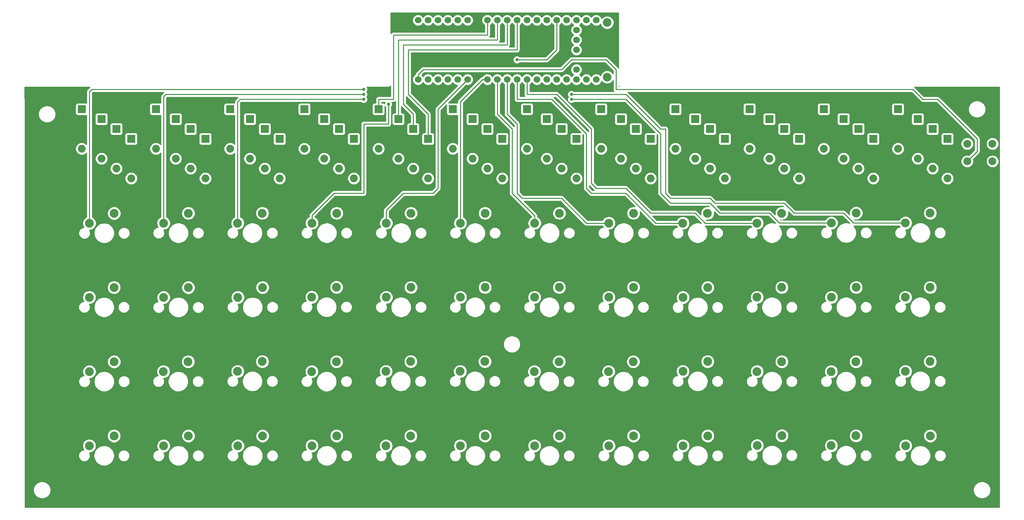
<source format=gbr>
%TF.GenerationSoftware,KiCad,Pcbnew,(5.1.6)-1*%
%TF.CreationDate,2020-05-24T21:22:08-05:00*%
%TF.ProjectId,cerkit_planck_proton,6365726b-6974-45f7-906c-616e636b5f70,rev?*%
%TF.SameCoordinates,Original*%
%TF.FileFunction,Copper,L2,Bot*%
%TF.FilePolarity,Positive*%
%FSLAX46Y46*%
G04 Gerber Fmt 4.6, Leading zero omitted, Abs format (unit mm)*
G04 Created by KiCad (PCBNEW (5.1.6)-1) date 2020-05-24 21:22:08*
%MOMM*%
%LPD*%
G01*
G04 APERTURE LIST*
%TA.AperFunction,ComponentPad*%
%ADD10C,2.000000*%
%TD*%
%TA.AperFunction,ComponentPad*%
%ADD11C,1.700000*%
%TD*%
%TA.AperFunction,ComponentPad*%
%ADD12C,2.200000*%
%TD*%
%TA.AperFunction,ComponentPad*%
%ADD13O,2.000000X2.000000*%
%TD*%
%TA.AperFunction,ComponentPad*%
%ADD14R,2.000000X2.000000*%
%TD*%
%TA.AperFunction,ComponentPad*%
%ADD15C,2.250000*%
%TD*%
%TA.AperFunction,ViaPad*%
%ADD16C,0.800000*%
%TD*%
%TA.AperFunction,Conductor*%
%ADD17C,0.250000*%
%TD*%
%TA.AperFunction,NonConductor*%
%ADD18C,0.254000*%
%TD*%
G04 APERTURE END LIST*
D10*
%TO.P,REF\u002A\u002A,1*%
%TO.N,N/C*%
X268120000Y-66040000D03*
%TO.P,REF\u002A\u002A,2*%
X268120000Y-70540000D03*
%TO.P,REF\u002A\u002A,1*%
X261620000Y-66040000D03*
%TO.P,REF\u002A\u002A,2*%
X261620000Y-70540000D03*
%TD*%
D11*
%TO.P,REF\u002A\u002A,5V*%
%TO.N,N/C*%
X166380000Y-49525000D03*
%TO.P,REF\u002A\u002A,A10*%
X163840000Y-34310000D03*
D12*
%TO.P,REF\u002A\u002A,SCRE*%
X169204800Y-48915000D03*
X169204800Y-34919600D03*
D11*
%TO.P,REF\u002A\u002A,A9*%
X166380000Y-34310000D03*
%TO.P,REF\u002A\u002A,D+*%
X161300000Y-36850000D03*
%TO.P,REF\u002A\u002A,GND*%
X161300000Y-34310000D03*
X158760000Y-34310000D03*
%TO.P,REF\u002A\u002A,B7*%
X156220000Y-34310000D03*
%TO.P,REF\u002A\u002A,B6*%
X153680000Y-34310000D03*
%TO.P,REF\u002A\u002A,D-*%
X161300000Y-39390000D03*
%TO.P,REF\u002A\u002A,CHRG*%
X161300000Y-41930000D03*
%TO.P,REF\u002A\u002A,B5*%
X151140000Y-34310000D03*
%TO.P,REF\u002A\u002A,B4*%
X148600000Y-34310000D03*
%TO.P,REF\u002A\u002A,B3*%
X146060000Y-34310000D03*
%TO.P,REF\u002A\u002A,B2*%
X143520000Y-34310000D03*
%TO.P,REF\u002A\u002A,B1*%
X140980000Y-34310000D03*
%TO.P,REF\u002A\u002A,B0*%
X138440000Y-34310000D03*
%TO.P,REF\u002A\u002A,A5*%
X130820000Y-34310000D03*
%TO.P,REF\u002A\u002A,A7*%
X125740000Y-34310000D03*
%TO.P,REF\u002A\u002A,A8*%
X123200000Y-34310000D03*
%TO.P,REF\u002A\u002A,A6*%
X128280000Y-34310000D03*
%TO.P,REF\u002A\u002A,A15*%
X120660000Y-34310000D03*
%TO.P,REF\u002A\u002A,A4*%
X133360000Y-34310000D03*
%TO.P,REF\u002A\u002A,GND*%
X163840000Y-49525000D03*
%TO.P,REF\u002A\u002A,DFU*%
X161300000Y-49525000D03*
%TO.P,REF\u002A\u002A,A2*%
X156220000Y-49525000D03*
%TO.P,REF\u002A\u002A,A3|5v*%
X161300000Y-46985000D03*
%TO.P,REF\u002A\u002A,3.3V*%
X158760000Y-49525000D03*
%TO.P,REF\u002A\u002A,A1*%
X153680000Y-49525000D03*
%TO.P,REF\u002A\u002A,A0*%
X151140000Y-49525000D03*
%TO.P,REF\u002A\u002A,B8*%
X148600000Y-49525000D03*
%TO.P,REF\u002A\u002A,B14*%
X143520000Y-49525000D03*
%TO.P,REF\u002A\u002A,B15*%
X140980000Y-49525000D03*
%TO.P,REF\u002A\u002A,B13*%
X146060000Y-49525000D03*
%TO.P,REF\u002A\u002A,B9*%
X138440000Y-49525000D03*
%TO.P,REF\u002A\u002A,B11*%
X130820000Y-49525000D03*
%TO.P,REF\u002A\u002A,B10*%
X133360000Y-49525000D03*
%TO.P,REF\u002A\u002A,A14*%
X125740000Y-49525000D03*
%TO.P,REF\u002A\u002A,B12*%
X128280000Y-49525000D03*
%TO.P,REF\u002A\u002A,A13*%
X123200000Y-49525000D03*
%TO.P,REF\u002A\u002A,RST*%
X120660000Y-49525000D03*
%TD*%
D13*
%TO.P,REF\u002A\u002A,2*%
%TO.N,N/C*%
X34290000Y-67310000D03*
D14*
%TO.P,REF\u002A\u002A,1*%
X34290000Y-57150000D03*
%TD*%
D15*
%TO.P,REF\u002A\u002A,1*%
%TO.N,N/C*%
X131455569Y-124484989D03*
%TO.P,REF\u002A\u002A,2*%
X137805569Y-121944989D03*
%TD*%
D14*
%TO.P,REF\u002A\u002A,1*%
%TO.N,N/C*%
X248920000Y-59690000D03*
D13*
%TO.P,REF\u002A\u002A,2*%
X248920000Y-69850000D03*
%TD*%
D14*
%TO.P,REF\u002A\u002A,1*%
%TO.N,N/C*%
X243840000Y-57150000D03*
D13*
%TO.P,REF\u002A\u002A,2*%
X243840000Y-67310000D03*
%TD*%
D14*
%TO.P,REF\u002A\u002A,1*%
%TO.N,N/C*%
X252730000Y-62230000D03*
D13*
%TO.P,REF\u002A\u002A,2*%
X252730000Y-72390000D03*
%TD*%
D14*
%TO.P,REF\u002A\u002A,1*%
%TO.N,N/C*%
X256540000Y-64770000D03*
D13*
%TO.P,REF\u002A\u002A,2*%
X256540000Y-74930000D03*
%TD*%
D14*
%TO.P,REF\u002A\u002A,1*%
%TO.N,N/C*%
X229870000Y-59690000D03*
D13*
%TO.P,REF\u002A\u002A,2*%
X229870000Y-69850000D03*
%TD*%
D14*
%TO.P,REF\u002A\u002A,1*%
%TO.N,N/C*%
X224790000Y-57150000D03*
D13*
%TO.P,REF\u002A\u002A,2*%
X224790000Y-67310000D03*
%TD*%
D14*
%TO.P,REF\u002A\u002A,1*%
%TO.N,N/C*%
X233680000Y-62230000D03*
D13*
%TO.P,REF\u002A\u002A,2*%
X233680000Y-72390000D03*
%TD*%
D14*
%TO.P,REF\u002A\u002A,1*%
%TO.N,N/C*%
X237490000Y-64770000D03*
D13*
%TO.P,REF\u002A\u002A,2*%
X237490000Y-74930000D03*
%TD*%
D14*
%TO.P,REF\u002A\u002A,1*%
%TO.N,N/C*%
X210820000Y-59690000D03*
D13*
%TO.P,REF\u002A\u002A,2*%
X210820000Y-69850000D03*
%TD*%
D14*
%TO.P,REF\u002A\u002A,1*%
%TO.N,N/C*%
X205740000Y-57150000D03*
D13*
%TO.P,REF\u002A\u002A,2*%
X205740000Y-67310000D03*
%TD*%
D14*
%TO.P,REF\u002A\u002A,1*%
%TO.N,N/C*%
X214630000Y-62230000D03*
D13*
%TO.P,REF\u002A\u002A,2*%
X214630000Y-72390000D03*
%TD*%
D14*
%TO.P,REF\u002A\u002A,1*%
%TO.N,N/C*%
X218440000Y-64770000D03*
D13*
%TO.P,REF\u002A\u002A,2*%
X218440000Y-74930000D03*
%TD*%
D14*
%TO.P,REF\u002A\u002A,1*%
%TO.N,N/C*%
X191770000Y-59690000D03*
D13*
%TO.P,REF\u002A\u002A,2*%
X191770000Y-69850000D03*
%TD*%
D14*
%TO.P,REF\u002A\u002A,1*%
%TO.N,N/C*%
X186690000Y-57150000D03*
D13*
%TO.P,REF\u002A\u002A,2*%
X186690000Y-67310000D03*
%TD*%
D14*
%TO.P,REF\u002A\u002A,1*%
%TO.N,N/C*%
X195580000Y-62230000D03*
D13*
%TO.P,REF\u002A\u002A,2*%
X195580000Y-72390000D03*
%TD*%
D14*
%TO.P,REF\u002A\u002A,1*%
%TO.N,N/C*%
X199390000Y-64770000D03*
D13*
%TO.P,REF\u002A\u002A,2*%
X199390000Y-74930000D03*
%TD*%
D14*
%TO.P,REF\u002A\u002A,1*%
%TO.N,N/C*%
X172720000Y-59690000D03*
D13*
%TO.P,REF\u002A\u002A,2*%
X172720000Y-69850000D03*
%TD*%
D14*
%TO.P,REF\u002A\u002A,1*%
%TO.N,N/C*%
X167640000Y-57150000D03*
D13*
%TO.P,REF\u002A\u002A,2*%
X167640000Y-67310000D03*
%TD*%
D14*
%TO.P,REF\u002A\u002A,1*%
%TO.N,N/C*%
X176530000Y-62230000D03*
D13*
%TO.P,REF\u002A\u002A,2*%
X176530000Y-72390000D03*
%TD*%
D14*
%TO.P,REF\u002A\u002A,1*%
%TO.N,N/C*%
X180340000Y-64770000D03*
D13*
%TO.P,REF\u002A\u002A,2*%
X180340000Y-74930000D03*
%TD*%
D14*
%TO.P,REF\u002A\u002A,1*%
%TO.N,N/C*%
X153670000Y-59690000D03*
D13*
%TO.P,REF\u002A\u002A,2*%
X153670000Y-69850000D03*
%TD*%
D14*
%TO.P,REF\u002A\u002A,1*%
%TO.N,N/C*%
X148590000Y-57150000D03*
D13*
%TO.P,REF\u002A\u002A,2*%
X148590000Y-67310000D03*
%TD*%
D14*
%TO.P,REF\u002A\u002A,1*%
%TO.N,N/C*%
X157480000Y-62230000D03*
D13*
%TO.P,REF\u002A\u002A,2*%
X157480000Y-72390000D03*
%TD*%
D14*
%TO.P,REF\u002A\u002A,1*%
%TO.N,N/C*%
X161290000Y-64770000D03*
D13*
%TO.P,REF\u002A\u002A,2*%
X161290000Y-74930000D03*
%TD*%
D14*
%TO.P,REF\u002A\u002A,1*%
%TO.N,N/C*%
X134620000Y-59690000D03*
D13*
%TO.P,REF\u002A\u002A,2*%
X134620000Y-69850000D03*
%TD*%
D14*
%TO.P,REF\u002A\u002A,1*%
%TO.N,N/C*%
X129540000Y-57150000D03*
D13*
%TO.P,REF\u002A\u002A,2*%
X129540000Y-67310000D03*
%TD*%
D14*
%TO.P,REF\u002A\u002A,1*%
%TO.N,N/C*%
X138430000Y-62230000D03*
D13*
%TO.P,REF\u002A\u002A,2*%
X138430000Y-72390000D03*
%TD*%
D14*
%TO.P,REF\u002A\u002A,1*%
%TO.N,N/C*%
X142240000Y-64770000D03*
D13*
%TO.P,REF\u002A\u002A,2*%
X142240000Y-74930000D03*
%TD*%
D14*
%TO.P,REF\u002A\u002A,1*%
%TO.N,N/C*%
X115570000Y-59690000D03*
D13*
%TO.P,REF\u002A\u002A,2*%
X115570000Y-69850000D03*
%TD*%
D14*
%TO.P,REF\u002A\u002A,1*%
%TO.N,N/C*%
X110490000Y-57150000D03*
D13*
%TO.P,REF\u002A\u002A,2*%
X110490000Y-67310000D03*
%TD*%
D14*
%TO.P,REF\u002A\u002A,1*%
%TO.N,N/C*%
X119380000Y-62230000D03*
D13*
%TO.P,REF\u002A\u002A,2*%
X119380000Y-72390000D03*
%TD*%
D14*
%TO.P,REF\u002A\u002A,1*%
%TO.N,N/C*%
X123190000Y-64770000D03*
D13*
%TO.P,REF\u002A\u002A,2*%
X123190000Y-74930000D03*
%TD*%
D14*
%TO.P,REF\u002A\u002A,1*%
%TO.N,N/C*%
X96520000Y-59690000D03*
D13*
%TO.P,REF\u002A\u002A,2*%
X96520000Y-69850000D03*
%TD*%
D14*
%TO.P,REF\u002A\u002A,1*%
%TO.N,N/C*%
X91440000Y-57150000D03*
D13*
%TO.P,REF\u002A\u002A,2*%
X91440000Y-67310000D03*
%TD*%
D14*
%TO.P,REF\u002A\u002A,1*%
%TO.N,N/C*%
X100330000Y-62230000D03*
D13*
%TO.P,REF\u002A\u002A,2*%
X100330000Y-72390000D03*
%TD*%
D14*
%TO.P,REF\u002A\u002A,1*%
%TO.N,N/C*%
X104140000Y-64770000D03*
D13*
%TO.P,REF\u002A\u002A,2*%
X104140000Y-74930000D03*
%TD*%
D14*
%TO.P,REF\u002A\u002A,1*%
%TO.N,N/C*%
X77470000Y-59690000D03*
D13*
%TO.P,REF\u002A\u002A,2*%
X77470000Y-69850000D03*
%TD*%
D14*
%TO.P,REF\u002A\u002A,1*%
%TO.N,N/C*%
X72390000Y-57150000D03*
D13*
%TO.P,REF\u002A\u002A,2*%
X72390000Y-67310000D03*
%TD*%
D14*
%TO.P,REF\u002A\u002A,1*%
%TO.N,N/C*%
X81280000Y-62230000D03*
D13*
%TO.P,REF\u002A\u002A,2*%
X81280000Y-72390000D03*
%TD*%
D14*
%TO.P,REF\u002A\u002A,1*%
%TO.N,N/C*%
X85090000Y-64770000D03*
D13*
%TO.P,REF\u002A\u002A,2*%
X85090000Y-74930000D03*
%TD*%
D14*
%TO.P,REF\u002A\u002A,1*%
%TO.N,N/C*%
X58420000Y-59690000D03*
D13*
%TO.P,REF\u002A\u002A,2*%
X58420000Y-69850000D03*
%TD*%
D14*
%TO.P,REF\u002A\u002A,1*%
%TO.N,N/C*%
X53340000Y-57150000D03*
D13*
%TO.P,REF\u002A\u002A,2*%
X53340000Y-67310000D03*
%TD*%
D14*
%TO.P,REF\u002A\u002A,1*%
%TO.N,N/C*%
X62230000Y-62230000D03*
D13*
%TO.P,REF\u002A\u002A,2*%
X62230000Y-72390000D03*
%TD*%
D14*
%TO.P,REF\u002A\u002A,1*%
%TO.N,N/C*%
X66040000Y-64770000D03*
D13*
%TO.P,REF\u002A\u002A,2*%
X66040000Y-74930000D03*
%TD*%
%TO.P,REF\u002A\u002A,2*%
%TO.N,N/C*%
X46990000Y-74930000D03*
D14*
%TO.P,REF\u002A\u002A,1*%
X46990000Y-64770000D03*
%TD*%
D13*
%TO.P,REF\u002A\u002A,2*%
%TO.N,N/C*%
X43180000Y-72390000D03*
D14*
%TO.P,REF\u002A\u002A,1*%
X43180000Y-62230000D03*
%TD*%
D13*
%TO.P,REF\u002A\u002A,2*%
%TO.N,N/C*%
X39370000Y-69850000D03*
D14*
%TO.P,REF\u002A\u002A,1*%
X39370000Y-59690000D03*
%TD*%
D15*
%TO.P,REF\u002A\u002A,1*%
%TO.N,N/C*%
X112462004Y-86400058D03*
%TO.P,REF\u002A\u002A,2*%
X118812004Y-83860058D03*
%TD*%
%TO.P,REF\u002A\u002A,1*%
%TO.N,N/C*%
X169550368Y-124512755D03*
%TO.P,REF\u002A\u002A,2*%
X175900368Y-121972755D03*
%TD*%
%TO.P,REF\u002A\u002A,1*%
%TO.N,N/C*%
X188625533Y-124484989D03*
%TO.P,REF\u002A\u002A,2*%
X194975533Y-121944989D03*
%TD*%
%TO.P,REF\u002A\u002A,1*%
%TO.N,N/C*%
X93387245Y-86400058D03*
%TO.P,REF\u002A\u002A,2*%
X99737245Y-83860058D03*
%TD*%
%TO.P,REF\u002A\u002A,1*%
%TO.N,N/C*%
X150535487Y-105449188D03*
%TO.P,REF\u002A\u002A,2*%
X156885487Y-102909188D03*
%TD*%
%TO.P,REF\u002A\u002A,1*%
%TO.N,N/C*%
X36246337Y-124529414D03*
%TO.P,REF\u002A\u002A,2*%
X42596337Y-121989414D03*
%TD*%
%TO.P,REF\u002A\u002A,1*%
%TO.N,N/C*%
X55265971Y-124512755D03*
%TO.P,REF\u002A\u002A,2*%
X61615971Y-121972755D03*
%TD*%
%TO.P,REF\u002A\u002A,1*%
%TO.N,N/C*%
X207666145Y-105449188D03*
%TO.P,REF\u002A\u002A,2*%
X214016145Y-102909188D03*
%TD*%
%TO.P,REF\u002A\u002A,1*%
%TO.N,N/C*%
X188638196Y-105472593D03*
%TO.P,REF\u002A\u002A,2*%
X194988196Y-102932593D03*
%TD*%
%TO.P,REF\u002A\u002A,1*%
%TO.N,N/C*%
X55309140Y-105479614D03*
%TO.P,REF\u002A\u002A,2*%
X61659140Y-102939614D03*
%TD*%
%TO.P,REF\u002A\u002A,1*%
%TO.N,N/C*%
X74312486Y-86400058D03*
%TO.P,REF\u002A\u002A,2*%
X80662486Y-83860058D03*
%TD*%
%TO.P,REF\u002A\u002A,1*%
%TO.N,N/C*%
X55307941Y-86400058D03*
%TO.P,REF\u002A\u002A,2*%
X61657941Y-83860058D03*
%TD*%
%TO.P,REF\u002A\u002A,1*%
%TO.N,N/C*%
X36256586Y-86423463D03*
%TO.P,REF\u002A\u002A,2*%
X42606586Y-83883463D03*
%TD*%
%TO.P,REF\u002A\u002A,1*%
%TO.N,N/C*%
X131489954Y-86400058D03*
%TO.P,REF\u002A\u002A,2*%
X137839954Y-83860058D03*
%TD*%
%TO.P,REF\u002A\u002A,1*%
%TO.N,N/C*%
X245790002Y-143570448D03*
%TO.P,REF\u002A\u002A,2*%
X252140002Y-141030448D03*
%TD*%
%TO.P,REF\u002A\u002A,1*%
%TO.N,N/C*%
X169595776Y-143570448D03*
%TO.P,REF\u002A\u002A,2*%
X175945776Y-141030448D03*
%TD*%
%TO.P,REF\u002A\u002A,1*%
%TO.N,N/C*%
X207681320Y-143524172D03*
%TO.P,REF\u002A\u002A,2*%
X214031320Y-140984172D03*
%TD*%
%TO.P,REF\u002A\u002A,1*%
%TO.N,N/C*%
X150529866Y-143593587D03*
%TO.P,REF\u002A\u002A,2*%
X156879866Y-141053587D03*
%TD*%
%TO.P,REF\u002A\u002A,1*%
%TO.N,N/C*%
X93378412Y-143570448D03*
%TO.P,REF\u002A\u002A,2*%
X99728412Y-141030448D03*
%TD*%
%TO.P,REF\u002A\u002A,1*%
%TO.N,N/C*%
X131487094Y-143570448D03*
%TO.P,REF\u002A\u002A,2*%
X137837094Y-141030448D03*
%TD*%
%TO.P,REF\u002A\u002A,1*%
%TO.N,N/C*%
X112421184Y-143593587D03*
%TO.P,REF\u002A\u002A,2*%
X118771184Y-141053587D03*
%TD*%
%TO.P,REF\u002A\u002A,1*%
%TO.N,N/C*%
X226724092Y-143547310D03*
%TO.P,REF\u002A\u002A,2*%
X233074092Y-141007310D03*
%TD*%
%TO.P,REF\u002A\u002A,1*%
%TO.N,N/C*%
X188638548Y-143570448D03*
%TO.P,REF\u002A\u002A,2*%
X194988548Y-141030448D03*
%TD*%
%TO.P,REF\u002A\u002A,1*%
%TO.N,N/C*%
X74358778Y-143593587D03*
%TO.P,REF\u002A\u002A,2*%
X80708778Y-141053587D03*
%TD*%
%TO.P,REF\u002A\u002A,1*%
%TO.N,N/C*%
X55316007Y-143570448D03*
%TO.P,REF\u002A\u002A,2*%
X61666007Y-141030448D03*
%TD*%
%TO.P,REF\u002A\u002A,1*%
%TO.N,N/C*%
X36226958Y-143570448D03*
%TO.P,REF\u002A\u002A,2*%
X42576958Y-141030448D03*
%TD*%
%TO.P,REF\u002A\u002A,1*%
%TO.N,N/C*%
X245767732Y-124484989D03*
%TO.P,REF\u002A\u002A,2*%
X252117732Y-121944989D03*
%TD*%
%TO.P,REF\u002A\u002A,1*%
%TO.N,N/C*%
X207672933Y-124512755D03*
%TO.P,REF\u002A\u002A,2*%
X214022933Y-121972755D03*
%TD*%
%TO.P,REF\u002A\u002A,1*%
%TO.N,N/C*%
X150502968Y-124512755D03*
%TO.P,REF\u002A\u002A,2*%
X156852968Y-121972755D03*
%TD*%
%TO.P,REF\u002A\u002A,1*%
%TO.N,N/C*%
X226720332Y-124512755D03*
%TO.P,REF\u002A\u002A,2*%
X233070332Y-121972755D03*
%TD*%
%TO.P,REF\u002A\u002A,1*%
%TO.N,N/C*%
X245768854Y-105449188D03*
%TO.P,REF\u002A\u002A,2*%
X252118854Y-102909188D03*
%TD*%
%TO.P,REF\u002A\u002A,1*%
%TO.N,N/C*%
X226740905Y-105449188D03*
%TO.P,REF\u002A\u002A,2*%
X233090905Y-102909188D03*
%TD*%
%TO.P,REF\u002A\u002A,1*%
%TO.N,N/C*%
X74313370Y-124484989D03*
%TO.P,REF\u002A\u002A,2*%
X80663370Y-121944989D03*
%TD*%
%TO.P,REF\u002A\u002A,1*%
%TO.N,N/C*%
X112408169Y-124484989D03*
%TO.P,REF\u002A\u002A,2*%
X118758169Y-121944989D03*
%TD*%
%TO.P,REF\u002A\u002A,1*%
%TO.N,N/C*%
X93360770Y-124512755D03*
%TO.P,REF\u002A\u002A,2*%
X99710770Y-121972755D03*
%TD*%
%TO.P,REF\u002A\u002A,1*%
%TO.N,N/C*%
X93358019Y-105425783D03*
%TO.P,REF\u002A\u002A,2*%
X99708019Y-102885783D03*
%TD*%
%TO.P,REF\u002A\u002A,1*%
%TO.N,N/C*%
X131484132Y-105449188D03*
%TO.P,REF\u002A\u002A,2*%
X137834132Y-102909188D03*
%TD*%
%TO.P,REF\u002A\u002A,1*%
%TO.N,N/C*%
X112456182Y-105449188D03*
%TO.P,REF\u002A\u002A,2*%
X118806182Y-102909188D03*
%TD*%
%TO.P,REF\u002A\u002A,1*%
%TO.N,N/C*%
X36234381Y-105456209D03*
%TO.P,REF\u002A\u002A,2*%
X42584381Y-102916209D03*
%TD*%
%TO.P,REF\u002A\u002A,1*%
%TO.N,N/C*%
X245774676Y-86376654D03*
%TO.P,REF\u002A\u002A,2*%
X252124676Y-83836654D03*
%TD*%
%TO.P,REF\u002A\u002A,1*%
%TO.N,N/C*%
X207671968Y-86400058D03*
%TO.P,REF\u002A\u002A,2*%
X214021968Y-83860058D03*
%TD*%
%TO.P,REF\u002A\u002A,1*%
%TO.N,N/C*%
X226746727Y-86376654D03*
%TO.P,REF\u002A\u002A,2*%
X233096727Y-83836654D03*
%TD*%
%TO.P,REF\u002A\u002A,1*%
%TO.N,N/C*%
X169586841Y-105449188D03*
%TO.P,REF\u002A\u002A,2*%
X175936841Y-102909188D03*
%TD*%
%TO.P,REF\u002A\u002A,1*%
%TO.N,N/C*%
X74360495Y-105456209D03*
%TO.P,REF\u002A\u002A,2*%
X80710495Y-102916209D03*
%TD*%
%TO.P,REF\u002A\u002A,1*%
%TO.N,N/C*%
X150564713Y-86400058D03*
%TO.P,REF\u002A\u002A,2*%
X156914713Y-83860058D03*
%TD*%
%TO.P,REF\u002A\u002A,1*%
%TO.N,N/C*%
X188620613Y-86400058D03*
%TO.P,REF\u002A\u002A,2*%
X194970613Y-83860058D03*
%TD*%
%TO.P,REF\u002A\u002A,1*%
%TO.N,N/C*%
X169592663Y-86400058D03*
%TO.P,REF\u002A\u002A,2*%
X175942663Y-83860058D03*
%TD*%
D16*
%TO.N,*%
X106680000Y-54610000D03*
X106680000Y-53340000D03*
X106680000Y-52070000D03*
X160020000Y-54610000D03*
X160020000Y-53340000D03*
X113030000Y-55880000D03*
X146050000Y-44450000D03*
%TD*%
D17*
%TO.N,*%
X138430000Y-34320000D02*
X138440000Y-34310000D01*
X138430000Y-38100000D02*
X138430000Y-34320000D01*
X115570000Y-59690000D02*
X115570000Y-39370000D01*
X115570000Y-39370000D02*
X140970000Y-39370000D01*
X140970000Y-34320000D02*
X140980000Y-34310000D01*
X140970000Y-39370000D02*
X140970000Y-34320000D01*
X119380000Y-62230000D02*
X119380000Y-58420000D01*
X119380000Y-58420000D02*
X116840000Y-55880000D01*
X116840000Y-55880000D02*
X116840000Y-40640000D01*
X116840000Y-40640000D02*
X143510000Y-40640000D01*
X143510000Y-34320000D02*
X143520000Y-34310000D01*
X143510000Y-40640000D02*
X143510000Y-34320000D01*
X123190000Y-64770000D02*
X123190000Y-58420000D01*
X123190000Y-58420000D02*
X118110000Y-53340000D01*
X118110000Y-53340000D02*
X118110000Y-41910000D01*
X118110000Y-41910000D02*
X146050000Y-41910000D01*
X146050000Y-34320000D02*
X146060000Y-34310000D01*
X146050000Y-41910000D02*
X146050000Y-34320000D01*
X36256586Y-86423463D02*
X36256586Y-52643414D01*
X36830000Y-52070000D02*
X106680000Y-52070000D01*
X36256586Y-52643414D02*
X36830000Y-52070000D01*
X55307941Y-86400058D02*
X55307941Y-53912059D01*
X55880000Y-53340000D02*
X106680000Y-53340000D01*
X55307941Y-53912059D02*
X55880000Y-53340000D01*
X74312486Y-86400058D02*
X74312486Y-55227514D01*
X74930000Y-54610000D02*
X106680000Y-54610000D01*
X74312486Y-55227514D02*
X74930000Y-54610000D01*
X112462004Y-86400058D02*
X112462004Y-83117996D01*
X112462004Y-83117996D02*
X116840000Y-78740000D01*
X116840000Y-78740000D02*
X124460000Y-78740000D01*
X124460000Y-78740000D02*
X125730000Y-77470000D01*
X188620613Y-86400058D02*
X181650058Y-86400058D01*
X181650058Y-86400058D02*
X173990000Y-78740000D01*
X173990000Y-78740000D02*
X165100000Y-78740000D01*
X165100000Y-78740000D02*
X163830000Y-77470000D01*
X163830000Y-77470000D02*
X163830000Y-63500000D01*
X163830000Y-63500000D02*
X154940000Y-54610000D01*
X143510000Y-49535000D02*
X143520000Y-49525000D01*
X207671968Y-86400058D02*
X194350058Y-86400058D01*
X194350058Y-86400058D02*
X191770000Y-83820000D01*
X191770000Y-83820000D02*
X180340000Y-83820000D01*
X180340000Y-83820000D02*
X173990000Y-77470000D01*
X173990000Y-77470000D02*
X166370000Y-77470000D01*
X166370000Y-77470000D02*
X165100000Y-76200000D01*
X165100000Y-76200000D02*
X165100000Y-62230000D01*
X165100000Y-62230000D02*
X156210000Y-53340000D01*
X226746727Y-86376654D02*
X213376654Y-86376654D01*
X213376654Y-86376654D02*
X210820000Y-83820000D01*
X210820000Y-83820000D02*
X198120000Y-83820000D01*
X198120000Y-83820000D02*
X195580000Y-81280000D01*
X195580000Y-81280000D02*
X185420000Y-81280000D01*
X185420000Y-81280000D02*
X182880000Y-78740000D01*
X182880000Y-78740000D02*
X182880000Y-63500000D01*
X182880000Y-63500000D02*
X173990000Y-54610000D01*
X173990000Y-54610000D02*
X160020000Y-54610000D01*
X160020000Y-54610000D02*
X160020000Y-54610000D01*
X245774676Y-86376654D02*
X232426654Y-86376654D01*
X232426654Y-86376654D02*
X229870000Y-83820000D01*
X229870000Y-83820000D02*
X217170000Y-83820000D01*
X217170000Y-83820000D02*
X214630000Y-81280000D01*
X214630000Y-81280000D02*
X196850000Y-81280000D01*
X196850000Y-81280000D02*
X195580000Y-80010000D01*
X195580000Y-80010000D02*
X185420000Y-80010000D01*
X185420000Y-80010000D02*
X184150000Y-78740000D01*
X184150000Y-78740000D02*
X184150000Y-62230000D01*
X184150000Y-62230000D02*
X182880000Y-62230000D01*
X182880000Y-62230000D02*
X173990000Y-53340000D01*
X173990000Y-53340000D02*
X160020000Y-53340000D01*
X93387245Y-86400058D02*
X93387245Y-84412755D01*
X93387245Y-84412755D02*
X99060000Y-78740000D01*
X99060000Y-78740000D02*
X104140000Y-78740000D01*
X104140000Y-78740000D02*
X106680000Y-78740000D01*
X106680000Y-78740000D02*
X106680000Y-60960000D01*
X106680000Y-60960000D02*
X113030000Y-60960000D01*
X113030000Y-60960000D02*
X113030000Y-55880000D01*
X125730000Y-77470000D02*
X125730000Y-57150000D01*
X133355000Y-49525000D02*
X133360000Y-49525000D01*
X125730000Y-57150000D02*
X133355000Y-49525000D01*
X131489954Y-86400058D02*
X131489954Y-55200046D01*
X137165000Y-49525000D02*
X138440000Y-49525000D01*
X131489954Y-55200046D02*
X137165000Y-49525000D01*
X144780000Y-62230000D02*
X140980000Y-58430000D01*
X140980000Y-58430000D02*
X140980000Y-49525000D01*
X144780000Y-78740000D02*
X144780000Y-62230000D01*
X150564713Y-86400058D02*
X150564713Y-84524713D01*
X150564713Y-84524713D02*
X144780000Y-78740000D01*
X163870058Y-86400058D02*
X157480000Y-80010000D01*
X169592663Y-86400058D02*
X163870058Y-86400058D01*
X143520000Y-58430000D02*
X143520000Y-49525000D01*
X146050000Y-60960000D02*
X143520000Y-58430000D01*
X146050000Y-78740000D02*
X146050000Y-60960000D01*
X157480000Y-80010000D02*
X147320000Y-80010000D01*
X147320000Y-80010000D02*
X146050000Y-78740000D01*
X154940000Y-54610000D02*
X146050000Y-54610000D01*
X146050000Y-49535000D02*
X146060000Y-49525000D01*
X146050000Y-54610000D02*
X146050000Y-49535000D01*
X156210000Y-53340000D02*
X148590000Y-53340000D01*
X148590000Y-49535000D02*
X148600000Y-49525000D01*
X148590000Y-53340000D02*
X148590000Y-49535000D01*
X110490000Y-57150000D02*
X110490000Y-54610000D01*
X110490000Y-54610000D02*
X114300000Y-54610000D01*
X114300000Y-54610000D02*
X114300000Y-38100000D01*
X114300000Y-38100000D02*
X138430000Y-38100000D01*
X113030000Y-55880000D02*
X113030000Y-55880000D01*
X156220000Y-34310000D02*
X156220000Y-40630000D01*
X156220000Y-40630000D02*
X156220000Y-41900000D01*
X156220000Y-41900000D02*
X153670000Y-44450000D01*
X153670000Y-44450000D02*
X146050000Y-44450000D01*
X146050000Y-44450000D02*
X146050000Y-44450000D01*
X264160000Y-68000000D02*
X261620000Y-70540000D01*
X264160000Y-64770000D02*
X264160000Y-68000000D01*
X157480000Y-46990000D02*
X160020000Y-44450000D01*
X120660000Y-49525000D02*
X120660000Y-48250000D01*
X250190000Y-54610000D02*
X254000000Y-54610000D01*
X168910000Y-44450000D02*
X171450000Y-46990000D01*
X121920000Y-46990000D02*
X157480000Y-46990000D01*
X247650000Y-52070000D02*
X250190000Y-54610000D01*
X171450000Y-46990000D02*
X171450000Y-52070000D01*
X171450000Y-52070000D02*
X247650000Y-52070000D01*
X160020000Y-44450000D02*
X168910000Y-44450000D01*
X120660000Y-48250000D02*
X121920000Y-46990000D01*
X254000000Y-54610000D02*
X264160000Y-64770000D01*
%TD*%
D18*
G36*
X172060000Y-46535293D02*
G01*
X172013799Y-46478996D01*
X172013795Y-46478992D01*
X171990001Y-46449999D01*
X171961009Y-46426206D01*
X169473804Y-43939003D01*
X169450001Y-43909999D01*
X169334276Y-43815026D01*
X169202247Y-43744454D01*
X169058986Y-43700997D01*
X168947333Y-43690000D01*
X168947322Y-43690000D01*
X168910000Y-43686324D01*
X168872678Y-43690000D01*
X160057322Y-43690000D01*
X160019999Y-43686324D01*
X159982676Y-43690000D01*
X159982667Y-43690000D01*
X159871014Y-43700997D01*
X159727753Y-43744454D01*
X159595724Y-43815026D01*
X159595722Y-43815027D01*
X159595723Y-43815027D01*
X159508996Y-43886201D01*
X159508992Y-43886205D01*
X159479999Y-43909999D01*
X159456205Y-43938992D01*
X157165199Y-46230000D01*
X121957322Y-46230000D01*
X121919999Y-46226324D01*
X121882676Y-46230000D01*
X121882667Y-46230000D01*
X121771014Y-46240997D01*
X121637198Y-46281589D01*
X121627753Y-46284454D01*
X121495723Y-46355026D01*
X121412083Y-46423668D01*
X121379999Y-46449999D01*
X121356202Y-46478996D01*
X120148998Y-47686201D01*
X120120000Y-47709999D01*
X120096202Y-47738997D01*
X120096201Y-47738998D01*
X120025026Y-47825724D01*
X119954454Y-47957754D01*
X119910998Y-48101015D01*
X119896400Y-48249227D01*
X119713368Y-48371525D01*
X119506525Y-48578368D01*
X119344010Y-48821589D01*
X119232068Y-49091842D01*
X119175000Y-49378740D01*
X119175000Y-49671260D01*
X119232068Y-49958158D01*
X119344010Y-50228411D01*
X119506525Y-50471632D01*
X119713368Y-50678475D01*
X119956589Y-50840990D01*
X120226842Y-50952932D01*
X120513740Y-51010000D01*
X120806260Y-51010000D01*
X121093158Y-50952932D01*
X121363411Y-50840990D01*
X121606632Y-50678475D01*
X121813475Y-50471632D01*
X121930000Y-50297240D01*
X122046525Y-50471632D01*
X122253368Y-50678475D01*
X122496589Y-50840990D01*
X122766842Y-50952932D01*
X123053740Y-51010000D01*
X123346260Y-51010000D01*
X123633158Y-50952932D01*
X123903411Y-50840990D01*
X124146632Y-50678475D01*
X124353475Y-50471632D01*
X124470000Y-50297240D01*
X124586525Y-50471632D01*
X124793368Y-50678475D01*
X125036589Y-50840990D01*
X125306842Y-50952932D01*
X125593740Y-51010000D01*
X125886260Y-51010000D01*
X126173158Y-50952932D01*
X126443411Y-50840990D01*
X126686632Y-50678475D01*
X126893475Y-50471632D01*
X127010000Y-50297240D01*
X127126525Y-50471632D01*
X127333368Y-50678475D01*
X127576589Y-50840990D01*
X127846842Y-50952932D01*
X128133740Y-51010000D01*
X128426260Y-51010000D01*
X128713158Y-50952932D01*
X128983411Y-50840990D01*
X129226632Y-50678475D01*
X129433475Y-50471632D01*
X129550000Y-50297240D01*
X129666525Y-50471632D01*
X129873368Y-50678475D01*
X130116589Y-50840990D01*
X130386842Y-50952932D01*
X130673740Y-51010000D01*
X130795198Y-51010000D01*
X125218998Y-56586201D01*
X125190000Y-56609999D01*
X125166202Y-56638997D01*
X125166201Y-56638998D01*
X125095026Y-56725724D01*
X125024454Y-56857754D01*
X124980998Y-57001015D01*
X124966324Y-57150000D01*
X124970001Y-57187332D01*
X124970000Y-77155198D01*
X124145199Y-77980000D01*
X116877322Y-77980000D01*
X116839999Y-77976324D01*
X116802676Y-77980000D01*
X116802667Y-77980000D01*
X116691014Y-77990997D01*
X116547753Y-78034454D01*
X116415724Y-78105026D01*
X116299999Y-78199999D01*
X116276201Y-78228997D01*
X111951002Y-82554197D01*
X111922004Y-82577995D01*
X111898206Y-82606993D01*
X111898205Y-82606994D01*
X111827030Y-82693720D01*
X111756458Y-82825750D01*
X111713002Y-82969011D01*
X111698328Y-83117996D01*
X111702005Y-83155328D01*
X111702004Y-84809850D01*
X111628331Y-84840366D01*
X111340069Y-85032977D01*
X111094923Y-85278123D01*
X110902312Y-85566385D01*
X110769640Y-85886685D01*
X110702004Y-86226713D01*
X110702004Y-86573403D01*
X110769640Y-86913431D01*
X110902312Y-87233731D01*
X111034642Y-87431777D01*
X110751553Y-87488087D01*
X110476751Y-87601914D01*
X110229435Y-87767165D01*
X110019111Y-87977489D01*
X109853860Y-88224805D01*
X109740033Y-88499607D01*
X109682004Y-88791336D01*
X109682004Y-89088780D01*
X109740033Y-89380509D01*
X109853860Y-89655311D01*
X110019111Y-89902627D01*
X110229435Y-90112951D01*
X110476751Y-90278202D01*
X110751553Y-90392029D01*
X111043282Y-90450058D01*
X111340726Y-90450058D01*
X111632455Y-90392029D01*
X111907257Y-90278202D01*
X112154573Y-90112951D01*
X112364897Y-89902627D01*
X112530148Y-89655311D01*
X112643975Y-89380509D01*
X112702004Y-89088780D01*
X112702004Y-88791336D01*
X112680084Y-88681134D01*
X113643104Y-88681134D01*
X113643104Y-89198982D01*
X113744131Y-89706880D01*
X113942303Y-90185309D01*
X114230004Y-90615884D01*
X114596178Y-90982058D01*
X115026753Y-91269759D01*
X115505182Y-91467931D01*
X116013080Y-91568958D01*
X116530928Y-91568958D01*
X117038826Y-91467931D01*
X117517255Y-91269759D01*
X117947830Y-90982058D01*
X118314004Y-90615884D01*
X118601705Y-90185309D01*
X118799877Y-89706880D01*
X118900904Y-89198982D01*
X118900904Y-88791336D01*
X119842004Y-88791336D01*
X119842004Y-89088780D01*
X119900033Y-89380509D01*
X120013860Y-89655311D01*
X120179111Y-89902627D01*
X120389435Y-90112951D01*
X120636751Y-90278202D01*
X120911553Y-90392029D01*
X121203282Y-90450058D01*
X121500726Y-90450058D01*
X121792455Y-90392029D01*
X122067257Y-90278202D01*
X122314573Y-90112951D01*
X122524897Y-89902627D01*
X122690148Y-89655311D01*
X122803975Y-89380509D01*
X122862004Y-89088780D01*
X122862004Y-88791336D01*
X122803975Y-88499607D01*
X122690148Y-88224805D01*
X122524897Y-87977489D01*
X122314573Y-87767165D01*
X122067257Y-87601914D01*
X121792455Y-87488087D01*
X121500726Y-87430058D01*
X121203282Y-87430058D01*
X120911553Y-87488087D01*
X120636751Y-87601914D01*
X120389435Y-87767165D01*
X120179111Y-87977489D01*
X120013860Y-88224805D01*
X119900033Y-88499607D01*
X119842004Y-88791336D01*
X118900904Y-88791336D01*
X118900904Y-88681134D01*
X118799877Y-88173236D01*
X118601705Y-87694807D01*
X118314004Y-87264232D01*
X117947830Y-86898058D01*
X117517255Y-86610357D01*
X117038826Y-86412185D01*
X116530928Y-86311158D01*
X116013080Y-86311158D01*
X115505182Y-86412185D01*
X115026753Y-86610357D01*
X114596178Y-86898058D01*
X114230004Y-87264232D01*
X113942303Y-87694807D01*
X113744131Y-88173236D01*
X113643104Y-88681134D01*
X112680084Y-88681134D01*
X112643975Y-88499607D01*
X112530148Y-88224805D01*
X112486886Y-88160058D01*
X112635349Y-88160058D01*
X112975377Y-88092422D01*
X113295677Y-87959750D01*
X113583939Y-87767139D01*
X113829085Y-87521993D01*
X114021696Y-87233731D01*
X114154368Y-86913431D01*
X114222004Y-86573403D01*
X114222004Y-86226713D01*
X114154368Y-85886685D01*
X114021696Y-85566385D01*
X113829085Y-85278123D01*
X113583939Y-85032977D01*
X113295677Y-84840366D01*
X113222004Y-84809850D01*
X113222004Y-83686713D01*
X117052004Y-83686713D01*
X117052004Y-84033403D01*
X117119640Y-84373431D01*
X117252312Y-84693731D01*
X117444923Y-84981993D01*
X117690069Y-85227139D01*
X117978331Y-85419750D01*
X118298631Y-85552422D01*
X118638659Y-85620058D01*
X118985349Y-85620058D01*
X119325377Y-85552422D01*
X119645677Y-85419750D01*
X119933939Y-85227139D01*
X120179085Y-84981993D01*
X120371696Y-84693731D01*
X120504368Y-84373431D01*
X120572004Y-84033403D01*
X120572004Y-83686713D01*
X120504368Y-83346685D01*
X120371696Y-83026385D01*
X120179085Y-82738123D01*
X119933939Y-82492977D01*
X119645677Y-82300366D01*
X119325377Y-82167694D01*
X118985349Y-82100058D01*
X118638659Y-82100058D01*
X118298631Y-82167694D01*
X117978331Y-82300366D01*
X117690069Y-82492977D01*
X117444923Y-82738123D01*
X117252312Y-83026385D01*
X117119640Y-83346685D01*
X117052004Y-83686713D01*
X113222004Y-83686713D01*
X113222004Y-83432797D01*
X117154802Y-79500000D01*
X124422678Y-79500000D01*
X124460000Y-79503676D01*
X124497322Y-79500000D01*
X124497333Y-79500000D01*
X124608986Y-79489003D01*
X124752247Y-79445546D01*
X124884276Y-79374974D01*
X125000001Y-79280001D01*
X125023804Y-79250997D01*
X126241004Y-78033798D01*
X126270001Y-78010001D01*
X126364974Y-77894276D01*
X126435546Y-77762247D01*
X126479003Y-77618986D01*
X126490000Y-77507333D01*
X126490000Y-77507324D01*
X126493676Y-77470001D01*
X126490000Y-77432678D01*
X126490000Y-57464801D01*
X127912539Y-56042263D01*
X127901928Y-56150000D01*
X127901928Y-58150000D01*
X127914188Y-58274482D01*
X127950498Y-58394180D01*
X128009463Y-58504494D01*
X128088815Y-58601185D01*
X128185506Y-58680537D01*
X128295820Y-58739502D01*
X128415518Y-58775812D01*
X128540000Y-58788072D01*
X130540000Y-58788072D01*
X130664482Y-58775812D01*
X130729955Y-58755951D01*
X130729955Y-66187716D01*
X130582252Y-66040013D01*
X130314463Y-65861082D01*
X130016912Y-65737832D01*
X129701033Y-65675000D01*
X129378967Y-65675000D01*
X129063088Y-65737832D01*
X128765537Y-65861082D01*
X128497748Y-66040013D01*
X128270013Y-66267748D01*
X128091082Y-66535537D01*
X127967832Y-66833088D01*
X127905000Y-67148967D01*
X127905000Y-67471033D01*
X127967832Y-67786912D01*
X128091082Y-68084463D01*
X128270013Y-68352252D01*
X128497748Y-68579987D01*
X128765537Y-68758918D01*
X129063088Y-68882168D01*
X129378967Y-68945000D01*
X129701033Y-68945000D01*
X130016912Y-68882168D01*
X130314463Y-68758918D01*
X130582252Y-68579987D01*
X130729955Y-68432284D01*
X130729954Y-84809850D01*
X130656281Y-84840366D01*
X130368019Y-85032977D01*
X130122873Y-85278123D01*
X129930262Y-85566385D01*
X129797590Y-85886685D01*
X129729954Y-86226713D01*
X129729954Y-86573403D01*
X129797590Y-86913431D01*
X129930262Y-87233731D01*
X130062592Y-87431777D01*
X129779503Y-87488087D01*
X129504701Y-87601914D01*
X129257385Y-87767165D01*
X129047061Y-87977489D01*
X128881810Y-88224805D01*
X128767983Y-88499607D01*
X128709954Y-88791336D01*
X128709954Y-89088780D01*
X128767983Y-89380509D01*
X128881810Y-89655311D01*
X129047061Y-89902627D01*
X129257385Y-90112951D01*
X129504701Y-90278202D01*
X129779503Y-90392029D01*
X130071232Y-90450058D01*
X130368676Y-90450058D01*
X130660405Y-90392029D01*
X130935207Y-90278202D01*
X131182523Y-90112951D01*
X131392847Y-89902627D01*
X131558098Y-89655311D01*
X131671925Y-89380509D01*
X131729954Y-89088780D01*
X131729954Y-88791336D01*
X131708034Y-88681134D01*
X132671054Y-88681134D01*
X132671054Y-89198982D01*
X132772081Y-89706880D01*
X132970253Y-90185309D01*
X133257954Y-90615884D01*
X133624128Y-90982058D01*
X134054703Y-91269759D01*
X134533132Y-91467931D01*
X135041030Y-91568958D01*
X135558878Y-91568958D01*
X136066776Y-91467931D01*
X136545205Y-91269759D01*
X136975780Y-90982058D01*
X137341954Y-90615884D01*
X137629655Y-90185309D01*
X137827827Y-89706880D01*
X137928854Y-89198982D01*
X137928854Y-88791336D01*
X138869954Y-88791336D01*
X138869954Y-89088780D01*
X138927983Y-89380509D01*
X139041810Y-89655311D01*
X139207061Y-89902627D01*
X139417385Y-90112951D01*
X139664701Y-90278202D01*
X139939503Y-90392029D01*
X140231232Y-90450058D01*
X140528676Y-90450058D01*
X140820405Y-90392029D01*
X141095207Y-90278202D01*
X141342523Y-90112951D01*
X141552847Y-89902627D01*
X141718098Y-89655311D01*
X141831925Y-89380509D01*
X141889954Y-89088780D01*
X141889954Y-88791336D01*
X141831925Y-88499607D01*
X141718098Y-88224805D01*
X141552847Y-87977489D01*
X141342523Y-87767165D01*
X141095207Y-87601914D01*
X140820405Y-87488087D01*
X140528676Y-87430058D01*
X140231232Y-87430058D01*
X139939503Y-87488087D01*
X139664701Y-87601914D01*
X139417385Y-87767165D01*
X139207061Y-87977489D01*
X139041810Y-88224805D01*
X138927983Y-88499607D01*
X138869954Y-88791336D01*
X137928854Y-88791336D01*
X137928854Y-88681134D01*
X137827827Y-88173236D01*
X137629655Y-87694807D01*
X137341954Y-87264232D01*
X136975780Y-86898058D01*
X136545205Y-86610357D01*
X136066776Y-86412185D01*
X135558878Y-86311158D01*
X135041030Y-86311158D01*
X134533132Y-86412185D01*
X134054703Y-86610357D01*
X133624128Y-86898058D01*
X133257954Y-87264232D01*
X132970253Y-87694807D01*
X132772081Y-88173236D01*
X132671054Y-88681134D01*
X131708034Y-88681134D01*
X131671925Y-88499607D01*
X131558098Y-88224805D01*
X131514836Y-88160058D01*
X131663299Y-88160058D01*
X132003327Y-88092422D01*
X132323627Y-87959750D01*
X132611889Y-87767139D01*
X132857035Y-87521993D01*
X133049646Y-87233731D01*
X133182318Y-86913431D01*
X133249954Y-86573403D01*
X133249954Y-86226713D01*
X133182318Y-85886685D01*
X133049646Y-85566385D01*
X132857035Y-85278123D01*
X132611889Y-85032977D01*
X132323627Y-84840366D01*
X132249954Y-84809850D01*
X132249954Y-83686713D01*
X136079954Y-83686713D01*
X136079954Y-84033403D01*
X136147590Y-84373431D01*
X136280262Y-84693731D01*
X136472873Y-84981993D01*
X136718019Y-85227139D01*
X137006281Y-85419750D01*
X137326581Y-85552422D01*
X137666609Y-85620058D01*
X138013299Y-85620058D01*
X138353327Y-85552422D01*
X138673627Y-85419750D01*
X138961889Y-85227139D01*
X139207035Y-84981993D01*
X139399646Y-84693731D01*
X139532318Y-84373431D01*
X139599954Y-84033403D01*
X139599954Y-83686713D01*
X139532318Y-83346685D01*
X139399646Y-83026385D01*
X139207035Y-82738123D01*
X138961889Y-82492977D01*
X138673627Y-82300366D01*
X138353327Y-82167694D01*
X138013299Y-82100058D01*
X137666609Y-82100058D01*
X137326581Y-82167694D01*
X137006281Y-82300366D01*
X136718019Y-82492977D01*
X136472873Y-82738123D01*
X136280262Y-83026385D01*
X136147590Y-83346685D01*
X136079954Y-83686713D01*
X132249954Y-83686713D01*
X132249954Y-74768967D01*
X140605000Y-74768967D01*
X140605000Y-75091033D01*
X140667832Y-75406912D01*
X140791082Y-75704463D01*
X140970013Y-75972252D01*
X141197748Y-76199987D01*
X141465537Y-76378918D01*
X141763088Y-76502168D01*
X142078967Y-76565000D01*
X142401033Y-76565000D01*
X142716912Y-76502168D01*
X143014463Y-76378918D01*
X143282252Y-76199987D01*
X143509987Y-75972252D01*
X143688918Y-75704463D01*
X143812168Y-75406912D01*
X143875000Y-75091033D01*
X143875000Y-74768967D01*
X143812168Y-74453088D01*
X143688918Y-74155537D01*
X143509987Y-73887748D01*
X143282252Y-73660013D01*
X143014463Y-73481082D01*
X142716912Y-73357832D01*
X142401033Y-73295000D01*
X142078967Y-73295000D01*
X141763088Y-73357832D01*
X141465537Y-73481082D01*
X141197748Y-73660013D01*
X140970013Y-73887748D01*
X140791082Y-74155537D01*
X140667832Y-74453088D01*
X140605000Y-74768967D01*
X132249954Y-74768967D01*
X132249954Y-72228967D01*
X136795000Y-72228967D01*
X136795000Y-72551033D01*
X136857832Y-72866912D01*
X136981082Y-73164463D01*
X137160013Y-73432252D01*
X137387748Y-73659987D01*
X137655537Y-73838918D01*
X137953088Y-73962168D01*
X138268967Y-74025000D01*
X138591033Y-74025000D01*
X138906912Y-73962168D01*
X139204463Y-73838918D01*
X139472252Y-73659987D01*
X139699987Y-73432252D01*
X139878918Y-73164463D01*
X140002168Y-72866912D01*
X140065000Y-72551033D01*
X140065000Y-72228967D01*
X140002168Y-71913088D01*
X139878918Y-71615537D01*
X139699987Y-71347748D01*
X139472252Y-71120013D01*
X139204463Y-70941082D01*
X138906912Y-70817832D01*
X138591033Y-70755000D01*
X138268967Y-70755000D01*
X137953088Y-70817832D01*
X137655537Y-70941082D01*
X137387748Y-71120013D01*
X137160013Y-71347748D01*
X136981082Y-71615537D01*
X136857832Y-71913088D01*
X136795000Y-72228967D01*
X132249954Y-72228967D01*
X132249954Y-69688967D01*
X132985000Y-69688967D01*
X132985000Y-70011033D01*
X133047832Y-70326912D01*
X133171082Y-70624463D01*
X133350013Y-70892252D01*
X133577748Y-71119987D01*
X133845537Y-71298918D01*
X134143088Y-71422168D01*
X134458967Y-71485000D01*
X134781033Y-71485000D01*
X135096912Y-71422168D01*
X135394463Y-71298918D01*
X135662252Y-71119987D01*
X135889987Y-70892252D01*
X136068918Y-70624463D01*
X136192168Y-70326912D01*
X136255000Y-70011033D01*
X136255000Y-69688967D01*
X136192168Y-69373088D01*
X136068918Y-69075537D01*
X135889987Y-68807748D01*
X135662252Y-68580013D01*
X135394463Y-68401082D01*
X135096912Y-68277832D01*
X134781033Y-68215000D01*
X134458967Y-68215000D01*
X134143088Y-68277832D01*
X133845537Y-68401082D01*
X133577748Y-68580013D01*
X133350013Y-68807748D01*
X133171082Y-69075537D01*
X133047832Y-69373088D01*
X132985000Y-69688967D01*
X132249954Y-69688967D01*
X132249954Y-58690000D01*
X132981928Y-58690000D01*
X132981928Y-60690000D01*
X132994188Y-60814482D01*
X133030498Y-60934180D01*
X133089463Y-61044494D01*
X133168815Y-61141185D01*
X133265506Y-61220537D01*
X133375820Y-61279502D01*
X133495518Y-61315812D01*
X133620000Y-61328072D01*
X135620000Y-61328072D01*
X135744482Y-61315812D01*
X135864180Y-61279502D01*
X135956790Y-61230000D01*
X136791928Y-61230000D01*
X136791928Y-63230000D01*
X136804188Y-63354482D01*
X136840498Y-63474180D01*
X136899463Y-63584494D01*
X136978815Y-63681185D01*
X137075506Y-63760537D01*
X137185820Y-63819502D01*
X137305518Y-63855812D01*
X137430000Y-63868072D01*
X139430000Y-63868072D01*
X139554482Y-63855812D01*
X139674180Y-63819502D01*
X139766790Y-63770000D01*
X140601928Y-63770000D01*
X140601928Y-65770000D01*
X140614188Y-65894482D01*
X140650498Y-66014180D01*
X140709463Y-66124494D01*
X140788815Y-66221185D01*
X140885506Y-66300537D01*
X140995820Y-66359502D01*
X141115518Y-66395812D01*
X141240000Y-66408072D01*
X143240000Y-66408072D01*
X143364482Y-66395812D01*
X143484180Y-66359502D01*
X143594494Y-66300537D01*
X143691185Y-66221185D01*
X143770537Y-66124494D01*
X143829502Y-66014180D01*
X143865812Y-65894482D01*
X143878072Y-65770000D01*
X143878072Y-63770000D01*
X143865812Y-63645518D01*
X143829502Y-63525820D01*
X143770537Y-63415506D01*
X143691185Y-63318815D01*
X143594494Y-63239463D01*
X143484180Y-63180498D01*
X143364482Y-63144188D01*
X143240000Y-63131928D01*
X141240000Y-63131928D01*
X141115518Y-63144188D01*
X140995820Y-63180498D01*
X140885506Y-63239463D01*
X140788815Y-63318815D01*
X140709463Y-63415506D01*
X140650498Y-63525820D01*
X140614188Y-63645518D01*
X140601928Y-63770000D01*
X139766790Y-63770000D01*
X139784494Y-63760537D01*
X139881185Y-63681185D01*
X139960537Y-63584494D01*
X140019502Y-63474180D01*
X140055812Y-63354482D01*
X140068072Y-63230000D01*
X140068072Y-61230000D01*
X140055812Y-61105518D01*
X140019502Y-60985820D01*
X139960537Y-60875506D01*
X139881185Y-60778815D01*
X139784494Y-60699463D01*
X139674180Y-60640498D01*
X139554482Y-60604188D01*
X139430000Y-60591928D01*
X137430000Y-60591928D01*
X137305518Y-60604188D01*
X137185820Y-60640498D01*
X137075506Y-60699463D01*
X136978815Y-60778815D01*
X136899463Y-60875506D01*
X136840498Y-60985820D01*
X136804188Y-61105518D01*
X136791928Y-61230000D01*
X135956790Y-61230000D01*
X135974494Y-61220537D01*
X136071185Y-61141185D01*
X136150537Y-61044494D01*
X136209502Y-60934180D01*
X136245812Y-60814482D01*
X136258072Y-60690000D01*
X136258072Y-58690000D01*
X136245812Y-58565518D01*
X136209502Y-58445820D01*
X136150537Y-58335506D01*
X136071185Y-58238815D01*
X135974494Y-58159463D01*
X135864180Y-58100498D01*
X135744482Y-58064188D01*
X135620000Y-58051928D01*
X133620000Y-58051928D01*
X133495518Y-58064188D01*
X133375820Y-58100498D01*
X133265506Y-58159463D01*
X133168815Y-58238815D01*
X133089463Y-58335506D01*
X133030498Y-58445820D01*
X132994188Y-58565518D01*
X132981928Y-58690000D01*
X132249954Y-58690000D01*
X132249954Y-55514847D01*
X137289847Y-50474954D01*
X137493368Y-50678475D01*
X137736589Y-50840990D01*
X138006842Y-50952932D01*
X138293740Y-51010000D01*
X138586260Y-51010000D01*
X138873158Y-50952932D01*
X139143411Y-50840990D01*
X139386632Y-50678475D01*
X139593475Y-50471632D01*
X139710000Y-50297240D01*
X139826525Y-50471632D01*
X140033368Y-50678475D01*
X140220001Y-50803179D01*
X140220000Y-58392678D01*
X140216324Y-58430000D01*
X140220000Y-58467322D01*
X140220000Y-58467332D01*
X140230997Y-58578985D01*
X140271421Y-58712246D01*
X140274454Y-58722246D01*
X140345026Y-58854276D01*
X140371093Y-58886038D01*
X140439999Y-58970001D01*
X140469003Y-58993804D01*
X144020001Y-62544803D01*
X144020000Y-78702678D01*
X144016324Y-78740000D01*
X144020000Y-78777322D01*
X144020000Y-78777332D01*
X144030997Y-78888985D01*
X144074454Y-79032246D01*
X144145026Y-79164276D01*
X144184871Y-79212826D01*
X144239999Y-79280001D01*
X144269003Y-79303804D01*
X149783737Y-84818538D01*
X149731040Y-84840366D01*
X149442778Y-85032977D01*
X149197632Y-85278123D01*
X149005021Y-85566385D01*
X148872349Y-85886685D01*
X148804713Y-86226713D01*
X148804713Y-86573403D01*
X148872349Y-86913431D01*
X149005021Y-87233731D01*
X149137351Y-87431777D01*
X148854262Y-87488087D01*
X148579460Y-87601914D01*
X148332144Y-87767165D01*
X148121820Y-87977489D01*
X147956569Y-88224805D01*
X147842742Y-88499607D01*
X147784713Y-88791336D01*
X147784713Y-89088780D01*
X147842742Y-89380509D01*
X147956569Y-89655311D01*
X148121820Y-89902627D01*
X148332144Y-90112951D01*
X148579460Y-90278202D01*
X148854262Y-90392029D01*
X149145991Y-90450058D01*
X149443435Y-90450058D01*
X149735164Y-90392029D01*
X150009966Y-90278202D01*
X150257282Y-90112951D01*
X150467606Y-89902627D01*
X150632857Y-89655311D01*
X150746684Y-89380509D01*
X150804713Y-89088780D01*
X150804713Y-88791336D01*
X150782793Y-88681134D01*
X151745813Y-88681134D01*
X151745813Y-89198982D01*
X151846840Y-89706880D01*
X152045012Y-90185309D01*
X152332713Y-90615884D01*
X152698887Y-90982058D01*
X153129462Y-91269759D01*
X153607891Y-91467931D01*
X154115789Y-91568958D01*
X154633637Y-91568958D01*
X155141535Y-91467931D01*
X155619964Y-91269759D01*
X156050539Y-90982058D01*
X156416713Y-90615884D01*
X156704414Y-90185309D01*
X156902586Y-89706880D01*
X157003613Y-89198982D01*
X157003613Y-88791336D01*
X157944713Y-88791336D01*
X157944713Y-89088780D01*
X158002742Y-89380509D01*
X158116569Y-89655311D01*
X158281820Y-89902627D01*
X158492144Y-90112951D01*
X158739460Y-90278202D01*
X159014262Y-90392029D01*
X159305991Y-90450058D01*
X159603435Y-90450058D01*
X159895164Y-90392029D01*
X160169966Y-90278202D01*
X160417282Y-90112951D01*
X160627606Y-89902627D01*
X160792857Y-89655311D01*
X160906684Y-89380509D01*
X160964713Y-89088780D01*
X160964713Y-88791336D01*
X160906684Y-88499607D01*
X160792857Y-88224805D01*
X160627606Y-87977489D01*
X160417282Y-87767165D01*
X160169966Y-87601914D01*
X159895164Y-87488087D01*
X159603435Y-87430058D01*
X159305991Y-87430058D01*
X159014262Y-87488087D01*
X158739460Y-87601914D01*
X158492144Y-87767165D01*
X158281820Y-87977489D01*
X158116569Y-88224805D01*
X158002742Y-88499607D01*
X157944713Y-88791336D01*
X157003613Y-88791336D01*
X157003613Y-88681134D01*
X156902586Y-88173236D01*
X156704414Y-87694807D01*
X156416713Y-87264232D01*
X156050539Y-86898058D01*
X155619964Y-86610357D01*
X155141535Y-86412185D01*
X154633637Y-86311158D01*
X154115789Y-86311158D01*
X153607891Y-86412185D01*
X153129462Y-86610357D01*
X152698887Y-86898058D01*
X152332713Y-87264232D01*
X152045012Y-87694807D01*
X151846840Y-88173236D01*
X151745813Y-88681134D01*
X150782793Y-88681134D01*
X150746684Y-88499607D01*
X150632857Y-88224805D01*
X150589595Y-88160058D01*
X150738058Y-88160058D01*
X151078086Y-88092422D01*
X151398386Y-87959750D01*
X151686648Y-87767139D01*
X151931794Y-87521993D01*
X152124405Y-87233731D01*
X152257077Y-86913431D01*
X152324713Y-86573403D01*
X152324713Y-86226713D01*
X152257077Y-85886685D01*
X152124405Y-85566385D01*
X151931794Y-85278123D01*
X151686648Y-85032977D01*
X151398386Y-84840366D01*
X151324713Y-84809850D01*
X151324713Y-84562046D01*
X151328390Y-84524713D01*
X151313716Y-84375727D01*
X151270259Y-84232466D01*
X151199687Y-84100437D01*
X151128512Y-84013710D01*
X151104714Y-83984712D01*
X151075716Y-83960914D01*
X150801515Y-83686713D01*
X155154713Y-83686713D01*
X155154713Y-84033403D01*
X155222349Y-84373431D01*
X155355021Y-84693731D01*
X155547632Y-84981993D01*
X155792778Y-85227139D01*
X156081040Y-85419750D01*
X156401340Y-85552422D01*
X156741368Y-85620058D01*
X157088058Y-85620058D01*
X157428086Y-85552422D01*
X157748386Y-85419750D01*
X158036648Y-85227139D01*
X158281794Y-84981993D01*
X158474405Y-84693731D01*
X158607077Y-84373431D01*
X158674713Y-84033403D01*
X158674713Y-83686713D01*
X158607077Y-83346685D01*
X158474405Y-83026385D01*
X158281794Y-82738123D01*
X158036648Y-82492977D01*
X157748386Y-82300366D01*
X157428086Y-82167694D01*
X157088058Y-82100058D01*
X156741368Y-82100058D01*
X156401340Y-82167694D01*
X156081040Y-82300366D01*
X155792778Y-82492977D01*
X155547632Y-82738123D01*
X155355021Y-83026385D01*
X155222349Y-83346685D01*
X155154713Y-83686713D01*
X150801515Y-83686713D01*
X147884801Y-80770000D01*
X157165199Y-80770000D01*
X163306259Y-86911061D01*
X163330057Y-86940059D01*
X163445782Y-87035032D01*
X163577811Y-87105604D01*
X163721072Y-87149061D01*
X163832725Y-87160058D01*
X163832733Y-87160058D01*
X163870058Y-87163734D01*
X163907383Y-87160058D01*
X168002455Y-87160058D01*
X168032971Y-87233731D01*
X168165301Y-87431777D01*
X167882212Y-87488087D01*
X167607410Y-87601914D01*
X167360094Y-87767165D01*
X167149770Y-87977489D01*
X166984519Y-88224805D01*
X166870692Y-88499607D01*
X166812663Y-88791336D01*
X166812663Y-89088780D01*
X166870692Y-89380509D01*
X166984519Y-89655311D01*
X167149770Y-89902627D01*
X167360094Y-90112951D01*
X167607410Y-90278202D01*
X167882212Y-90392029D01*
X168173941Y-90450058D01*
X168471385Y-90450058D01*
X168763114Y-90392029D01*
X169037916Y-90278202D01*
X169285232Y-90112951D01*
X169495556Y-89902627D01*
X169660807Y-89655311D01*
X169774634Y-89380509D01*
X169832663Y-89088780D01*
X169832663Y-88791336D01*
X169810743Y-88681134D01*
X170773763Y-88681134D01*
X170773763Y-89198982D01*
X170874790Y-89706880D01*
X171072962Y-90185309D01*
X171360663Y-90615884D01*
X171726837Y-90982058D01*
X172157412Y-91269759D01*
X172635841Y-91467931D01*
X173143739Y-91568958D01*
X173661587Y-91568958D01*
X174169485Y-91467931D01*
X174647914Y-91269759D01*
X175078489Y-90982058D01*
X175444663Y-90615884D01*
X175732364Y-90185309D01*
X175930536Y-89706880D01*
X176031563Y-89198982D01*
X176031563Y-88791336D01*
X176972663Y-88791336D01*
X176972663Y-89088780D01*
X177030692Y-89380509D01*
X177144519Y-89655311D01*
X177309770Y-89902627D01*
X177520094Y-90112951D01*
X177767410Y-90278202D01*
X178042212Y-90392029D01*
X178333941Y-90450058D01*
X178631385Y-90450058D01*
X178923114Y-90392029D01*
X179197916Y-90278202D01*
X179445232Y-90112951D01*
X179655556Y-89902627D01*
X179820807Y-89655311D01*
X179934634Y-89380509D01*
X179992663Y-89088780D01*
X179992663Y-88791336D01*
X179934634Y-88499607D01*
X179820807Y-88224805D01*
X179655556Y-87977489D01*
X179445232Y-87767165D01*
X179197916Y-87601914D01*
X178923114Y-87488087D01*
X178631385Y-87430058D01*
X178333941Y-87430058D01*
X178042212Y-87488087D01*
X177767410Y-87601914D01*
X177520094Y-87767165D01*
X177309770Y-87977489D01*
X177144519Y-88224805D01*
X177030692Y-88499607D01*
X176972663Y-88791336D01*
X176031563Y-88791336D01*
X176031563Y-88681134D01*
X175930536Y-88173236D01*
X175732364Y-87694807D01*
X175444663Y-87264232D01*
X175078489Y-86898058D01*
X174647914Y-86610357D01*
X174169485Y-86412185D01*
X173661587Y-86311158D01*
X173143739Y-86311158D01*
X172635841Y-86412185D01*
X172157412Y-86610357D01*
X171726837Y-86898058D01*
X171360663Y-87264232D01*
X171072962Y-87694807D01*
X170874790Y-88173236D01*
X170773763Y-88681134D01*
X169810743Y-88681134D01*
X169774634Y-88499607D01*
X169660807Y-88224805D01*
X169617545Y-88160058D01*
X169766008Y-88160058D01*
X170106036Y-88092422D01*
X170426336Y-87959750D01*
X170714598Y-87767139D01*
X170959744Y-87521993D01*
X171152355Y-87233731D01*
X171285027Y-86913431D01*
X171352663Y-86573403D01*
X171352663Y-86226713D01*
X171285027Y-85886685D01*
X171152355Y-85566385D01*
X170959744Y-85278123D01*
X170714598Y-85032977D01*
X170426336Y-84840366D01*
X170106036Y-84707694D01*
X169766008Y-84640058D01*
X169419318Y-84640058D01*
X169079290Y-84707694D01*
X168758990Y-84840366D01*
X168470728Y-85032977D01*
X168225582Y-85278123D01*
X168032971Y-85566385D01*
X168002455Y-85640058D01*
X164184860Y-85640058D01*
X158043804Y-79499003D01*
X158020001Y-79469999D01*
X157904276Y-79375026D01*
X157772247Y-79304454D01*
X157628986Y-79260997D01*
X157517333Y-79250000D01*
X157517322Y-79250000D01*
X157480000Y-79246324D01*
X157442678Y-79250000D01*
X147634802Y-79250000D01*
X146810000Y-78425199D01*
X146810000Y-74768967D01*
X159655000Y-74768967D01*
X159655000Y-75091033D01*
X159717832Y-75406912D01*
X159841082Y-75704463D01*
X160020013Y-75972252D01*
X160247748Y-76199987D01*
X160515537Y-76378918D01*
X160813088Y-76502168D01*
X161128967Y-76565000D01*
X161451033Y-76565000D01*
X161766912Y-76502168D01*
X162064463Y-76378918D01*
X162332252Y-76199987D01*
X162559987Y-75972252D01*
X162738918Y-75704463D01*
X162862168Y-75406912D01*
X162925000Y-75091033D01*
X162925000Y-74768967D01*
X162862168Y-74453088D01*
X162738918Y-74155537D01*
X162559987Y-73887748D01*
X162332252Y-73660013D01*
X162064463Y-73481082D01*
X161766912Y-73357832D01*
X161451033Y-73295000D01*
X161128967Y-73295000D01*
X160813088Y-73357832D01*
X160515537Y-73481082D01*
X160247748Y-73660013D01*
X160020013Y-73887748D01*
X159841082Y-74155537D01*
X159717832Y-74453088D01*
X159655000Y-74768967D01*
X146810000Y-74768967D01*
X146810000Y-72228967D01*
X155845000Y-72228967D01*
X155845000Y-72551033D01*
X155907832Y-72866912D01*
X156031082Y-73164463D01*
X156210013Y-73432252D01*
X156437748Y-73659987D01*
X156705537Y-73838918D01*
X157003088Y-73962168D01*
X157318967Y-74025000D01*
X157641033Y-74025000D01*
X157956912Y-73962168D01*
X158254463Y-73838918D01*
X158522252Y-73659987D01*
X158749987Y-73432252D01*
X158928918Y-73164463D01*
X159052168Y-72866912D01*
X159115000Y-72551033D01*
X159115000Y-72228967D01*
X159052168Y-71913088D01*
X158928918Y-71615537D01*
X158749987Y-71347748D01*
X158522252Y-71120013D01*
X158254463Y-70941082D01*
X157956912Y-70817832D01*
X157641033Y-70755000D01*
X157318967Y-70755000D01*
X157003088Y-70817832D01*
X156705537Y-70941082D01*
X156437748Y-71120013D01*
X156210013Y-71347748D01*
X156031082Y-71615537D01*
X155907832Y-71913088D01*
X155845000Y-72228967D01*
X146810000Y-72228967D01*
X146810000Y-69688967D01*
X152035000Y-69688967D01*
X152035000Y-70011033D01*
X152097832Y-70326912D01*
X152221082Y-70624463D01*
X152400013Y-70892252D01*
X152627748Y-71119987D01*
X152895537Y-71298918D01*
X153193088Y-71422168D01*
X153508967Y-71485000D01*
X153831033Y-71485000D01*
X154146912Y-71422168D01*
X154444463Y-71298918D01*
X154712252Y-71119987D01*
X154939987Y-70892252D01*
X155118918Y-70624463D01*
X155242168Y-70326912D01*
X155305000Y-70011033D01*
X155305000Y-69688967D01*
X155242168Y-69373088D01*
X155118918Y-69075537D01*
X154939987Y-68807748D01*
X154712252Y-68580013D01*
X154444463Y-68401082D01*
X154146912Y-68277832D01*
X153831033Y-68215000D01*
X153508967Y-68215000D01*
X153193088Y-68277832D01*
X152895537Y-68401082D01*
X152627748Y-68580013D01*
X152400013Y-68807748D01*
X152221082Y-69075537D01*
X152097832Y-69373088D01*
X152035000Y-69688967D01*
X146810000Y-69688967D01*
X146810000Y-67148967D01*
X146955000Y-67148967D01*
X146955000Y-67471033D01*
X147017832Y-67786912D01*
X147141082Y-68084463D01*
X147320013Y-68352252D01*
X147547748Y-68579987D01*
X147815537Y-68758918D01*
X148113088Y-68882168D01*
X148428967Y-68945000D01*
X148751033Y-68945000D01*
X149066912Y-68882168D01*
X149364463Y-68758918D01*
X149632252Y-68579987D01*
X149859987Y-68352252D01*
X150038918Y-68084463D01*
X150162168Y-67786912D01*
X150225000Y-67471033D01*
X150225000Y-67148967D01*
X150162168Y-66833088D01*
X150038918Y-66535537D01*
X149859987Y-66267748D01*
X149632252Y-66040013D01*
X149364463Y-65861082D01*
X149066912Y-65737832D01*
X148751033Y-65675000D01*
X148428967Y-65675000D01*
X148113088Y-65737832D01*
X147815537Y-65861082D01*
X147547748Y-66040013D01*
X147320013Y-66267748D01*
X147141082Y-66535537D01*
X147017832Y-66833088D01*
X146955000Y-67148967D01*
X146810000Y-67148967D01*
X146810000Y-60997322D01*
X146813676Y-60959999D01*
X146810000Y-60922676D01*
X146810000Y-60922667D01*
X146799003Y-60811014D01*
X146755546Y-60667753D01*
X146684974Y-60535724D01*
X146590001Y-60419999D01*
X146561003Y-60396201D01*
X144280000Y-58115199D01*
X144280000Y-56150000D01*
X146951928Y-56150000D01*
X146951928Y-58150000D01*
X146964188Y-58274482D01*
X147000498Y-58394180D01*
X147059463Y-58504494D01*
X147138815Y-58601185D01*
X147235506Y-58680537D01*
X147345820Y-58739502D01*
X147465518Y-58775812D01*
X147590000Y-58788072D01*
X149590000Y-58788072D01*
X149714482Y-58775812D01*
X149834180Y-58739502D01*
X149926790Y-58690000D01*
X152031928Y-58690000D01*
X152031928Y-60690000D01*
X152044188Y-60814482D01*
X152080498Y-60934180D01*
X152139463Y-61044494D01*
X152218815Y-61141185D01*
X152315506Y-61220537D01*
X152425820Y-61279502D01*
X152545518Y-61315812D01*
X152670000Y-61328072D01*
X154670000Y-61328072D01*
X154794482Y-61315812D01*
X154914180Y-61279502D01*
X155006790Y-61230000D01*
X155841928Y-61230000D01*
X155841928Y-63230000D01*
X155854188Y-63354482D01*
X155890498Y-63474180D01*
X155949463Y-63584494D01*
X156028815Y-63681185D01*
X156125506Y-63760537D01*
X156235820Y-63819502D01*
X156355518Y-63855812D01*
X156480000Y-63868072D01*
X158480000Y-63868072D01*
X158604482Y-63855812D01*
X158724180Y-63819502D01*
X158834494Y-63760537D01*
X158931185Y-63681185D01*
X159010537Y-63584494D01*
X159069502Y-63474180D01*
X159105812Y-63354482D01*
X159118072Y-63230000D01*
X159118072Y-61230000D01*
X159105812Y-61105518D01*
X159069502Y-60985820D01*
X159010537Y-60875506D01*
X158931185Y-60778815D01*
X158834494Y-60699463D01*
X158724180Y-60640498D01*
X158604482Y-60604188D01*
X158480000Y-60591928D01*
X156480000Y-60591928D01*
X156355518Y-60604188D01*
X156235820Y-60640498D01*
X156125506Y-60699463D01*
X156028815Y-60778815D01*
X155949463Y-60875506D01*
X155890498Y-60985820D01*
X155854188Y-61105518D01*
X155841928Y-61230000D01*
X155006790Y-61230000D01*
X155024494Y-61220537D01*
X155121185Y-61141185D01*
X155200537Y-61044494D01*
X155259502Y-60934180D01*
X155295812Y-60814482D01*
X155308072Y-60690000D01*
X155308072Y-58690000D01*
X155295812Y-58565518D01*
X155259502Y-58445820D01*
X155200537Y-58335506D01*
X155121185Y-58238815D01*
X155024494Y-58159463D01*
X154914180Y-58100498D01*
X154794482Y-58064188D01*
X154670000Y-58051928D01*
X152670000Y-58051928D01*
X152545518Y-58064188D01*
X152425820Y-58100498D01*
X152315506Y-58159463D01*
X152218815Y-58238815D01*
X152139463Y-58335506D01*
X152080498Y-58445820D01*
X152044188Y-58565518D01*
X152031928Y-58690000D01*
X149926790Y-58690000D01*
X149944494Y-58680537D01*
X150041185Y-58601185D01*
X150120537Y-58504494D01*
X150179502Y-58394180D01*
X150215812Y-58274482D01*
X150228072Y-58150000D01*
X150228072Y-56150000D01*
X150215812Y-56025518D01*
X150179502Y-55905820D01*
X150120537Y-55795506D01*
X150041185Y-55698815D01*
X149944494Y-55619463D01*
X149834180Y-55560498D01*
X149714482Y-55524188D01*
X149590000Y-55511928D01*
X147590000Y-55511928D01*
X147465518Y-55524188D01*
X147345820Y-55560498D01*
X147235506Y-55619463D01*
X147138815Y-55698815D01*
X147059463Y-55795506D01*
X147000498Y-55905820D01*
X146964188Y-56025518D01*
X146951928Y-56150000D01*
X144280000Y-56150000D01*
X144280000Y-50803178D01*
X144466632Y-50678475D01*
X144673475Y-50471632D01*
X144790000Y-50297240D01*
X144906525Y-50471632D01*
X145113368Y-50678475D01*
X145290001Y-50796497D01*
X145290000Y-54572667D01*
X145286323Y-54610000D01*
X145300997Y-54758986D01*
X145344454Y-54902247D01*
X145415026Y-55034276D01*
X145482360Y-55116323D01*
X145509999Y-55150001D01*
X145625724Y-55244974D01*
X145757753Y-55315546D01*
X145901014Y-55359003D01*
X146050000Y-55373677D01*
X146087333Y-55370000D01*
X154625199Y-55370000D01*
X162397737Y-63142539D01*
X162290000Y-63131928D01*
X160290000Y-63131928D01*
X160165518Y-63144188D01*
X160045820Y-63180498D01*
X159935506Y-63239463D01*
X159838815Y-63318815D01*
X159759463Y-63415506D01*
X159700498Y-63525820D01*
X159664188Y-63645518D01*
X159651928Y-63770000D01*
X159651928Y-65770000D01*
X159664188Y-65894482D01*
X159700498Y-66014180D01*
X159759463Y-66124494D01*
X159838815Y-66221185D01*
X159935506Y-66300537D01*
X160045820Y-66359502D01*
X160165518Y-66395812D01*
X160290000Y-66408072D01*
X162290000Y-66408072D01*
X162414482Y-66395812D01*
X162534180Y-66359502D01*
X162644494Y-66300537D01*
X162741185Y-66221185D01*
X162820537Y-66124494D01*
X162879502Y-66014180D01*
X162915812Y-65894482D01*
X162928072Y-65770000D01*
X162928072Y-63770000D01*
X162917461Y-63662263D01*
X163070001Y-63814803D01*
X163070000Y-77432678D01*
X163066324Y-77470000D01*
X163070000Y-77507322D01*
X163070000Y-77507332D01*
X163080997Y-77618985D01*
X163124454Y-77762246D01*
X163195026Y-77894276D01*
X163234871Y-77942826D01*
X163289999Y-78010001D01*
X163319003Y-78033804D01*
X164536200Y-79251002D01*
X164559999Y-79280001D01*
X164675724Y-79374974D01*
X164807753Y-79445546D01*
X164951014Y-79489003D01*
X165062667Y-79500000D01*
X165062676Y-79500000D01*
X165099999Y-79503676D01*
X165137322Y-79500000D01*
X173675199Y-79500000D01*
X176314799Y-82139600D01*
X176116008Y-82100058D01*
X175769318Y-82100058D01*
X175429290Y-82167694D01*
X175108990Y-82300366D01*
X174820728Y-82492977D01*
X174575582Y-82738123D01*
X174382971Y-83026385D01*
X174250299Y-83346685D01*
X174182663Y-83686713D01*
X174182663Y-84033403D01*
X174250299Y-84373431D01*
X174382971Y-84693731D01*
X174575582Y-84981993D01*
X174820728Y-85227139D01*
X175108990Y-85419750D01*
X175429290Y-85552422D01*
X175769318Y-85620058D01*
X176116008Y-85620058D01*
X176456036Y-85552422D01*
X176776336Y-85419750D01*
X177064598Y-85227139D01*
X177309744Y-84981993D01*
X177502355Y-84693731D01*
X177635027Y-84373431D01*
X177702663Y-84033403D01*
X177702663Y-83686713D01*
X177663121Y-83487923D01*
X181086259Y-86911061D01*
X181110057Y-86940059D01*
X181139055Y-86963857D01*
X181225781Y-87035032D01*
X181314026Y-87082200D01*
X181357811Y-87105604D01*
X181501072Y-87149061D01*
X181612725Y-87160058D01*
X181612735Y-87160058D01*
X181650058Y-87163734D01*
X181687381Y-87160058D01*
X187030405Y-87160058D01*
X187060921Y-87233731D01*
X187193251Y-87431777D01*
X186910162Y-87488087D01*
X186635360Y-87601914D01*
X186388044Y-87767165D01*
X186177720Y-87977489D01*
X186012469Y-88224805D01*
X185898642Y-88499607D01*
X185840613Y-88791336D01*
X185840613Y-89088780D01*
X185898642Y-89380509D01*
X186012469Y-89655311D01*
X186177720Y-89902627D01*
X186388044Y-90112951D01*
X186635360Y-90278202D01*
X186910162Y-90392029D01*
X187201891Y-90450058D01*
X187499335Y-90450058D01*
X187791064Y-90392029D01*
X188065866Y-90278202D01*
X188313182Y-90112951D01*
X188523506Y-89902627D01*
X188688757Y-89655311D01*
X188802584Y-89380509D01*
X188860613Y-89088780D01*
X188860613Y-88791336D01*
X188802584Y-88499607D01*
X188688757Y-88224805D01*
X188645495Y-88160058D01*
X188793958Y-88160058D01*
X189133986Y-88092422D01*
X189454286Y-87959750D01*
X189742548Y-87767139D01*
X189987694Y-87521993D01*
X190180305Y-87233731D01*
X190312977Y-86913431D01*
X190380613Y-86573403D01*
X190380613Y-86226713D01*
X190312977Y-85886685D01*
X190180305Y-85566385D01*
X189987694Y-85278123D01*
X189742548Y-85032977D01*
X189454286Y-84840366D01*
X189133986Y-84707694D01*
X188793958Y-84640058D01*
X188447268Y-84640058D01*
X188107240Y-84707694D01*
X187786940Y-84840366D01*
X187498678Y-85032977D01*
X187253532Y-85278123D01*
X187060921Y-85566385D01*
X187030405Y-85640058D01*
X181964860Y-85640058D01*
X180904802Y-84580000D01*
X191455199Y-84580000D01*
X193350986Y-86475788D01*
X193197435Y-86412185D01*
X192689537Y-86311158D01*
X192171689Y-86311158D01*
X191663791Y-86412185D01*
X191185362Y-86610357D01*
X190754787Y-86898058D01*
X190388613Y-87264232D01*
X190100912Y-87694807D01*
X189902740Y-88173236D01*
X189801713Y-88681134D01*
X189801713Y-89198982D01*
X189902740Y-89706880D01*
X190100912Y-90185309D01*
X190388613Y-90615884D01*
X190754787Y-90982058D01*
X191185362Y-91269759D01*
X191663791Y-91467931D01*
X192171689Y-91568958D01*
X192689537Y-91568958D01*
X193197435Y-91467931D01*
X193675864Y-91269759D01*
X194106439Y-90982058D01*
X194472613Y-90615884D01*
X194760314Y-90185309D01*
X194958486Y-89706880D01*
X195059513Y-89198982D01*
X195059513Y-88791336D01*
X196000613Y-88791336D01*
X196000613Y-89088780D01*
X196058642Y-89380509D01*
X196172469Y-89655311D01*
X196337720Y-89902627D01*
X196548044Y-90112951D01*
X196795360Y-90278202D01*
X197070162Y-90392029D01*
X197361891Y-90450058D01*
X197659335Y-90450058D01*
X197951064Y-90392029D01*
X198225866Y-90278202D01*
X198473182Y-90112951D01*
X198683506Y-89902627D01*
X198848757Y-89655311D01*
X198962584Y-89380509D01*
X199020613Y-89088780D01*
X199020613Y-88791336D01*
X198962584Y-88499607D01*
X198848757Y-88224805D01*
X198683506Y-87977489D01*
X198473182Y-87767165D01*
X198225866Y-87601914D01*
X197951064Y-87488087D01*
X197659335Y-87430058D01*
X197361891Y-87430058D01*
X197070162Y-87488087D01*
X196795360Y-87601914D01*
X196548044Y-87767165D01*
X196337720Y-87977489D01*
X196172469Y-88224805D01*
X196058642Y-88499607D01*
X196000613Y-88791336D01*
X195059513Y-88791336D01*
X195059513Y-88681134D01*
X194958486Y-88173236D01*
X194760314Y-87694807D01*
X194472613Y-87264232D01*
X194370137Y-87161756D01*
X194387380Y-87160058D01*
X206081760Y-87160058D01*
X206112276Y-87233731D01*
X206244606Y-87431777D01*
X205961517Y-87488087D01*
X205686715Y-87601914D01*
X205439399Y-87767165D01*
X205229075Y-87977489D01*
X205063824Y-88224805D01*
X204949997Y-88499607D01*
X204891968Y-88791336D01*
X204891968Y-89088780D01*
X204949997Y-89380509D01*
X205063824Y-89655311D01*
X205229075Y-89902627D01*
X205439399Y-90112951D01*
X205686715Y-90278202D01*
X205961517Y-90392029D01*
X206253246Y-90450058D01*
X206550690Y-90450058D01*
X206842419Y-90392029D01*
X207117221Y-90278202D01*
X207364537Y-90112951D01*
X207574861Y-89902627D01*
X207740112Y-89655311D01*
X207853939Y-89380509D01*
X207911968Y-89088780D01*
X207911968Y-88791336D01*
X207853939Y-88499607D01*
X207740112Y-88224805D01*
X207696850Y-88160058D01*
X207845313Y-88160058D01*
X208185341Y-88092422D01*
X208505641Y-87959750D01*
X208793903Y-87767139D01*
X209039049Y-87521993D01*
X209231660Y-87233731D01*
X209364332Y-86913431D01*
X209431968Y-86573403D01*
X209431968Y-86226713D01*
X209364332Y-85886685D01*
X209231660Y-85566385D01*
X209039049Y-85278123D01*
X208793903Y-85032977D01*
X208505641Y-84840366D01*
X208185341Y-84707694D01*
X207845313Y-84640058D01*
X207498623Y-84640058D01*
X207158595Y-84707694D01*
X206838295Y-84840366D01*
X206550033Y-85032977D01*
X206304887Y-85278123D01*
X206112276Y-85566385D01*
X206081760Y-85640058D01*
X194664860Y-85640058D01*
X194607016Y-85582214D01*
X194797268Y-85620058D01*
X195143958Y-85620058D01*
X195483986Y-85552422D01*
X195804286Y-85419750D01*
X196092548Y-85227139D01*
X196337694Y-84981993D01*
X196530305Y-84693731D01*
X196662977Y-84373431D01*
X196730613Y-84033403D01*
X196730613Y-83686713D01*
X196685596Y-83460398D01*
X197556205Y-84331008D01*
X197579999Y-84360001D01*
X197608992Y-84383795D01*
X197608996Y-84383799D01*
X197679685Y-84441811D01*
X197695724Y-84454974D01*
X197827753Y-84525546D01*
X197971014Y-84569003D01*
X198082667Y-84580000D01*
X198082676Y-84580000D01*
X198119999Y-84583676D01*
X198157322Y-84580000D01*
X210505199Y-84580000D01*
X212400028Y-86474830D01*
X212248790Y-86412185D01*
X211740892Y-86311158D01*
X211223044Y-86311158D01*
X210715146Y-86412185D01*
X210236717Y-86610357D01*
X209806142Y-86898058D01*
X209439968Y-87264232D01*
X209152267Y-87694807D01*
X208954095Y-88173236D01*
X208853068Y-88681134D01*
X208853068Y-89198982D01*
X208954095Y-89706880D01*
X209152267Y-90185309D01*
X209439968Y-90615884D01*
X209806142Y-90982058D01*
X210236717Y-91269759D01*
X210715146Y-91467931D01*
X211223044Y-91568958D01*
X211740892Y-91568958D01*
X212248790Y-91467931D01*
X212727219Y-91269759D01*
X213157794Y-90982058D01*
X213523968Y-90615884D01*
X213811669Y-90185309D01*
X214009841Y-89706880D01*
X214110868Y-89198982D01*
X214110868Y-88791336D01*
X215051968Y-88791336D01*
X215051968Y-89088780D01*
X215109997Y-89380509D01*
X215223824Y-89655311D01*
X215389075Y-89902627D01*
X215599399Y-90112951D01*
X215846715Y-90278202D01*
X216121517Y-90392029D01*
X216413246Y-90450058D01*
X216710690Y-90450058D01*
X217002419Y-90392029D01*
X217277221Y-90278202D01*
X217524537Y-90112951D01*
X217734861Y-89902627D01*
X217900112Y-89655311D01*
X218013939Y-89380509D01*
X218071968Y-89088780D01*
X218071968Y-88791336D01*
X218013939Y-88499607D01*
X217900112Y-88224805D01*
X217734861Y-87977489D01*
X217524537Y-87767165D01*
X217277221Y-87601914D01*
X217002419Y-87488087D01*
X216710690Y-87430058D01*
X216413246Y-87430058D01*
X216121517Y-87488087D01*
X215846715Y-87601914D01*
X215599399Y-87767165D01*
X215389075Y-87977489D01*
X215223824Y-88224805D01*
X215109997Y-88499607D01*
X215051968Y-88791336D01*
X214110868Y-88791336D01*
X214110868Y-88681134D01*
X214009841Y-88173236D01*
X213811669Y-87694807D01*
X213523968Y-87264232D01*
X213397967Y-87138231D01*
X213413979Y-87136654D01*
X225156519Y-87136654D01*
X225187035Y-87210327D01*
X225319365Y-87408373D01*
X225036276Y-87464683D01*
X224761474Y-87578510D01*
X224514158Y-87743761D01*
X224303834Y-87954085D01*
X224138583Y-88201401D01*
X224024756Y-88476203D01*
X223966727Y-88767932D01*
X223966727Y-89065376D01*
X224024756Y-89357105D01*
X224138583Y-89631907D01*
X224303834Y-89879223D01*
X224514158Y-90089547D01*
X224761474Y-90254798D01*
X225036276Y-90368625D01*
X225328005Y-90426654D01*
X225625449Y-90426654D01*
X225917178Y-90368625D01*
X226191980Y-90254798D01*
X226439296Y-90089547D01*
X226649620Y-89879223D01*
X226814871Y-89631907D01*
X226928698Y-89357105D01*
X226986727Y-89065376D01*
X226986727Y-88767932D01*
X226928698Y-88476203D01*
X226814871Y-88201401D01*
X226771609Y-88136654D01*
X226920072Y-88136654D01*
X227260100Y-88069018D01*
X227580400Y-87936346D01*
X227868662Y-87743735D01*
X228113808Y-87498589D01*
X228306419Y-87210327D01*
X228439091Y-86890027D01*
X228506727Y-86549999D01*
X228506727Y-86203309D01*
X228439091Y-85863281D01*
X228306419Y-85542981D01*
X228113808Y-85254719D01*
X227868662Y-85009573D01*
X227580400Y-84816962D01*
X227260100Y-84684290D01*
X226920072Y-84616654D01*
X226573382Y-84616654D01*
X226233354Y-84684290D01*
X225913054Y-84816962D01*
X225624792Y-85009573D01*
X225379646Y-85254719D01*
X225187035Y-85542981D01*
X225156519Y-85616654D01*
X214212426Y-85616654D01*
X214535341Y-85552422D01*
X214855641Y-85419750D01*
X215143903Y-85227139D01*
X215389049Y-84981993D01*
X215581660Y-84693731D01*
X215714332Y-84373431D01*
X215781968Y-84033403D01*
X215781968Y-83686713D01*
X215737288Y-83462090D01*
X216606205Y-84331008D01*
X216629999Y-84360001D01*
X216658992Y-84383795D01*
X216658996Y-84383799D01*
X216729685Y-84441811D01*
X216745724Y-84454974D01*
X216877753Y-84525546D01*
X217021014Y-84569003D01*
X217132667Y-84580000D01*
X217132676Y-84580000D01*
X217169999Y-84583676D01*
X217207322Y-84580000D01*
X229555199Y-84580000D01*
X231392568Y-86417370D01*
X231323549Y-86388781D01*
X230815651Y-86287754D01*
X230297803Y-86287754D01*
X229789905Y-86388781D01*
X229311476Y-86586953D01*
X228880901Y-86874654D01*
X228514727Y-87240828D01*
X228227026Y-87671403D01*
X228028854Y-88149832D01*
X227927827Y-88657730D01*
X227927827Y-89175578D01*
X228028854Y-89683476D01*
X228227026Y-90161905D01*
X228514727Y-90592480D01*
X228880901Y-90958654D01*
X229311476Y-91246355D01*
X229789905Y-91444527D01*
X230297803Y-91545554D01*
X230815651Y-91545554D01*
X231323549Y-91444527D01*
X231801978Y-91246355D01*
X232232553Y-90958654D01*
X232598727Y-90592480D01*
X232886428Y-90161905D01*
X233084600Y-89683476D01*
X233185627Y-89175578D01*
X233185627Y-88767932D01*
X234126727Y-88767932D01*
X234126727Y-89065376D01*
X234184756Y-89357105D01*
X234298583Y-89631907D01*
X234463834Y-89879223D01*
X234674158Y-90089547D01*
X234921474Y-90254798D01*
X235196276Y-90368625D01*
X235488005Y-90426654D01*
X235785449Y-90426654D01*
X236077178Y-90368625D01*
X236351980Y-90254798D01*
X236599296Y-90089547D01*
X236809620Y-89879223D01*
X236974871Y-89631907D01*
X237088698Y-89357105D01*
X237146727Y-89065376D01*
X237146727Y-88767932D01*
X237088698Y-88476203D01*
X236974871Y-88201401D01*
X236809620Y-87954085D01*
X236599296Y-87743761D01*
X236351980Y-87578510D01*
X236077178Y-87464683D01*
X235785449Y-87406654D01*
X235488005Y-87406654D01*
X235196276Y-87464683D01*
X234921474Y-87578510D01*
X234674158Y-87743761D01*
X234463834Y-87954085D01*
X234298583Y-88201401D01*
X234184756Y-88476203D01*
X234126727Y-88767932D01*
X233185627Y-88767932D01*
X233185627Y-88657730D01*
X233084600Y-88149832D01*
X232886428Y-87671403D01*
X232598727Y-87240828D01*
X232494553Y-87136654D01*
X244184468Y-87136654D01*
X244214984Y-87210327D01*
X244347314Y-87408373D01*
X244064225Y-87464683D01*
X243789423Y-87578510D01*
X243542107Y-87743761D01*
X243331783Y-87954085D01*
X243166532Y-88201401D01*
X243052705Y-88476203D01*
X242994676Y-88767932D01*
X242994676Y-89065376D01*
X243052705Y-89357105D01*
X243166532Y-89631907D01*
X243331783Y-89879223D01*
X243542107Y-90089547D01*
X243789423Y-90254798D01*
X244064225Y-90368625D01*
X244355954Y-90426654D01*
X244653398Y-90426654D01*
X244945127Y-90368625D01*
X245219929Y-90254798D01*
X245467245Y-90089547D01*
X245677569Y-89879223D01*
X245842820Y-89631907D01*
X245956647Y-89357105D01*
X246014676Y-89065376D01*
X246014676Y-88767932D01*
X245992756Y-88657730D01*
X246955776Y-88657730D01*
X246955776Y-89175578D01*
X247056803Y-89683476D01*
X247254975Y-90161905D01*
X247542676Y-90592480D01*
X247908850Y-90958654D01*
X248339425Y-91246355D01*
X248817854Y-91444527D01*
X249325752Y-91545554D01*
X249843600Y-91545554D01*
X250351498Y-91444527D01*
X250829927Y-91246355D01*
X251260502Y-90958654D01*
X251626676Y-90592480D01*
X251914377Y-90161905D01*
X252112549Y-89683476D01*
X252213576Y-89175578D01*
X252213576Y-88767932D01*
X253154676Y-88767932D01*
X253154676Y-89065376D01*
X253212705Y-89357105D01*
X253326532Y-89631907D01*
X253491783Y-89879223D01*
X253702107Y-90089547D01*
X253949423Y-90254798D01*
X254224225Y-90368625D01*
X254515954Y-90426654D01*
X254813398Y-90426654D01*
X255105127Y-90368625D01*
X255379929Y-90254798D01*
X255627245Y-90089547D01*
X255837569Y-89879223D01*
X256002820Y-89631907D01*
X256116647Y-89357105D01*
X256174676Y-89065376D01*
X256174676Y-88767932D01*
X256116647Y-88476203D01*
X256002820Y-88201401D01*
X255837569Y-87954085D01*
X255627245Y-87743761D01*
X255379929Y-87578510D01*
X255105127Y-87464683D01*
X254813398Y-87406654D01*
X254515954Y-87406654D01*
X254224225Y-87464683D01*
X253949423Y-87578510D01*
X253702107Y-87743761D01*
X253491783Y-87954085D01*
X253326532Y-88201401D01*
X253212705Y-88476203D01*
X253154676Y-88767932D01*
X252213576Y-88767932D01*
X252213576Y-88657730D01*
X252112549Y-88149832D01*
X251914377Y-87671403D01*
X251626676Y-87240828D01*
X251260502Y-86874654D01*
X250829927Y-86586953D01*
X250351498Y-86388781D01*
X249843600Y-86287754D01*
X249325752Y-86287754D01*
X248817854Y-86388781D01*
X248339425Y-86586953D01*
X247908850Y-86874654D01*
X247542676Y-87240828D01*
X247254975Y-87671403D01*
X247056803Y-88149832D01*
X246955776Y-88657730D01*
X245992756Y-88657730D01*
X245956647Y-88476203D01*
X245842820Y-88201401D01*
X245799558Y-88136654D01*
X245948021Y-88136654D01*
X246288049Y-88069018D01*
X246608349Y-87936346D01*
X246896611Y-87743735D01*
X247141757Y-87498589D01*
X247334368Y-87210327D01*
X247467040Y-86890027D01*
X247534676Y-86549999D01*
X247534676Y-86203309D01*
X247467040Y-85863281D01*
X247334368Y-85542981D01*
X247141757Y-85254719D01*
X246896611Y-85009573D01*
X246608349Y-84816962D01*
X246288049Y-84684290D01*
X245948021Y-84616654D01*
X245601331Y-84616654D01*
X245261303Y-84684290D01*
X244941003Y-84816962D01*
X244652741Y-85009573D01*
X244407595Y-85254719D01*
X244214984Y-85542981D01*
X244184468Y-85616654D01*
X232741456Y-85616654D01*
X232671317Y-85546515D01*
X232923382Y-85596654D01*
X233270072Y-85596654D01*
X233610100Y-85529018D01*
X233930400Y-85396346D01*
X234218662Y-85203735D01*
X234463808Y-84958589D01*
X234656419Y-84670327D01*
X234789091Y-84350027D01*
X234856727Y-84009999D01*
X234856727Y-83663309D01*
X250364676Y-83663309D01*
X250364676Y-84009999D01*
X250432312Y-84350027D01*
X250564984Y-84670327D01*
X250757595Y-84958589D01*
X251002741Y-85203735D01*
X251291003Y-85396346D01*
X251611303Y-85529018D01*
X251951331Y-85596654D01*
X252298021Y-85596654D01*
X252638049Y-85529018D01*
X252958349Y-85396346D01*
X253246611Y-85203735D01*
X253491757Y-84958589D01*
X253684368Y-84670327D01*
X253817040Y-84350027D01*
X253884676Y-84009999D01*
X253884676Y-83663309D01*
X253817040Y-83323281D01*
X253684368Y-83002981D01*
X253491757Y-82714719D01*
X253246611Y-82469573D01*
X252958349Y-82276962D01*
X252638049Y-82144290D01*
X252298021Y-82076654D01*
X251951331Y-82076654D01*
X251611303Y-82144290D01*
X251291003Y-82276962D01*
X251002741Y-82469573D01*
X250757595Y-82714719D01*
X250564984Y-83002981D01*
X250432312Y-83323281D01*
X250364676Y-83663309D01*
X234856727Y-83663309D01*
X234789091Y-83323281D01*
X234656419Y-83002981D01*
X234463808Y-82714719D01*
X234218662Y-82469573D01*
X233930400Y-82276962D01*
X233610100Y-82144290D01*
X233270072Y-82076654D01*
X232923382Y-82076654D01*
X232583354Y-82144290D01*
X232263054Y-82276962D01*
X231974792Y-82469573D01*
X231729646Y-82714719D01*
X231537035Y-83002981D01*
X231404363Y-83323281D01*
X231336727Y-83663309D01*
X231336727Y-84009999D01*
X231386866Y-84262065D01*
X230433804Y-83309003D01*
X230410001Y-83279999D01*
X230294276Y-83185026D01*
X230162247Y-83114454D01*
X230018986Y-83070997D01*
X229907333Y-83060000D01*
X229907322Y-83060000D01*
X229870000Y-83056324D01*
X229832678Y-83060000D01*
X217484803Y-83060000D01*
X215193804Y-80769003D01*
X215170001Y-80739999D01*
X215054276Y-80645026D01*
X214922247Y-80574454D01*
X214778986Y-80530997D01*
X214667333Y-80520000D01*
X214667322Y-80520000D01*
X214630000Y-80516324D01*
X214592678Y-80520000D01*
X197164802Y-80520000D01*
X196143804Y-79499003D01*
X196120001Y-79469999D01*
X196004276Y-79375026D01*
X195872247Y-79304454D01*
X195728986Y-79260997D01*
X195617333Y-79250000D01*
X195617322Y-79250000D01*
X195580000Y-79246324D01*
X195542678Y-79250000D01*
X185734802Y-79250000D01*
X184910000Y-78425199D01*
X184910000Y-74768967D01*
X197755000Y-74768967D01*
X197755000Y-75091033D01*
X197817832Y-75406912D01*
X197941082Y-75704463D01*
X198120013Y-75972252D01*
X198347748Y-76199987D01*
X198615537Y-76378918D01*
X198913088Y-76502168D01*
X199228967Y-76565000D01*
X199551033Y-76565000D01*
X199866912Y-76502168D01*
X200164463Y-76378918D01*
X200432252Y-76199987D01*
X200659987Y-75972252D01*
X200838918Y-75704463D01*
X200962168Y-75406912D01*
X201025000Y-75091033D01*
X201025000Y-74768967D01*
X216805000Y-74768967D01*
X216805000Y-75091033D01*
X216867832Y-75406912D01*
X216991082Y-75704463D01*
X217170013Y-75972252D01*
X217397748Y-76199987D01*
X217665537Y-76378918D01*
X217963088Y-76502168D01*
X218278967Y-76565000D01*
X218601033Y-76565000D01*
X218916912Y-76502168D01*
X219214463Y-76378918D01*
X219482252Y-76199987D01*
X219709987Y-75972252D01*
X219888918Y-75704463D01*
X220012168Y-75406912D01*
X220075000Y-75091033D01*
X220075000Y-74768967D01*
X235855000Y-74768967D01*
X235855000Y-75091033D01*
X235917832Y-75406912D01*
X236041082Y-75704463D01*
X236220013Y-75972252D01*
X236447748Y-76199987D01*
X236715537Y-76378918D01*
X237013088Y-76502168D01*
X237328967Y-76565000D01*
X237651033Y-76565000D01*
X237966912Y-76502168D01*
X238264463Y-76378918D01*
X238532252Y-76199987D01*
X238759987Y-75972252D01*
X238938918Y-75704463D01*
X239062168Y-75406912D01*
X239125000Y-75091033D01*
X239125000Y-74768967D01*
X254905000Y-74768967D01*
X254905000Y-75091033D01*
X254967832Y-75406912D01*
X255091082Y-75704463D01*
X255270013Y-75972252D01*
X255497748Y-76199987D01*
X255765537Y-76378918D01*
X256063088Y-76502168D01*
X256378967Y-76565000D01*
X256701033Y-76565000D01*
X257016912Y-76502168D01*
X257314463Y-76378918D01*
X257582252Y-76199987D01*
X257809987Y-75972252D01*
X257988918Y-75704463D01*
X258112168Y-75406912D01*
X258175000Y-75091033D01*
X258175000Y-74768967D01*
X258112168Y-74453088D01*
X257988918Y-74155537D01*
X257809987Y-73887748D01*
X257582252Y-73660013D01*
X257314463Y-73481082D01*
X257016912Y-73357832D01*
X256701033Y-73295000D01*
X256378967Y-73295000D01*
X256063088Y-73357832D01*
X255765537Y-73481082D01*
X255497748Y-73660013D01*
X255270013Y-73887748D01*
X255091082Y-74155537D01*
X254967832Y-74453088D01*
X254905000Y-74768967D01*
X239125000Y-74768967D01*
X239062168Y-74453088D01*
X238938918Y-74155537D01*
X238759987Y-73887748D01*
X238532252Y-73660013D01*
X238264463Y-73481082D01*
X237966912Y-73357832D01*
X237651033Y-73295000D01*
X237328967Y-73295000D01*
X237013088Y-73357832D01*
X236715537Y-73481082D01*
X236447748Y-73660013D01*
X236220013Y-73887748D01*
X236041082Y-74155537D01*
X235917832Y-74453088D01*
X235855000Y-74768967D01*
X220075000Y-74768967D01*
X220012168Y-74453088D01*
X219888918Y-74155537D01*
X219709987Y-73887748D01*
X219482252Y-73660013D01*
X219214463Y-73481082D01*
X218916912Y-73357832D01*
X218601033Y-73295000D01*
X218278967Y-73295000D01*
X217963088Y-73357832D01*
X217665537Y-73481082D01*
X217397748Y-73660013D01*
X217170013Y-73887748D01*
X216991082Y-74155537D01*
X216867832Y-74453088D01*
X216805000Y-74768967D01*
X201025000Y-74768967D01*
X200962168Y-74453088D01*
X200838918Y-74155537D01*
X200659987Y-73887748D01*
X200432252Y-73660013D01*
X200164463Y-73481082D01*
X199866912Y-73357832D01*
X199551033Y-73295000D01*
X199228967Y-73295000D01*
X198913088Y-73357832D01*
X198615537Y-73481082D01*
X198347748Y-73660013D01*
X198120013Y-73887748D01*
X197941082Y-74155537D01*
X197817832Y-74453088D01*
X197755000Y-74768967D01*
X184910000Y-74768967D01*
X184910000Y-72228967D01*
X193945000Y-72228967D01*
X193945000Y-72551033D01*
X194007832Y-72866912D01*
X194131082Y-73164463D01*
X194310013Y-73432252D01*
X194537748Y-73659987D01*
X194805537Y-73838918D01*
X195103088Y-73962168D01*
X195418967Y-74025000D01*
X195741033Y-74025000D01*
X196056912Y-73962168D01*
X196354463Y-73838918D01*
X196622252Y-73659987D01*
X196849987Y-73432252D01*
X197028918Y-73164463D01*
X197152168Y-72866912D01*
X197215000Y-72551033D01*
X197215000Y-72228967D01*
X212995000Y-72228967D01*
X212995000Y-72551033D01*
X213057832Y-72866912D01*
X213181082Y-73164463D01*
X213360013Y-73432252D01*
X213587748Y-73659987D01*
X213855537Y-73838918D01*
X214153088Y-73962168D01*
X214468967Y-74025000D01*
X214791033Y-74025000D01*
X215106912Y-73962168D01*
X215404463Y-73838918D01*
X215672252Y-73659987D01*
X215899987Y-73432252D01*
X216078918Y-73164463D01*
X216202168Y-72866912D01*
X216265000Y-72551033D01*
X216265000Y-72228967D01*
X232045000Y-72228967D01*
X232045000Y-72551033D01*
X232107832Y-72866912D01*
X232231082Y-73164463D01*
X232410013Y-73432252D01*
X232637748Y-73659987D01*
X232905537Y-73838918D01*
X233203088Y-73962168D01*
X233518967Y-74025000D01*
X233841033Y-74025000D01*
X234156912Y-73962168D01*
X234454463Y-73838918D01*
X234722252Y-73659987D01*
X234949987Y-73432252D01*
X235128918Y-73164463D01*
X235252168Y-72866912D01*
X235315000Y-72551033D01*
X235315000Y-72228967D01*
X251095000Y-72228967D01*
X251095000Y-72551033D01*
X251157832Y-72866912D01*
X251281082Y-73164463D01*
X251460013Y-73432252D01*
X251687748Y-73659987D01*
X251955537Y-73838918D01*
X252253088Y-73962168D01*
X252568967Y-74025000D01*
X252891033Y-74025000D01*
X253206912Y-73962168D01*
X253504463Y-73838918D01*
X253772252Y-73659987D01*
X253999987Y-73432252D01*
X254178918Y-73164463D01*
X254302168Y-72866912D01*
X254365000Y-72551033D01*
X254365000Y-72228967D01*
X254302168Y-71913088D01*
X254178918Y-71615537D01*
X253999987Y-71347748D01*
X253772252Y-71120013D01*
X253504463Y-70941082D01*
X253206912Y-70817832D01*
X252891033Y-70755000D01*
X252568967Y-70755000D01*
X252253088Y-70817832D01*
X251955537Y-70941082D01*
X251687748Y-71120013D01*
X251460013Y-71347748D01*
X251281082Y-71615537D01*
X251157832Y-71913088D01*
X251095000Y-72228967D01*
X235315000Y-72228967D01*
X235252168Y-71913088D01*
X235128918Y-71615537D01*
X234949987Y-71347748D01*
X234722252Y-71120013D01*
X234454463Y-70941082D01*
X234156912Y-70817832D01*
X233841033Y-70755000D01*
X233518967Y-70755000D01*
X233203088Y-70817832D01*
X232905537Y-70941082D01*
X232637748Y-71120013D01*
X232410013Y-71347748D01*
X232231082Y-71615537D01*
X232107832Y-71913088D01*
X232045000Y-72228967D01*
X216265000Y-72228967D01*
X216202168Y-71913088D01*
X216078918Y-71615537D01*
X215899987Y-71347748D01*
X215672252Y-71120013D01*
X215404463Y-70941082D01*
X215106912Y-70817832D01*
X214791033Y-70755000D01*
X214468967Y-70755000D01*
X214153088Y-70817832D01*
X213855537Y-70941082D01*
X213587748Y-71120013D01*
X213360013Y-71347748D01*
X213181082Y-71615537D01*
X213057832Y-71913088D01*
X212995000Y-72228967D01*
X197215000Y-72228967D01*
X197152168Y-71913088D01*
X197028918Y-71615537D01*
X196849987Y-71347748D01*
X196622252Y-71120013D01*
X196354463Y-70941082D01*
X196056912Y-70817832D01*
X195741033Y-70755000D01*
X195418967Y-70755000D01*
X195103088Y-70817832D01*
X194805537Y-70941082D01*
X194537748Y-71120013D01*
X194310013Y-71347748D01*
X194131082Y-71615537D01*
X194007832Y-71913088D01*
X193945000Y-72228967D01*
X184910000Y-72228967D01*
X184910000Y-69688967D01*
X190135000Y-69688967D01*
X190135000Y-70011033D01*
X190197832Y-70326912D01*
X190321082Y-70624463D01*
X190500013Y-70892252D01*
X190727748Y-71119987D01*
X190995537Y-71298918D01*
X191293088Y-71422168D01*
X191608967Y-71485000D01*
X191931033Y-71485000D01*
X192246912Y-71422168D01*
X192544463Y-71298918D01*
X192812252Y-71119987D01*
X193039987Y-70892252D01*
X193218918Y-70624463D01*
X193342168Y-70326912D01*
X193405000Y-70011033D01*
X193405000Y-69688967D01*
X209185000Y-69688967D01*
X209185000Y-70011033D01*
X209247832Y-70326912D01*
X209371082Y-70624463D01*
X209550013Y-70892252D01*
X209777748Y-71119987D01*
X210045537Y-71298918D01*
X210343088Y-71422168D01*
X210658967Y-71485000D01*
X210981033Y-71485000D01*
X211296912Y-71422168D01*
X211594463Y-71298918D01*
X211862252Y-71119987D01*
X212089987Y-70892252D01*
X212268918Y-70624463D01*
X212392168Y-70326912D01*
X212455000Y-70011033D01*
X212455000Y-69688967D01*
X228235000Y-69688967D01*
X228235000Y-70011033D01*
X228297832Y-70326912D01*
X228421082Y-70624463D01*
X228600013Y-70892252D01*
X228827748Y-71119987D01*
X229095537Y-71298918D01*
X229393088Y-71422168D01*
X229708967Y-71485000D01*
X230031033Y-71485000D01*
X230346912Y-71422168D01*
X230644463Y-71298918D01*
X230912252Y-71119987D01*
X231139987Y-70892252D01*
X231318918Y-70624463D01*
X231442168Y-70326912D01*
X231505000Y-70011033D01*
X231505000Y-69688967D01*
X247285000Y-69688967D01*
X247285000Y-70011033D01*
X247347832Y-70326912D01*
X247471082Y-70624463D01*
X247650013Y-70892252D01*
X247877748Y-71119987D01*
X248145537Y-71298918D01*
X248443088Y-71422168D01*
X248758967Y-71485000D01*
X249081033Y-71485000D01*
X249396912Y-71422168D01*
X249694463Y-71298918D01*
X249962252Y-71119987D01*
X250189987Y-70892252D01*
X250368918Y-70624463D01*
X250492168Y-70326912D01*
X250555000Y-70011033D01*
X250555000Y-69688967D01*
X250492168Y-69373088D01*
X250368918Y-69075537D01*
X250189987Y-68807748D01*
X249962252Y-68580013D01*
X249694463Y-68401082D01*
X249396912Y-68277832D01*
X249081033Y-68215000D01*
X248758967Y-68215000D01*
X248443088Y-68277832D01*
X248145537Y-68401082D01*
X247877748Y-68580013D01*
X247650013Y-68807748D01*
X247471082Y-69075537D01*
X247347832Y-69373088D01*
X247285000Y-69688967D01*
X231505000Y-69688967D01*
X231442168Y-69373088D01*
X231318918Y-69075537D01*
X231139987Y-68807748D01*
X230912252Y-68580013D01*
X230644463Y-68401082D01*
X230346912Y-68277832D01*
X230031033Y-68215000D01*
X229708967Y-68215000D01*
X229393088Y-68277832D01*
X229095537Y-68401082D01*
X228827748Y-68580013D01*
X228600013Y-68807748D01*
X228421082Y-69075537D01*
X228297832Y-69373088D01*
X228235000Y-69688967D01*
X212455000Y-69688967D01*
X212392168Y-69373088D01*
X212268918Y-69075537D01*
X212089987Y-68807748D01*
X211862252Y-68580013D01*
X211594463Y-68401082D01*
X211296912Y-68277832D01*
X210981033Y-68215000D01*
X210658967Y-68215000D01*
X210343088Y-68277832D01*
X210045537Y-68401082D01*
X209777748Y-68580013D01*
X209550013Y-68807748D01*
X209371082Y-69075537D01*
X209247832Y-69373088D01*
X209185000Y-69688967D01*
X193405000Y-69688967D01*
X193342168Y-69373088D01*
X193218918Y-69075537D01*
X193039987Y-68807748D01*
X192812252Y-68580013D01*
X192544463Y-68401082D01*
X192246912Y-68277832D01*
X191931033Y-68215000D01*
X191608967Y-68215000D01*
X191293088Y-68277832D01*
X190995537Y-68401082D01*
X190727748Y-68580013D01*
X190500013Y-68807748D01*
X190321082Y-69075537D01*
X190197832Y-69373088D01*
X190135000Y-69688967D01*
X184910000Y-69688967D01*
X184910000Y-67148967D01*
X185055000Y-67148967D01*
X185055000Y-67471033D01*
X185117832Y-67786912D01*
X185241082Y-68084463D01*
X185420013Y-68352252D01*
X185647748Y-68579987D01*
X185915537Y-68758918D01*
X186213088Y-68882168D01*
X186528967Y-68945000D01*
X186851033Y-68945000D01*
X187166912Y-68882168D01*
X187464463Y-68758918D01*
X187732252Y-68579987D01*
X187959987Y-68352252D01*
X188138918Y-68084463D01*
X188262168Y-67786912D01*
X188325000Y-67471033D01*
X188325000Y-67148967D01*
X204105000Y-67148967D01*
X204105000Y-67471033D01*
X204167832Y-67786912D01*
X204291082Y-68084463D01*
X204470013Y-68352252D01*
X204697748Y-68579987D01*
X204965537Y-68758918D01*
X205263088Y-68882168D01*
X205578967Y-68945000D01*
X205901033Y-68945000D01*
X206216912Y-68882168D01*
X206514463Y-68758918D01*
X206782252Y-68579987D01*
X207009987Y-68352252D01*
X207188918Y-68084463D01*
X207312168Y-67786912D01*
X207375000Y-67471033D01*
X207375000Y-67148967D01*
X223155000Y-67148967D01*
X223155000Y-67471033D01*
X223217832Y-67786912D01*
X223341082Y-68084463D01*
X223520013Y-68352252D01*
X223747748Y-68579987D01*
X224015537Y-68758918D01*
X224313088Y-68882168D01*
X224628967Y-68945000D01*
X224951033Y-68945000D01*
X225266912Y-68882168D01*
X225564463Y-68758918D01*
X225832252Y-68579987D01*
X226059987Y-68352252D01*
X226238918Y-68084463D01*
X226362168Y-67786912D01*
X226425000Y-67471033D01*
X226425000Y-67148967D01*
X242205000Y-67148967D01*
X242205000Y-67471033D01*
X242267832Y-67786912D01*
X242391082Y-68084463D01*
X242570013Y-68352252D01*
X242797748Y-68579987D01*
X243065537Y-68758918D01*
X243363088Y-68882168D01*
X243678967Y-68945000D01*
X244001033Y-68945000D01*
X244316912Y-68882168D01*
X244614463Y-68758918D01*
X244882252Y-68579987D01*
X245109987Y-68352252D01*
X245288918Y-68084463D01*
X245412168Y-67786912D01*
X245475000Y-67471033D01*
X245475000Y-67148967D01*
X245412168Y-66833088D01*
X245288918Y-66535537D01*
X245109987Y-66267748D01*
X244882252Y-66040013D01*
X244614463Y-65861082D01*
X244316912Y-65737832D01*
X244001033Y-65675000D01*
X243678967Y-65675000D01*
X243363088Y-65737832D01*
X243065537Y-65861082D01*
X242797748Y-66040013D01*
X242570013Y-66267748D01*
X242391082Y-66535537D01*
X242267832Y-66833088D01*
X242205000Y-67148967D01*
X226425000Y-67148967D01*
X226362168Y-66833088D01*
X226238918Y-66535537D01*
X226059987Y-66267748D01*
X225832252Y-66040013D01*
X225564463Y-65861082D01*
X225266912Y-65737832D01*
X224951033Y-65675000D01*
X224628967Y-65675000D01*
X224313088Y-65737832D01*
X224015537Y-65861082D01*
X223747748Y-66040013D01*
X223520013Y-66267748D01*
X223341082Y-66535537D01*
X223217832Y-66833088D01*
X223155000Y-67148967D01*
X207375000Y-67148967D01*
X207312168Y-66833088D01*
X207188918Y-66535537D01*
X207009987Y-66267748D01*
X206782252Y-66040013D01*
X206514463Y-65861082D01*
X206216912Y-65737832D01*
X205901033Y-65675000D01*
X205578967Y-65675000D01*
X205263088Y-65737832D01*
X204965537Y-65861082D01*
X204697748Y-66040013D01*
X204470013Y-66267748D01*
X204291082Y-66535537D01*
X204167832Y-66833088D01*
X204105000Y-67148967D01*
X188325000Y-67148967D01*
X188262168Y-66833088D01*
X188138918Y-66535537D01*
X187959987Y-66267748D01*
X187732252Y-66040013D01*
X187464463Y-65861082D01*
X187166912Y-65737832D01*
X186851033Y-65675000D01*
X186528967Y-65675000D01*
X186213088Y-65737832D01*
X185915537Y-65861082D01*
X185647748Y-66040013D01*
X185420013Y-66267748D01*
X185241082Y-66535537D01*
X185117832Y-66833088D01*
X185055000Y-67148967D01*
X184910000Y-67148967D01*
X184910000Y-62267332D01*
X184913677Y-62230000D01*
X184899003Y-62081014D01*
X184855546Y-61937753D01*
X184784974Y-61805724D01*
X184690001Y-61689999D01*
X184574276Y-61595026D01*
X184442247Y-61524454D01*
X184298986Y-61480997D01*
X184187333Y-61470000D01*
X184150000Y-61466323D01*
X184112667Y-61470000D01*
X183194802Y-61470000D01*
X177874802Y-56150000D01*
X185051928Y-56150000D01*
X185051928Y-58150000D01*
X185064188Y-58274482D01*
X185100498Y-58394180D01*
X185159463Y-58504494D01*
X185238815Y-58601185D01*
X185335506Y-58680537D01*
X185445820Y-58739502D01*
X185565518Y-58775812D01*
X185690000Y-58788072D01*
X187690000Y-58788072D01*
X187814482Y-58775812D01*
X187934180Y-58739502D01*
X188026790Y-58690000D01*
X190131928Y-58690000D01*
X190131928Y-60690000D01*
X190144188Y-60814482D01*
X190180498Y-60934180D01*
X190239463Y-61044494D01*
X190318815Y-61141185D01*
X190415506Y-61220537D01*
X190525820Y-61279502D01*
X190645518Y-61315812D01*
X190770000Y-61328072D01*
X192770000Y-61328072D01*
X192894482Y-61315812D01*
X193014180Y-61279502D01*
X193106790Y-61230000D01*
X193941928Y-61230000D01*
X193941928Y-63230000D01*
X193954188Y-63354482D01*
X193990498Y-63474180D01*
X194049463Y-63584494D01*
X194128815Y-63681185D01*
X194225506Y-63760537D01*
X194335820Y-63819502D01*
X194455518Y-63855812D01*
X194580000Y-63868072D01*
X196580000Y-63868072D01*
X196704482Y-63855812D01*
X196824180Y-63819502D01*
X196916790Y-63770000D01*
X197751928Y-63770000D01*
X197751928Y-65770000D01*
X197764188Y-65894482D01*
X197800498Y-66014180D01*
X197859463Y-66124494D01*
X197938815Y-66221185D01*
X198035506Y-66300537D01*
X198145820Y-66359502D01*
X198265518Y-66395812D01*
X198390000Y-66408072D01*
X200390000Y-66408072D01*
X200514482Y-66395812D01*
X200634180Y-66359502D01*
X200744494Y-66300537D01*
X200841185Y-66221185D01*
X200920537Y-66124494D01*
X200979502Y-66014180D01*
X201015812Y-65894482D01*
X201028072Y-65770000D01*
X201028072Y-63770000D01*
X201015812Y-63645518D01*
X200979502Y-63525820D01*
X200920537Y-63415506D01*
X200841185Y-63318815D01*
X200744494Y-63239463D01*
X200634180Y-63180498D01*
X200514482Y-63144188D01*
X200390000Y-63131928D01*
X198390000Y-63131928D01*
X198265518Y-63144188D01*
X198145820Y-63180498D01*
X198035506Y-63239463D01*
X197938815Y-63318815D01*
X197859463Y-63415506D01*
X197800498Y-63525820D01*
X197764188Y-63645518D01*
X197751928Y-63770000D01*
X196916790Y-63770000D01*
X196934494Y-63760537D01*
X197031185Y-63681185D01*
X197110537Y-63584494D01*
X197169502Y-63474180D01*
X197205812Y-63354482D01*
X197218072Y-63230000D01*
X197218072Y-61230000D01*
X197205812Y-61105518D01*
X197169502Y-60985820D01*
X197110537Y-60875506D01*
X197031185Y-60778815D01*
X196934494Y-60699463D01*
X196824180Y-60640498D01*
X196704482Y-60604188D01*
X196580000Y-60591928D01*
X194580000Y-60591928D01*
X194455518Y-60604188D01*
X194335820Y-60640498D01*
X194225506Y-60699463D01*
X194128815Y-60778815D01*
X194049463Y-60875506D01*
X193990498Y-60985820D01*
X193954188Y-61105518D01*
X193941928Y-61230000D01*
X193106790Y-61230000D01*
X193124494Y-61220537D01*
X193221185Y-61141185D01*
X193300537Y-61044494D01*
X193359502Y-60934180D01*
X193395812Y-60814482D01*
X193408072Y-60690000D01*
X193408072Y-58690000D01*
X193395812Y-58565518D01*
X193359502Y-58445820D01*
X193300537Y-58335506D01*
X193221185Y-58238815D01*
X193124494Y-58159463D01*
X193014180Y-58100498D01*
X192894482Y-58064188D01*
X192770000Y-58051928D01*
X190770000Y-58051928D01*
X190645518Y-58064188D01*
X190525820Y-58100498D01*
X190415506Y-58159463D01*
X190318815Y-58238815D01*
X190239463Y-58335506D01*
X190180498Y-58445820D01*
X190144188Y-58565518D01*
X190131928Y-58690000D01*
X188026790Y-58690000D01*
X188044494Y-58680537D01*
X188141185Y-58601185D01*
X188220537Y-58504494D01*
X188279502Y-58394180D01*
X188315812Y-58274482D01*
X188328072Y-58150000D01*
X188328072Y-56150000D01*
X204101928Y-56150000D01*
X204101928Y-58150000D01*
X204114188Y-58274482D01*
X204150498Y-58394180D01*
X204209463Y-58504494D01*
X204288815Y-58601185D01*
X204385506Y-58680537D01*
X204495820Y-58739502D01*
X204615518Y-58775812D01*
X204740000Y-58788072D01*
X206740000Y-58788072D01*
X206864482Y-58775812D01*
X206984180Y-58739502D01*
X207076790Y-58690000D01*
X209181928Y-58690000D01*
X209181928Y-60690000D01*
X209194188Y-60814482D01*
X209230498Y-60934180D01*
X209289463Y-61044494D01*
X209368815Y-61141185D01*
X209465506Y-61220537D01*
X209575820Y-61279502D01*
X209695518Y-61315812D01*
X209820000Y-61328072D01*
X211820000Y-61328072D01*
X211944482Y-61315812D01*
X212064180Y-61279502D01*
X212156790Y-61230000D01*
X212991928Y-61230000D01*
X212991928Y-63230000D01*
X213004188Y-63354482D01*
X213040498Y-63474180D01*
X213099463Y-63584494D01*
X213178815Y-63681185D01*
X213275506Y-63760537D01*
X213385820Y-63819502D01*
X213505518Y-63855812D01*
X213630000Y-63868072D01*
X215630000Y-63868072D01*
X215754482Y-63855812D01*
X215874180Y-63819502D01*
X215966790Y-63770000D01*
X216801928Y-63770000D01*
X216801928Y-65770000D01*
X216814188Y-65894482D01*
X216850498Y-66014180D01*
X216909463Y-66124494D01*
X216988815Y-66221185D01*
X217085506Y-66300537D01*
X217195820Y-66359502D01*
X217315518Y-66395812D01*
X217440000Y-66408072D01*
X219440000Y-66408072D01*
X219564482Y-66395812D01*
X219684180Y-66359502D01*
X219794494Y-66300537D01*
X219891185Y-66221185D01*
X219970537Y-66124494D01*
X220029502Y-66014180D01*
X220065812Y-65894482D01*
X220078072Y-65770000D01*
X220078072Y-63770000D01*
X220065812Y-63645518D01*
X220029502Y-63525820D01*
X219970537Y-63415506D01*
X219891185Y-63318815D01*
X219794494Y-63239463D01*
X219684180Y-63180498D01*
X219564482Y-63144188D01*
X219440000Y-63131928D01*
X217440000Y-63131928D01*
X217315518Y-63144188D01*
X217195820Y-63180498D01*
X217085506Y-63239463D01*
X216988815Y-63318815D01*
X216909463Y-63415506D01*
X216850498Y-63525820D01*
X216814188Y-63645518D01*
X216801928Y-63770000D01*
X215966790Y-63770000D01*
X215984494Y-63760537D01*
X216081185Y-63681185D01*
X216160537Y-63584494D01*
X216219502Y-63474180D01*
X216255812Y-63354482D01*
X216268072Y-63230000D01*
X216268072Y-61230000D01*
X216255812Y-61105518D01*
X216219502Y-60985820D01*
X216160537Y-60875506D01*
X216081185Y-60778815D01*
X215984494Y-60699463D01*
X215874180Y-60640498D01*
X215754482Y-60604188D01*
X215630000Y-60591928D01*
X213630000Y-60591928D01*
X213505518Y-60604188D01*
X213385820Y-60640498D01*
X213275506Y-60699463D01*
X213178815Y-60778815D01*
X213099463Y-60875506D01*
X213040498Y-60985820D01*
X213004188Y-61105518D01*
X212991928Y-61230000D01*
X212156790Y-61230000D01*
X212174494Y-61220537D01*
X212271185Y-61141185D01*
X212350537Y-61044494D01*
X212409502Y-60934180D01*
X212445812Y-60814482D01*
X212458072Y-60690000D01*
X212458072Y-58690000D01*
X212445812Y-58565518D01*
X212409502Y-58445820D01*
X212350537Y-58335506D01*
X212271185Y-58238815D01*
X212174494Y-58159463D01*
X212064180Y-58100498D01*
X211944482Y-58064188D01*
X211820000Y-58051928D01*
X209820000Y-58051928D01*
X209695518Y-58064188D01*
X209575820Y-58100498D01*
X209465506Y-58159463D01*
X209368815Y-58238815D01*
X209289463Y-58335506D01*
X209230498Y-58445820D01*
X209194188Y-58565518D01*
X209181928Y-58690000D01*
X207076790Y-58690000D01*
X207094494Y-58680537D01*
X207191185Y-58601185D01*
X207270537Y-58504494D01*
X207329502Y-58394180D01*
X207365812Y-58274482D01*
X207378072Y-58150000D01*
X207378072Y-56150000D01*
X223151928Y-56150000D01*
X223151928Y-58150000D01*
X223164188Y-58274482D01*
X223200498Y-58394180D01*
X223259463Y-58504494D01*
X223338815Y-58601185D01*
X223435506Y-58680537D01*
X223545820Y-58739502D01*
X223665518Y-58775812D01*
X223790000Y-58788072D01*
X225790000Y-58788072D01*
X225914482Y-58775812D01*
X226034180Y-58739502D01*
X226126790Y-58690000D01*
X228231928Y-58690000D01*
X228231928Y-60690000D01*
X228244188Y-60814482D01*
X228280498Y-60934180D01*
X228339463Y-61044494D01*
X228418815Y-61141185D01*
X228515506Y-61220537D01*
X228625820Y-61279502D01*
X228745518Y-61315812D01*
X228870000Y-61328072D01*
X230870000Y-61328072D01*
X230994482Y-61315812D01*
X231114180Y-61279502D01*
X231206790Y-61230000D01*
X232041928Y-61230000D01*
X232041928Y-63230000D01*
X232054188Y-63354482D01*
X232090498Y-63474180D01*
X232149463Y-63584494D01*
X232228815Y-63681185D01*
X232325506Y-63760537D01*
X232435820Y-63819502D01*
X232555518Y-63855812D01*
X232680000Y-63868072D01*
X234680000Y-63868072D01*
X234804482Y-63855812D01*
X234924180Y-63819502D01*
X235016790Y-63770000D01*
X235851928Y-63770000D01*
X235851928Y-65770000D01*
X235864188Y-65894482D01*
X235900498Y-66014180D01*
X235959463Y-66124494D01*
X236038815Y-66221185D01*
X236135506Y-66300537D01*
X236245820Y-66359502D01*
X236365518Y-66395812D01*
X236490000Y-66408072D01*
X238490000Y-66408072D01*
X238614482Y-66395812D01*
X238734180Y-66359502D01*
X238844494Y-66300537D01*
X238941185Y-66221185D01*
X239020537Y-66124494D01*
X239079502Y-66014180D01*
X239115812Y-65894482D01*
X239128072Y-65770000D01*
X239128072Y-63770000D01*
X239115812Y-63645518D01*
X239079502Y-63525820D01*
X239020537Y-63415506D01*
X238941185Y-63318815D01*
X238844494Y-63239463D01*
X238734180Y-63180498D01*
X238614482Y-63144188D01*
X238490000Y-63131928D01*
X236490000Y-63131928D01*
X236365518Y-63144188D01*
X236245820Y-63180498D01*
X236135506Y-63239463D01*
X236038815Y-63318815D01*
X235959463Y-63415506D01*
X235900498Y-63525820D01*
X235864188Y-63645518D01*
X235851928Y-63770000D01*
X235016790Y-63770000D01*
X235034494Y-63760537D01*
X235131185Y-63681185D01*
X235210537Y-63584494D01*
X235269502Y-63474180D01*
X235305812Y-63354482D01*
X235318072Y-63230000D01*
X235318072Y-61230000D01*
X235305812Y-61105518D01*
X235269502Y-60985820D01*
X235210537Y-60875506D01*
X235131185Y-60778815D01*
X235034494Y-60699463D01*
X234924180Y-60640498D01*
X234804482Y-60604188D01*
X234680000Y-60591928D01*
X232680000Y-60591928D01*
X232555518Y-60604188D01*
X232435820Y-60640498D01*
X232325506Y-60699463D01*
X232228815Y-60778815D01*
X232149463Y-60875506D01*
X232090498Y-60985820D01*
X232054188Y-61105518D01*
X232041928Y-61230000D01*
X231206790Y-61230000D01*
X231224494Y-61220537D01*
X231321185Y-61141185D01*
X231400537Y-61044494D01*
X231459502Y-60934180D01*
X231495812Y-60814482D01*
X231508072Y-60690000D01*
X231508072Y-58690000D01*
X231495812Y-58565518D01*
X231459502Y-58445820D01*
X231400537Y-58335506D01*
X231321185Y-58238815D01*
X231224494Y-58159463D01*
X231114180Y-58100498D01*
X230994482Y-58064188D01*
X230870000Y-58051928D01*
X228870000Y-58051928D01*
X228745518Y-58064188D01*
X228625820Y-58100498D01*
X228515506Y-58159463D01*
X228418815Y-58238815D01*
X228339463Y-58335506D01*
X228280498Y-58445820D01*
X228244188Y-58565518D01*
X228231928Y-58690000D01*
X226126790Y-58690000D01*
X226144494Y-58680537D01*
X226241185Y-58601185D01*
X226320537Y-58504494D01*
X226379502Y-58394180D01*
X226415812Y-58274482D01*
X226428072Y-58150000D01*
X226428072Y-56150000D01*
X242201928Y-56150000D01*
X242201928Y-58150000D01*
X242214188Y-58274482D01*
X242250498Y-58394180D01*
X242309463Y-58504494D01*
X242388815Y-58601185D01*
X242485506Y-58680537D01*
X242595820Y-58739502D01*
X242715518Y-58775812D01*
X242840000Y-58788072D01*
X244840000Y-58788072D01*
X244964482Y-58775812D01*
X245084180Y-58739502D01*
X245176790Y-58690000D01*
X247281928Y-58690000D01*
X247281928Y-60690000D01*
X247294188Y-60814482D01*
X247330498Y-60934180D01*
X247389463Y-61044494D01*
X247468815Y-61141185D01*
X247565506Y-61220537D01*
X247675820Y-61279502D01*
X247795518Y-61315812D01*
X247920000Y-61328072D01*
X249920000Y-61328072D01*
X250044482Y-61315812D01*
X250164180Y-61279502D01*
X250256790Y-61230000D01*
X251091928Y-61230000D01*
X251091928Y-63230000D01*
X251104188Y-63354482D01*
X251140498Y-63474180D01*
X251199463Y-63584494D01*
X251278815Y-63681185D01*
X251375506Y-63760537D01*
X251485820Y-63819502D01*
X251605518Y-63855812D01*
X251730000Y-63868072D01*
X253730000Y-63868072D01*
X253854482Y-63855812D01*
X253974180Y-63819502D01*
X254066790Y-63770000D01*
X254901928Y-63770000D01*
X254901928Y-65770000D01*
X254914188Y-65894482D01*
X254950498Y-66014180D01*
X255009463Y-66124494D01*
X255088815Y-66221185D01*
X255185506Y-66300537D01*
X255295820Y-66359502D01*
X255415518Y-66395812D01*
X255540000Y-66408072D01*
X257540000Y-66408072D01*
X257664482Y-66395812D01*
X257784180Y-66359502D01*
X257894494Y-66300537D01*
X257991185Y-66221185D01*
X258070537Y-66124494D01*
X258129502Y-66014180D01*
X258165812Y-65894482D01*
X258167340Y-65878967D01*
X259985000Y-65878967D01*
X259985000Y-66201033D01*
X260047832Y-66516912D01*
X260171082Y-66814463D01*
X260350013Y-67082252D01*
X260577748Y-67309987D01*
X260845537Y-67488918D01*
X261143088Y-67612168D01*
X261458967Y-67675000D01*
X261781033Y-67675000D01*
X262096912Y-67612168D01*
X262394463Y-67488918D01*
X262662252Y-67309987D01*
X262889987Y-67082252D01*
X263068918Y-66814463D01*
X263192168Y-66516912D01*
X263255000Y-66201033D01*
X263255000Y-65878967D01*
X263192168Y-65563088D01*
X263068918Y-65265537D01*
X262889987Y-64997748D01*
X262662252Y-64770013D01*
X262394463Y-64591082D01*
X262096912Y-64467832D01*
X261781033Y-64405000D01*
X261458967Y-64405000D01*
X261143088Y-64467832D01*
X260845537Y-64591082D01*
X260577748Y-64770013D01*
X260350013Y-64997748D01*
X260171082Y-65265537D01*
X260047832Y-65563088D01*
X259985000Y-65878967D01*
X258167340Y-65878967D01*
X258178072Y-65770000D01*
X258178072Y-63770000D01*
X258165812Y-63645518D01*
X258129502Y-63525820D01*
X258070537Y-63415506D01*
X257991185Y-63318815D01*
X257894494Y-63239463D01*
X257784180Y-63180498D01*
X257664482Y-63144188D01*
X257540000Y-63131928D01*
X255540000Y-63131928D01*
X255415518Y-63144188D01*
X255295820Y-63180498D01*
X255185506Y-63239463D01*
X255088815Y-63318815D01*
X255009463Y-63415506D01*
X254950498Y-63525820D01*
X254914188Y-63645518D01*
X254901928Y-63770000D01*
X254066790Y-63770000D01*
X254084494Y-63760537D01*
X254181185Y-63681185D01*
X254260537Y-63584494D01*
X254319502Y-63474180D01*
X254355812Y-63354482D01*
X254368072Y-63230000D01*
X254368072Y-61230000D01*
X254355812Y-61105518D01*
X254319502Y-60985820D01*
X254260537Y-60875506D01*
X254181185Y-60778815D01*
X254084494Y-60699463D01*
X253974180Y-60640498D01*
X253854482Y-60604188D01*
X253730000Y-60591928D01*
X251730000Y-60591928D01*
X251605518Y-60604188D01*
X251485820Y-60640498D01*
X251375506Y-60699463D01*
X251278815Y-60778815D01*
X251199463Y-60875506D01*
X251140498Y-60985820D01*
X251104188Y-61105518D01*
X251091928Y-61230000D01*
X250256790Y-61230000D01*
X250274494Y-61220537D01*
X250371185Y-61141185D01*
X250450537Y-61044494D01*
X250509502Y-60934180D01*
X250545812Y-60814482D01*
X250558072Y-60690000D01*
X250558072Y-58690000D01*
X250545812Y-58565518D01*
X250509502Y-58445820D01*
X250450537Y-58335506D01*
X250371185Y-58238815D01*
X250274494Y-58159463D01*
X250164180Y-58100498D01*
X250044482Y-58064188D01*
X249920000Y-58051928D01*
X247920000Y-58051928D01*
X247795518Y-58064188D01*
X247675820Y-58100498D01*
X247565506Y-58159463D01*
X247468815Y-58238815D01*
X247389463Y-58335506D01*
X247330498Y-58445820D01*
X247294188Y-58565518D01*
X247281928Y-58690000D01*
X245176790Y-58690000D01*
X245194494Y-58680537D01*
X245291185Y-58601185D01*
X245370537Y-58504494D01*
X245429502Y-58394180D01*
X245465812Y-58274482D01*
X245478072Y-58150000D01*
X245478072Y-56150000D01*
X245465812Y-56025518D01*
X245429502Y-55905820D01*
X245370537Y-55795506D01*
X245291185Y-55698815D01*
X245194494Y-55619463D01*
X245084180Y-55560498D01*
X244964482Y-55524188D01*
X244840000Y-55511928D01*
X242840000Y-55511928D01*
X242715518Y-55524188D01*
X242595820Y-55560498D01*
X242485506Y-55619463D01*
X242388815Y-55698815D01*
X242309463Y-55795506D01*
X242250498Y-55905820D01*
X242214188Y-56025518D01*
X242201928Y-56150000D01*
X226428072Y-56150000D01*
X226415812Y-56025518D01*
X226379502Y-55905820D01*
X226320537Y-55795506D01*
X226241185Y-55698815D01*
X226144494Y-55619463D01*
X226034180Y-55560498D01*
X225914482Y-55524188D01*
X225790000Y-55511928D01*
X223790000Y-55511928D01*
X223665518Y-55524188D01*
X223545820Y-55560498D01*
X223435506Y-55619463D01*
X223338815Y-55698815D01*
X223259463Y-55795506D01*
X223200498Y-55905820D01*
X223164188Y-56025518D01*
X223151928Y-56150000D01*
X207378072Y-56150000D01*
X207365812Y-56025518D01*
X207329502Y-55905820D01*
X207270537Y-55795506D01*
X207191185Y-55698815D01*
X207094494Y-55619463D01*
X206984180Y-55560498D01*
X206864482Y-55524188D01*
X206740000Y-55511928D01*
X204740000Y-55511928D01*
X204615518Y-55524188D01*
X204495820Y-55560498D01*
X204385506Y-55619463D01*
X204288815Y-55698815D01*
X204209463Y-55795506D01*
X204150498Y-55905820D01*
X204114188Y-56025518D01*
X204101928Y-56150000D01*
X188328072Y-56150000D01*
X188315812Y-56025518D01*
X188279502Y-55905820D01*
X188220537Y-55795506D01*
X188141185Y-55698815D01*
X188044494Y-55619463D01*
X187934180Y-55560498D01*
X187814482Y-55524188D01*
X187690000Y-55511928D01*
X185690000Y-55511928D01*
X185565518Y-55524188D01*
X185445820Y-55560498D01*
X185335506Y-55619463D01*
X185238815Y-55698815D01*
X185159463Y-55795506D01*
X185100498Y-55905820D01*
X185064188Y-56025518D01*
X185051928Y-56150000D01*
X177874802Y-56150000D01*
X174554801Y-52830000D01*
X247335199Y-52830000D01*
X249626205Y-55121008D01*
X249649999Y-55150001D01*
X249678992Y-55173795D01*
X249678996Y-55173799D01*
X249698958Y-55190181D01*
X249765724Y-55244974D01*
X249897753Y-55315546D01*
X250041014Y-55359003D01*
X250152667Y-55370000D01*
X250152676Y-55370000D01*
X250189999Y-55373676D01*
X250227322Y-55370000D01*
X253685199Y-55370000D01*
X263400000Y-65084802D01*
X263400001Y-67685196D01*
X262111375Y-68973823D01*
X262096912Y-68967832D01*
X261781033Y-68905000D01*
X261458967Y-68905000D01*
X261143088Y-68967832D01*
X260845537Y-69091082D01*
X260577748Y-69270013D01*
X260350013Y-69497748D01*
X260171082Y-69765537D01*
X260047832Y-70063088D01*
X259985000Y-70378967D01*
X259985000Y-70701033D01*
X260047832Y-71016912D01*
X260171082Y-71314463D01*
X260350013Y-71582252D01*
X260577748Y-71809987D01*
X260845537Y-71988918D01*
X261143088Y-72112168D01*
X261458967Y-72175000D01*
X261781033Y-72175000D01*
X262096912Y-72112168D01*
X262394463Y-71988918D01*
X262662252Y-71809987D01*
X262889987Y-71582252D01*
X263068918Y-71314463D01*
X263192168Y-71016912D01*
X263255000Y-70701033D01*
X263255000Y-70378967D01*
X266485000Y-70378967D01*
X266485000Y-70701033D01*
X266547832Y-71016912D01*
X266671082Y-71314463D01*
X266850013Y-71582252D01*
X267077748Y-71809987D01*
X267345537Y-71988918D01*
X267643088Y-72112168D01*
X267958967Y-72175000D01*
X268281033Y-72175000D01*
X268596912Y-72112168D01*
X268894463Y-71988918D01*
X269162252Y-71809987D01*
X269389987Y-71582252D01*
X269568918Y-71314463D01*
X269692168Y-71016912D01*
X269755000Y-70701033D01*
X269755000Y-70378967D01*
X269692168Y-70063088D01*
X269568918Y-69765537D01*
X269389987Y-69497748D01*
X269162252Y-69270013D01*
X268894463Y-69091082D01*
X268596912Y-68967832D01*
X268281033Y-68905000D01*
X267958967Y-68905000D01*
X267643088Y-68967832D01*
X267345537Y-69091082D01*
X267077748Y-69270013D01*
X266850013Y-69497748D01*
X266671082Y-69765537D01*
X266547832Y-70063088D01*
X266485000Y-70378967D01*
X263255000Y-70378967D01*
X263192168Y-70063088D01*
X263186177Y-70048625D01*
X264671008Y-68563795D01*
X264700001Y-68540001D01*
X264723795Y-68511008D01*
X264723799Y-68511004D01*
X264794973Y-68424277D01*
X264794974Y-68424276D01*
X264865546Y-68292247D01*
X264909003Y-68148986D01*
X264920000Y-68037333D01*
X264920000Y-68037324D01*
X264923676Y-68000001D01*
X264920000Y-67962678D01*
X264920000Y-65878967D01*
X266485000Y-65878967D01*
X266485000Y-66201033D01*
X266547832Y-66516912D01*
X266671082Y-66814463D01*
X266850013Y-67082252D01*
X267077748Y-67309987D01*
X267345537Y-67488918D01*
X267643088Y-67612168D01*
X267958967Y-67675000D01*
X268281033Y-67675000D01*
X268596912Y-67612168D01*
X268894463Y-67488918D01*
X269162252Y-67309987D01*
X269389987Y-67082252D01*
X269568918Y-66814463D01*
X269692168Y-66516912D01*
X269755000Y-66201033D01*
X269755000Y-65878967D01*
X269692168Y-65563088D01*
X269568918Y-65265537D01*
X269389987Y-64997748D01*
X269162252Y-64770013D01*
X268894463Y-64591082D01*
X268596912Y-64467832D01*
X268281033Y-64405000D01*
X267958967Y-64405000D01*
X267643088Y-64467832D01*
X267345537Y-64591082D01*
X267077748Y-64770013D01*
X266850013Y-64997748D01*
X266671082Y-65265537D01*
X266547832Y-65563088D01*
X266485000Y-65878967D01*
X264920000Y-65878967D01*
X264920000Y-64807325D01*
X264923676Y-64770000D01*
X264920000Y-64732675D01*
X264920000Y-64732667D01*
X264909003Y-64621014D01*
X264865546Y-64477753D01*
X264794974Y-64345724D01*
X264700001Y-64229999D01*
X264671004Y-64206202D01*
X257394674Y-56929872D01*
X261925000Y-56929872D01*
X261925000Y-57370128D01*
X262010890Y-57801925D01*
X262179369Y-58208669D01*
X262423962Y-58574729D01*
X262735271Y-58886038D01*
X263101331Y-59130631D01*
X263508075Y-59299110D01*
X263939872Y-59385000D01*
X264380128Y-59385000D01*
X264811925Y-59299110D01*
X265218669Y-59130631D01*
X265584729Y-58886038D01*
X265896038Y-58574729D01*
X266140631Y-58208669D01*
X266309110Y-57801925D01*
X266395000Y-57370128D01*
X266395000Y-56929872D01*
X266309110Y-56498075D01*
X266140631Y-56091331D01*
X265896038Y-55725271D01*
X265584729Y-55413962D01*
X265218669Y-55169369D01*
X264811925Y-55000890D01*
X264380128Y-54915000D01*
X263939872Y-54915000D01*
X263508075Y-55000890D01*
X263101331Y-55169369D01*
X262735271Y-55413962D01*
X262423962Y-55725271D01*
X262179369Y-56091331D01*
X262010890Y-56498075D01*
X261925000Y-56929872D01*
X257394674Y-56929872D01*
X254563804Y-54099003D01*
X254540001Y-54069999D01*
X254424276Y-53975026D01*
X254292247Y-53904454D01*
X254148986Y-53860997D01*
X254037333Y-53850000D01*
X254037322Y-53850000D01*
X254000000Y-53846324D01*
X253962678Y-53850000D01*
X250504803Y-53850000D01*
X248213804Y-51559003D01*
X248190001Y-51529999D01*
X248104707Y-51460000D01*
X269850000Y-51460000D01*
X269850001Y-54425976D01*
X269834912Y-54475718D01*
X269825000Y-54576354D01*
X269825001Y-159335000D01*
X19735000Y-159335000D01*
X19735000Y-154719872D01*
X21895000Y-154719872D01*
X21895000Y-155160128D01*
X21980890Y-155591925D01*
X22149369Y-155998669D01*
X22393962Y-156364729D01*
X22705271Y-156676038D01*
X23071331Y-156920631D01*
X23478075Y-157089110D01*
X23909872Y-157175000D01*
X24350128Y-157175000D01*
X24781925Y-157089110D01*
X25188669Y-156920631D01*
X25554729Y-156676038D01*
X25866038Y-156364729D01*
X26110631Y-155998669D01*
X26279110Y-155591925D01*
X26365000Y-155160128D01*
X26365000Y-154719872D01*
X263195000Y-154719872D01*
X263195000Y-155160128D01*
X263280890Y-155591925D01*
X263449369Y-155998669D01*
X263693962Y-156364729D01*
X264005271Y-156676038D01*
X264371331Y-156920631D01*
X264778075Y-157089110D01*
X265209872Y-157175000D01*
X265650128Y-157175000D01*
X266081925Y-157089110D01*
X266488669Y-156920631D01*
X266854729Y-156676038D01*
X267166038Y-156364729D01*
X267410631Y-155998669D01*
X267579110Y-155591925D01*
X267665000Y-155160128D01*
X267665000Y-154719872D01*
X267579110Y-154288075D01*
X267410631Y-153881331D01*
X267166038Y-153515271D01*
X266854729Y-153203962D01*
X266488669Y-152959369D01*
X266081925Y-152790890D01*
X265650128Y-152705000D01*
X265209872Y-152705000D01*
X264778075Y-152790890D01*
X264371331Y-152959369D01*
X264005271Y-153203962D01*
X263693962Y-153515271D01*
X263449369Y-153881331D01*
X263280890Y-154288075D01*
X263195000Y-154719872D01*
X26365000Y-154719872D01*
X26279110Y-154288075D01*
X26110631Y-153881331D01*
X25866038Y-153515271D01*
X25554729Y-153203962D01*
X25188669Y-152959369D01*
X24781925Y-152790890D01*
X24350128Y-152705000D01*
X23909872Y-152705000D01*
X23478075Y-152790890D01*
X23071331Y-152959369D01*
X22705271Y-153203962D01*
X22393962Y-153515271D01*
X22149369Y-153881331D01*
X21980890Y-154288075D01*
X21895000Y-154719872D01*
X19735000Y-154719872D01*
X19735000Y-145961726D01*
X33446958Y-145961726D01*
X33446958Y-146259170D01*
X33504987Y-146550899D01*
X33618814Y-146825701D01*
X33784065Y-147073017D01*
X33994389Y-147283341D01*
X34241705Y-147448592D01*
X34516507Y-147562419D01*
X34808236Y-147620448D01*
X35105680Y-147620448D01*
X35397409Y-147562419D01*
X35672211Y-147448592D01*
X35919527Y-147283341D01*
X36129851Y-147073017D01*
X36295102Y-146825701D01*
X36408929Y-146550899D01*
X36466958Y-146259170D01*
X36466958Y-145961726D01*
X36445038Y-145851524D01*
X37408058Y-145851524D01*
X37408058Y-146369372D01*
X37509085Y-146877270D01*
X37707257Y-147355699D01*
X37994958Y-147786274D01*
X38361132Y-148152448D01*
X38791707Y-148440149D01*
X39270136Y-148638321D01*
X39778034Y-148739348D01*
X40295882Y-148739348D01*
X40803780Y-148638321D01*
X41282209Y-148440149D01*
X41712784Y-148152448D01*
X42078958Y-147786274D01*
X42366659Y-147355699D01*
X42564831Y-146877270D01*
X42665858Y-146369372D01*
X42665858Y-145961726D01*
X43606958Y-145961726D01*
X43606958Y-146259170D01*
X43664987Y-146550899D01*
X43778814Y-146825701D01*
X43944065Y-147073017D01*
X44154389Y-147283341D01*
X44401705Y-147448592D01*
X44676507Y-147562419D01*
X44968236Y-147620448D01*
X45265680Y-147620448D01*
X45557409Y-147562419D01*
X45832211Y-147448592D01*
X46079527Y-147283341D01*
X46289851Y-147073017D01*
X46455102Y-146825701D01*
X46568929Y-146550899D01*
X46626958Y-146259170D01*
X46626958Y-145961726D01*
X52536007Y-145961726D01*
X52536007Y-146259170D01*
X52594036Y-146550899D01*
X52707863Y-146825701D01*
X52873114Y-147073017D01*
X53083438Y-147283341D01*
X53330754Y-147448592D01*
X53605556Y-147562419D01*
X53897285Y-147620448D01*
X54194729Y-147620448D01*
X54486458Y-147562419D01*
X54761260Y-147448592D01*
X55008576Y-147283341D01*
X55218900Y-147073017D01*
X55384151Y-146825701D01*
X55497978Y-146550899D01*
X55556007Y-146259170D01*
X55556007Y-145961726D01*
X55534087Y-145851524D01*
X56497107Y-145851524D01*
X56497107Y-146369372D01*
X56598134Y-146877270D01*
X56796306Y-147355699D01*
X57084007Y-147786274D01*
X57450181Y-148152448D01*
X57880756Y-148440149D01*
X58359185Y-148638321D01*
X58867083Y-148739348D01*
X59384931Y-148739348D01*
X59892829Y-148638321D01*
X60371258Y-148440149D01*
X60801833Y-148152448D01*
X61168007Y-147786274D01*
X61455708Y-147355699D01*
X61653880Y-146877270D01*
X61754907Y-146369372D01*
X61754907Y-145961726D01*
X62696007Y-145961726D01*
X62696007Y-146259170D01*
X62754036Y-146550899D01*
X62867863Y-146825701D01*
X63033114Y-147073017D01*
X63243438Y-147283341D01*
X63490754Y-147448592D01*
X63765556Y-147562419D01*
X64057285Y-147620448D01*
X64354729Y-147620448D01*
X64646458Y-147562419D01*
X64921260Y-147448592D01*
X65168576Y-147283341D01*
X65378900Y-147073017D01*
X65544151Y-146825701D01*
X65657978Y-146550899D01*
X65716007Y-146259170D01*
X65716007Y-145984865D01*
X71578778Y-145984865D01*
X71578778Y-146282309D01*
X71636807Y-146574038D01*
X71750634Y-146848840D01*
X71915885Y-147096156D01*
X72126209Y-147306480D01*
X72373525Y-147471731D01*
X72648327Y-147585558D01*
X72940056Y-147643587D01*
X73237500Y-147643587D01*
X73529229Y-147585558D01*
X73804031Y-147471731D01*
X74051347Y-147306480D01*
X74261671Y-147096156D01*
X74426922Y-146848840D01*
X74540749Y-146574038D01*
X74598778Y-146282309D01*
X74598778Y-145984865D01*
X74576858Y-145874663D01*
X75539878Y-145874663D01*
X75539878Y-146392511D01*
X75640905Y-146900409D01*
X75839077Y-147378838D01*
X76126778Y-147809413D01*
X76492952Y-148175587D01*
X76923527Y-148463288D01*
X77401956Y-148661460D01*
X77909854Y-148762487D01*
X78427702Y-148762487D01*
X78935600Y-148661460D01*
X79414029Y-148463288D01*
X79844604Y-148175587D01*
X80210778Y-147809413D01*
X80498479Y-147378838D01*
X80696651Y-146900409D01*
X80797678Y-146392511D01*
X80797678Y-145984865D01*
X81738778Y-145984865D01*
X81738778Y-146282309D01*
X81796807Y-146574038D01*
X81910634Y-146848840D01*
X82075885Y-147096156D01*
X82286209Y-147306480D01*
X82533525Y-147471731D01*
X82808327Y-147585558D01*
X83100056Y-147643587D01*
X83397500Y-147643587D01*
X83689229Y-147585558D01*
X83964031Y-147471731D01*
X84211347Y-147306480D01*
X84421671Y-147096156D01*
X84586922Y-146848840D01*
X84700749Y-146574038D01*
X84758778Y-146282309D01*
X84758778Y-145984865D01*
X84754176Y-145961726D01*
X90598412Y-145961726D01*
X90598412Y-146259170D01*
X90656441Y-146550899D01*
X90770268Y-146825701D01*
X90935519Y-147073017D01*
X91145843Y-147283341D01*
X91393159Y-147448592D01*
X91667961Y-147562419D01*
X91959690Y-147620448D01*
X92257134Y-147620448D01*
X92548863Y-147562419D01*
X92823665Y-147448592D01*
X93070981Y-147283341D01*
X93281305Y-147073017D01*
X93446556Y-146825701D01*
X93560383Y-146550899D01*
X93618412Y-146259170D01*
X93618412Y-145961726D01*
X93596492Y-145851524D01*
X94559512Y-145851524D01*
X94559512Y-146369372D01*
X94660539Y-146877270D01*
X94858711Y-147355699D01*
X95146412Y-147786274D01*
X95512586Y-148152448D01*
X95943161Y-148440149D01*
X96421590Y-148638321D01*
X96929488Y-148739348D01*
X97447336Y-148739348D01*
X97955234Y-148638321D01*
X98433663Y-148440149D01*
X98864238Y-148152448D01*
X99230412Y-147786274D01*
X99518113Y-147355699D01*
X99716285Y-146877270D01*
X99817312Y-146369372D01*
X99817312Y-145961726D01*
X100758412Y-145961726D01*
X100758412Y-146259170D01*
X100816441Y-146550899D01*
X100930268Y-146825701D01*
X101095519Y-147073017D01*
X101305843Y-147283341D01*
X101553159Y-147448592D01*
X101827961Y-147562419D01*
X102119690Y-147620448D01*
X102417134Y-147620448D01*
X102708863Y-147562419D01*
X102983665Y-147448592D01*
X103230981Y-147283341D01*
X103441305Y-147073017D01*
X103606556Y-146825701D01*
X103720383Y-146550899D01*
X103778412Y-146259170D01*
X103778412Y-145984865D01*
X109641184Y-145984865D01*
X109641184Y-146282309D01*
X109699213Y-146574038D01*
X109813040Y-146848840D01*
X109978291Y-147096156D01*
X110188615Y-147306480D01*
X110435931Y-147471731D01*
X110710733Y-147585558D01*
X111002462Y-147643587D01*
X111299906Y-147643587D01*
X111591635Y-147585558D01*
X111866437Y-147471731D01*
X112113753Y-147306480D01*
X112324077Y-147096156D01*
X112489328Y-146848840D01*
X112603155Y-146574038D01*
X112661184Y-146282309D01*
X112661184Y-145984865D01*
X112639264Y-145874663D01*
X113602284Y-145874663D01*
X113602284Y-146392511D01*
X113703311Y-146900409D01*
X113901483Y-147378838D01*
X114189184Y-147809413D01*
X114555358Y-148175587D01*
X114985933Y-148463288D01*
X115464362Y-148661460D01*
X115972260Y-148762487D01*
X116490108Y-148762487D01*
X116998006Y-148661460D01*
X117476435Y-148463288D01*
X117907010Y-148175587D01*
X118273184Y-147809413D01*
X118560885Y-147378838D01*
X118759057Y-146900409D01*
X118860084Y-146392511D01*
X118860084Y-145984865D01*
X119801184Y-145984865D01*
X119801184Y-146282309D01*
X119859213Y-146574038D01*
X119973040Y-146848840D01*
X120138291Y-147096156D01*
X120348615Y-147306480D01*
X120595931Y-147471731D01*
X120870733Y-147585558D01*
X121162462Y-147643587D01*
X121459906Y-147643587D01*
X121751635Y-147585558D01*
X122026437Y-147471731D01*
X122273753Y-147306480D01*
X122484077Y-147096156D01*
X122649328Y-146848840D01*
X122763155Y-146574038D01*
X122821184Y-146282309D01*
X122821184Y-145984865D01*
X122816582Y-145961726D01*
X128707094Y-145961726D01*
X128707094Y-146259170D01*
X128765123Y-146550899D01*
X128878950Y-146825701D01*
X129044201Y-147073017D01*
X129254525Y-147283341D01*
X129501841Y-147448592D01*
X129776643Y-147562419D01*
X130068372Y-147620448D01*
X130365816Y-147620448D01*
X130657545Y-147562419D01*
X130932347Y-147448592D01*
X131179663Y-147283341D01*
X131389987Y-147073017D01*
X131555238Y-146825701D01*
X131669065Y-146550899D01*
X131727094Y-146259170D01*
X131727094Y-145961726D01*
X131705174Y-145851524D01*
X132668194Y-145851524D01*
X132668194Y-146369372D01*
X132769221Y-146877270D01*
X132967393Y-147355699D01*
X133255094Y-147786274D01*
X133621268Y-148152448D01*
X134051843Y-148440149D01*
X134530272Y-148638321D01*
X135038170Y-148739348D01*
X135556018Y-148739348D01*
X136063916Y-148638321D01*
X136542345Y-148440149D01*
X136972920Y-148152448D01*
X137339094Y-147786274D01*
X137626795Y-147355699D01*
X137824967Y-146877270D01*
X137925994Y-146369372D01*
X137925994Y-145961726D01*
X138867094Y-145961726D01*
X138867094Y-146259170D01*
X138925123Y-146550899D01*
X139038950Y-146825701D01*
X139204201Y-147073017D01*
X139414525Y-147283341D01*
X139661841Y-147448592D01*
X139936643Y-147562419D01*
X140228372Y-147620448D01*
X140525816Y-147620448D01*
X140817545Y-147562419D01*
X141092347Y-147448592D01*
X141339663Y-147283341D01*
X141549987Y-147073017D01*
X141715238Y-146825701D01*
X141829065Y-146550899D01*
X141887094Y-146259170D01*
X141887094Y-145984865D01*
X147749866Y-145984865D01*
X147749866Y-146282309D01*
X147807895Y-146574038D01*
X147921722Y-146848840D01*
X148086973Y-147096156D01*
X148297297Y-147306480D01*
X148544613Y-147471731D01*
X148819415Y-147585558D01*
X149111144Y-147643587D01*
X149408588Y-147643587D01*
X149700317Y-147585558D01*
X149975119Y-147471731D01*
X150222435Y-147306480D01*
X150432759Y-147096156D01*
X150598010Y-146848840D01*
X150711837Y-146574038D01*
X150769866Y-146282309D01*
X150769866Y-145984865D01*
X150747946Y-145874663D01*
X151710966Y-145874663D01*
X151710966Y-146392511D01*
X151811993Y-146900409D01*
X152010165Y-147378838D01*
X152297866Y-147809413D01*
X152664040Y-148175587D01*
X153094615Y-148463288D01*
X153573044Y-148661460D01*
X154080942Y-148762487D01*
X154598790Y-148762487D01*
X155106688Y-148661460D01*
X155585117Y-148463288D01*
X156015692Y-148175587D01*
X156381866Y-147809413D01*
X156669567Y-147378838D01*
X156867739Y-146900409D01*
X156968766Y-146392511D01*
X156968766Y-145984865D01*
X157909866Y-145984865D01*
X157909866Y-146282309D01*
X157967895Y-146574038D01*
X158081722Y-146848840D01*
X158246973Y-147096156D01*
X158457297Y-147306480D01*
X158704613Y-147471731D01*
X158979415Y-147585558D01*
X159271144Y-147643587D01*
X159568588Y-147643587D01*
X159860317Y-147585558D01*
X160135119Y-147471731D01*
X160382435Y-147306480D01*
X160592759Y-147096156D01*
X160758010Y-146848840D01*
X160871837Y-146574038D01*
X160929866Y-146282309D01*
X160929866Y-145984865D01*
X160925264Y-145961726D01*
X166815776Y-145961726D01*
X166815776Y-146259170D01*
X166873805Y-146550899D01*
X166987632Y-146825701D01*
X167152883Y-147073017D01*
X167363207Y-147283341D01*
X167610523Y-147448592D01*
X167885325Y-147562419D01*
X168177054Y-147620448D01*
X168474498Y-147620448D01*
X168766227Y-147562419D01*
X169041029Y-147448592D01*
X169288345Y-147283341D01*
X169498669Y-147073017D01*
X169663920Y-146825701D01*
X169777747Y-146550899D01*
X169835776Y-146259170D01*
X169835776Y-145961726D01*
X169813856Y-145851524D01*
X170776876Y-145851524D01*
X170776876Y-146369372D01*
X170877903Y-146877270D01*
X171076075Y-147355699D01*
X171363776Y-147786274D01*
X171729950Y-148152448D01*
X172160525Y-148440149D01*
X172638954Y-148638321D01*
X173146852Y-148739348D01*
X173664700Y-148739348D01*
X174172598Y-148638321D01*
X174651027Y-148440149D01*
X175081602Y-148152448D01*
X175447776Y-147786274D01*
X175735477Y-147355699D01*
X175933649Y-146877270D01*
X176034676Y-146369372D01*
X176034676Y-145961726D01*
X176975776Y-145961726D01*
X176975776Y-146259170D01*
X177033805Y-146550899D01*
X177147632Y-146825701D01*
X177312883Y-147073017D01*
X177523207Y-147283341D01*
X177770523Y-147448592D01*
X178045325Y-147562419D01*
X178337054Y-147620448D01*
X178634498Y-147620448D01*
X178926227Y-147562419D01*
X179201029Y-147448592D01*
X179448345Y-147283341D01*
X179658669Y-147073017D01*
X179823920Y-146825701D01*
X179937747Y-146550899D01*
X179995776Y-146259170D01*
X179995776Y-145961726D01*
X185858548Y-145961726D01*
X185858548Y-146259170D01*
X185916577Y-146550899D01*
X186030404Y-146825701D01*
X186195655Y-147073017D01*
X186405979Y-147283341D01*
X186653295Y-147448592D01*
X186928097Y-147562419D01*
X187219826Y-147620448D01*
X187517270Y-147620448D01*
X187808999Y-147562419D01*
X188083801Y-147448592D01*
X188331117Y-147283341D01*
X188541441Y-147073017D01*
X188706692Y-146825701D01*
X188820519Y-146550899D01*
X188878548Y-146259170D01*
X188878548Y-145961726D01*
X188856628Y-145851524D01*
X189819648Y-145851524D01*
X189819648Y-146369372D01*
X189920675Y-146877270D01*
X190118847Y-147355699D01*
X190406548Y-147786274D01*
X190772722Y-148152448D01*
X191203297Y-148440149D01*
X191681726Y-148638321D01*
X192189624Y-148739348D01*
X192707472Y-148739348D01*
X193215370Y-148638321D01*
X193693799Y-148440149D01*
X194124374Y-148152448D01*
X194490548Y-147786274D01*
X194778249Y-147355699D01*
X194976421Y-146877270D01*
X195077448Y-146369372D01*
X195077448Y-145961726D01*
X196018548Y-145961726D01*
X196018548Y-146259170D01*
X196076577Y-146550899D01*
X196190404Y-146825701D01*
X196355655Y-147073017D01*
X196565979Y-147283341D01*
X196813295Y-147448592D01*
X197088097Y-147562419D01*
X197379826Y-147620448D01*
X197677270Y-147620448D01*
X197968999Y-147562419D01*
X198243801Y-147448592D01*
X198491117Y-147283341D01*
X198701441Y-147073017D01*
X198866692Y-146825701D01*
X198980519Y-146550899D01*
X199038548Y-146259170D01*
X199038548Y-145961726D01*
X199029344Y-145915450D01*
X204901320Y-145915450D01*
X204901320Y-146212894D01*
X204959349Y-146504623D01*
X205073176Y-146779425D01*
X205238427Y-147026741D01*
X205448751Y-147237065D01*
X205696067Y-147402316D01*
X205970869Y-147516143D01*
X206262598Y-147574172D01*
X206560042Y-147574172D01*
X206851771Y-147516143D01*
X207126573Y-147402316D01*
X207373889Y-147237065D01*
X207584213Y-147026741D01*
X207749464Y-146779425D01*
X207863291Y-146504623D01*
X207921320Y-146212894D01*
X207921320Y-145915450D01*
X207899400Y-145805248D01*
X208862420Y-145805248D01*
X208862420Y-146323096D01*
X208963447Y-146830994D01*
X209161619Y-147309423D01*
X209449320Y-147739998D01*
X209815494Y-148106172D01*
X210246069Y-148393873D01*
X210724498Y-148592045D01*
X211232396Y-148693072D01*
X211750244Y-148693072D01*
X212258142Y-148592045D01*
X212736571Y-148393873D01*
X213167146Y-148106172D01*
X213533320Y-147739998D01*
X213821021Y-147309423D01*
X214019193Y-146830994D01*
X214120220Y-146323096D01*
X214120220Y-145915450D01*
X215061320Y-145915450D01*
X215061320Y-146212894D01*
X215119349Y-146504623D01*
X215233176Y-146779425D01*
X215398427Y-147026741D01*
X215608751Y-147237065D01*
X215856067Y-147402316D01*
X216130869Y-147516143D01*
X216422598Y-147574172D01*
X216720042Y-147574172D01*
X217011771Y-147516143D01*
X217286573Y-147402316D01*
X217533889Y-147237065D01*
X217744213Y-147026741D01*
X217909464Y-146779425D01*
X218023291Y-146504623D01*
X218081320Y-146212894D01*
X218081320Y-145938588D01*
X223944092Y-145938588D01*
X223944092Y-146236032D01*
X224002121Y-146527761D01*
X224115948Y-146802563D01*
X224281199Y-147049879D01*
X224491523Y-147260203D01*
X224738839Y-147425454D01*
X225013641Y-147539281D01*
X225305370Y-147597310D01*
X225602814Y-147597310D01*
X225894543Y-147539281D01*
X226169345Y-147425454D01*
X226416661Y-147260203D01*
X226626985Y-147049879D01*
X226792236Y-146802563D01*
X226906063Y-146527761D01*
X226964092Y-146236032D01*
X226964092Y-145938588D01*
X226942172Y-145828386D01*
X227905192Y-145828386D01*
X227905192Y-146346234D01*
X228006219Y-146854132D01*
X228204391Y-147332561D01*
X228492092Y-147763136D01*
X228858266Y-148129310D01*
X229288841Y-148417011D01*
X229767270Y-148615183D01*
X230275168Y-148716210D01*
X230793016Y-148716210D01*
X231300914Y-148615183D01*
X231779343Y-148417011D01*
X232209918Y-148129310D01*
X232576092Y-147763136D01*
X232863793Y-147332561D01*
X233061965Y-146854132D01*
X233162992Y-146346234D01*
X233162992Y-145938588D01*
X234104092Y-145938588D01*
X234104092Y-146236032D01*
X234162121Y-146527761D01*
X234275948Y-146802563D01*
X234441199Y-147049879D01*
X234651523Y-147260203D01*
X234898839Y-147425454D01*
X235173641Y-147539281D01*
X235465370Y-147597310D01*
X235762814Y-147597310D01*
X236054543Y-147539281D01*
X236329345Y-147425454D01*
X236576661Y-147260203D01*
X236786985Y-147049879D01*
X236952236Y-146802563D01*
X237066063Y-146527761D01*
X237124092Y-146236032D01*
X237124092Y-145961726D01*
X243010002Y-145961726D01*
X243010002Y-146259170D01*
X243068031Y-146550899D01*
X243181858Y-146825701D01*
X243347109Y-147073017D01*
X243557433Y-147283341D01*
X243804749Y-147448592D01*
X244079551Y-147562419D01*
X244371280Y-147620448D01*
X244668724Y-147620448D01*
X244960453Y-147562419D01*
X245235255Y-147448592D01*
X245482571Y-147283341D01*
X245692895Y-147073017D01*
X245858146Y-146825701D01*
X245971973Y-146550899D01*
X246030002Y-146259170D01*
X246030002Y-145961726D01*
X246008082Y-145851524D01*
X246971102Y-145851524D01*
X246971102Y-146369372D01*
X247072129Y-146877270D01*
X247270301Y-147355699D01*
X247558002Y-147786274D01*
X247924176Y-148152448D01*
X248354751Y-148440149D01*
X248833180Y-148638321D01*
X249341078Y-148739348D01*
X249858926Y-148739348D01*
X250366824Y-148638321D01*
X250845253Y-148440149D01*
X251275828Y-148152448D01*
X251642002Y-147786274D01*
X251929703Y-147355699D01*
X252127875Y-146877270D01*
X252228902Y-146369372D01*
X252228902Y-145961726D01*
X253170002Y-145961726D01*
X253170002Y-146259170D01*
X253228031Y-146550899D01*
X253341858Y-146825701D01*
X253507109Y-147073017D01*
X253717433Y-147283341D01*
X253964749Y-147448592D01*
X254239551Y-147562419D01*
X254531280Y-147620448D01*
X254828724Y-147620448D01*
X255120453Y-147562419D01*
X255395255Y-147448592D01*
X255642571Y-147283341D01*
X255852895Y-147073017D01*
X256018146Y-146825701D01*
X256131973Y-146550899D01*
X256190002Y-146259170D01*
X256190002Y-145961726D01*
X256131973Y-145669997D01*
X256018146Y-145395195D01*
X255852895Y-145147879D01*
X255642571Y-144937555D01*
X255395255Y-144772304D01*
X255120453Y-144658477D01*
X254828724Y-144600448D01*
X254531280Y-144600448D01*
X254239551Y-144658477D01*
X253964749Y-144772304D01*
X253717433Y-144937555D01*
X253507109Y-145147879D01*
X253341858Y-145395195D01*
X253228031Y-145669997D01*
X253170002Y-145961726D01*
X252228902Y-145961726D01*
X252228902Y-145851524D01*
X252127875Y-145343626D01*
X251929703Y-144865197D01*
X251642002Y-144434622D01*
X251275828Y-144068448D01*
X250845253Y-143780747D01*
X250366824Y-143582575D01*
X249858926Y-143481548D01*
X249341078Y-143481548D01*
X248833180Y-143582575D01*
X248354751Y-143780747D01*
X247924176Y-144068448D01*
X247558002Y-144434622D01*
X247270301Y-144865197D01*
X247072129Y-145343626D01*
X246971102Y-145851524D01*
X246008082Y-145851524D01*
X245971973Y-145669997D01*
X245858146Y-145395195D01*
X245814884Y-145330448D01*
X245963347Y-145330448D01*
X246303375Y-145262812D01*
X246623675Y-145130140D01*
X246911937Y-144937529D01*
X247157083Y-144692383D01*
X247349694Y-144404121D01*
X247482366Y-144083821D01*
X247550002Y-143743793D01*
X247550002Y-143397103D01*
X247482366Y-143057075D01*
X247349694Y-142736775D01*
X247157083Y-142448513D01*
X246911937Y-142203367D01*
X246623675Y-142010756D01*
X246303375Y-141878084D01*
X245963347Y-141810448D01*
X245616657Y-141810448D01*
X245276629Y-141878084D01*
X244956329Y-142010756D01*
X244668067Y-142203367D01*
X244422921Y-142448513D01*
X244230310Y-142736775D01*
X244097638Y-143057075D01*
X244030002Y-143397103D01*
X244030002Y-143743793D01*
X244097638Y-144083821D01*
X244230310Y-144404121D01*
X244362640Y-144602167D01*
X244079551Y-144658477D01*
X243804749Y-144772304D01*
X243557433Y-144937555D01*
X243347109Y-145147879D01*
X243181858Y-145395195D01*
X243068031Y-145669997D01*
X243010002Y-145961726D01*
X237124092Y-145961726D01*
X237124092Y-145938588D01*
X237066063Y-145646859D01*
X236952236Y-145372057D01*
X236786985Y-145124741D01*
X236576661Y-144914417D01*
X236329345Y-144749166D01*
X236054543Y-144635339D01*
X235762814Y-144577310D01*
X235465370Y-144577310D01*
X235173641Y-144635339D01*
X234898839Y-144749166D01*
X234651523Y-144914417D01*
X234441199Y-145124741D01*
X234275948Y-145372057D01*
X234162121Y-145646859D01*
X234104092Y-145938588D01*
X233162992Y-145938588D01*
X233162992Y-145828386D01*
X233061965Y-145320488D01*
X232863793Y-144842059D01*
X232576092Y-144411484D01*
X232209918Y-144045310D01*
X231779343Y-143757609D01*
X231300914Y-143559437D01*
X230793016Y-143458410D01*
X230275168Y-143458410D01*
X229767270Y-143559437D01*
X229288841Y-143757609D01*
X228858266Y-144045310D01*
X228492092Y-144411484D01*
X228204391Y-144842059D01*
X228006219Y-145320488D01*
X227905192Y-145828386D01*
X226942172Y-145828386D01*
X226906063Y-145646859D01*
X226792236Y-145372057D01*
X226748974Y-145307310D01*
X226897437Y-145307310D01*
X227237465Y-145239674D01*
X227557765Y-145107002D01*
X227846027Y-144914391D01*
X228091173Y-144669245D01*
X228283784Y-144380983D01*
X228416456Y-144060683D01*
X228484092Y-143720655D01*
X228484092Y-143373965D01*
X228416456Y-143033937D01*
X228283784Y-142713637D01*
X228091173Y-142425375D01*
X227846027Y-142180229D01*
X227557765Y-141987618D01*
X227237465Y-141854946D01*
X226897437Y-141787310D01*
X226550747Y-141787310D01*
X226210719Y-141854946D01*
X225890419Y-141987618D01*
X225602157Y-142180229D01*
X225357011Y-142425375D01*
X225164400Y-142713637D01*
X225031728Y-143033937D01*
X224964092Y-143373965D01*
X224964092Y-143720655D01*
X225031728Y-144060683D01*
X225164400Y-144380983D01*
X225296730Y-144579029D01*
X225013641Y-144635339D01*
X224738839Y-144749166D01*
X224491523Y-144914417D01*
X224281199Y-145124741D01*
X224115948Y-145372057D01*
X224002121Y-145646859D01*
X223944092Y-145938588D01*
X218081320Y-145938588D01*
X218081320Y-145915450D01*
X218023291Y-145623721D01*
X217909464Y-145348919D01*
X217744213Y-145101603D01*
X217533889Y-144891279D01*
X217286573Y-144726028D01*
X217011771Y-144612201D01*
X216720042Y-144554172D01*
X216422598Y-144554172D01*
X216130869Y-144612201D01*
X215856067Y-144726028D01*
X215608751Y-144891279D01*
X215398427Y-145101603D01*
X215233176Y-145348919D01*
X215119349Y-145623721D01*
X215061320Y-145915450D01*
X214120220Y-145915450D01*
X214120220Y-145805248D01*
X214019193Y-145297350D01*
X213821021Y-144818921D01*
X213533320Y-144388346D01*
X213167146Y-144022172D01*
X212736571Y-143734471D01*
X212258142Y-143536299D01*
X211750244Y-143435272D01*
X211232396Y-143435272D01*
X210724498Y-143536299D01*
X210246069Y-143734471D01*
X209815494Y-144022172D01*
X209449320Y-144388346D01*
X209161619Y-144818921D01*
X208963447Y-145297350D01*
X208862420Y-145805248D01*
X207899400Y-145805248D01*
X207863291Y-145623721D01*
X207749464Y-145348919D01*
X207706202Y-145284172D01*
X207854665Y-145284172D01*
X208194693Y-145216536D01*
X208514993Y-145083864D01*
X208803255Y-144891253D01*
X209048401Y-144646107D01*
X209241012Y-144357845D01*
X209373684Y-144037545D01*
X209441320Y-143697517D01*
X209441320Y-143350827D01*
X209373684Y-143010799D01*
X209241012Y-142690499D01*
X209048401Y-142402237D01*
X208803255Y-142157091D01*
X208514993Y-141964480D01*
X208194693Y-141831808D01*
X207854665Y-141764172D01*
X207507975Y-141764172D01*
X207167947Y-141831808D01*
X206847647Y-141964480D01*
X206559385Y-142157091D01*
X206314239Y-142402237D01*
X206121628Y-142690499D01*
X205988956Y-143010799D01*
X205921320Y-143350827D01*
X205921320Y-143697517D01*
X205988956Y-144037545D01*
X206121628Y-144357845D01*
X206253958Y-144555891D01*
X205970869Y-144612201D01*
X205696067Y-144726028D01*
X205448751Y-144891279D01*
X205238427Y-145101603D01*
X205073176Y-145348919D01*
X204959349Y-145623721D01*
X204901320Y-145915450D01*
X199029344Y-145915450D01*
X198980519Y-145669997D01*
X198866692Y-145395195D01*
X198701441Y-145147879D01*
X198491117Y-144937555D01*
X198243801Y-144772304D01*
X197968999Y-144658477D01*
X197677270Y-144600448D01*
X197379826Y-144600448D01*
X197088097Y-144658477D01*
X196813295Y-144772304D01*
X196565979Y-144937555D01*
X196355655Y-145147879D01*
X196190404Y-145395195D01*
X196076577Y-145669997D01*
X196018548Y-145961726D01*
X195077448Y-145961726D01*
X195077448Y-145851524D01*
X194976421Y-145343626D01*
X194778249Y-144865197D01*
X194490548Y-144434622D01*
X194124374Y-144068448D01*
X193693799Y-143780747D01*
X193215370Y-143582575D01*
X192707472Y-143481548D01*
X192189624Y-143481548D01*
X191681726Y-143582575D01*
X191203297Y-143780747D01*
X190772722Y-144068448D01*
X190406548Y-144434622D01*
X190118847Y-144865197D01*
X189920675Y-145343626D01*
X189819648Y-145851524D01*
X188856628Y-145851524D01*
X188820519Y-145669997D01*
X188706692Y-145395195D01*
X188663430Y-145330448D01*
X188811893Y-145330448D01*
X189151921Y-145262812D01*
X189472221Y-145130140D01*
X189760483Y-144937529D01*
X190005629Y-144692383D01*
X190198240Y-144404121D01*
X190330912Y-144083821D01*
X190398548Y-143743793D01*
X190398548Y-143397103D01*
X190330912Y-143057075D01*
X190198240Y-142736775D01*
X190005629Y-142448513D01*
X189760483Y-142203367D01*
X189472221Y-142010756D01*
X189151921Y-141878084D01*
X188811893Y-141810448D01*
X188465203Y-141810448D01*
X188125175Y-141878084D01*
X187804875Y-142010756D01*
X187516613Y-142203367D01*
X187271467Y-142448513D01*
X187078856Y-142736775D01*
X186946184Y-143057075D01*
X186878548Y-143397103D01*
X186878548Y-143743793D01*
X186946184Y-144083821D01*
X187078856Y-144404121D01*
X187211186Y-144602167D01*
X186928097Y-144658477D01*
X186653295Y-144772304D01*
X186405979Y-144937555D01*
X186195655Y-145147879D01*
X186030404Y-145395195D01*
X185916577Y-145669997D01*
X185858548Y-145961726D01*
X179995776Y-145961726D01*
X179937747Y-145669997D01*
X179823920Y-145395195D01*
X179658669Y-145147879D01*
X179448345Y-144937555D01*
X179201029Y-144772304D01*
X178926227Y-144658477D01*
X178634498Y-144600448D01*
X178337054Y-144600448D01*
X178045325Y-144658477D01*
X177770523Y-144772304D01*
X177523207Y-144937555D01*
X177312883Y-145147879D01*
X177147632Y-145395195D01*
X177033805Y-145669997D01*
X176975776Y-145961726D01*
X176034676Y-145961726D01*
X176034676Y-145851524D01*
X175933649Y-145343626D01*
X175735477Y-144865197D01*
X175447776Y-144434622D01*
X175081602Y-144068448D01*
X174651027Y-143780747D01*
X174172598Y-143582575D01*
X173664700Y-143481548D01*
X173146852Y-143481548D01*
X172638954Y-143582575D01*
X172160525Y-143780747D01*
X171729950Y-144068448D01*
X171363776Y-144434622D01*
X171076075Y-144865197D01*
X170877903Y-145343626D01*
X170776876Y-145851524D01*
X169813856Y-145851524D01*
X169777747Y-145669997D01*
X169663920Y-145395195D01*
X169620658Y-145330448D01*
X169769121Y-145330448D01*
X170109149Y-145262812D01*
X170429449Y-145130140D01*
X170717711Y-144937529D01*
X170962857Y-144692383D01*
X171155468Y-144404121D01*
X171288140Y-144083821D01*
X171355776Y-143743793D01*
X171355776Y-143397103D01*
X171288140Y-143057075D01*
X171155468Y-142736775D01*
X170962857Y-142448513D01*
X170717711Y-142203367D01*
X170429449Y-142010756D01*
X170109149Y-141878084D01*
X169769121Y-141810448D01*
X169422431Y-141810448D01*
X169082403Y-141878084D01*
X168762103Y-142010756D01*
X168473841Y-142203367D01*
X168228695Y-142448513D01*
X168036084Y-142736775D01*
X167903412Y-143057075D01*
X167835776Y-143397103D01*
X167835776Y-143743793D01*
X167903412Y-144083821D01*
X168036084Y-144404121D01*
X168168414Y-144602167D01*
X167885325Y-144658477D01*
X167610523Y-144772304D01*
X167363207Y-144937555D01*
X167152883Y-145147879D01*
X166987632Y-145395195D01*
X166873805Y-145669997D01*
X166815776Y-145961726D01*
X160925264Y-145961726D01*
X160871837Y-145693136D01*
X160758010Y-145418334D01*
X160592759Y-145171018D01*
X160382435Y-144960694D01*
X160135119Y-144795443D01*
X159860317Y-144681616D01*
X159568588Y-144623587D01*
X159271144Y-144623587D01*
X158979415Y-144681616D01*
X158704613Y-144795443D01*
X158457297Y-144960694D01*
X158246973Y-145171018D01*
X158081722Y-145418334D01*
X157967895Y-145693136D01*
X157909866Y-145984865D01*
X156968766Y-145984865D01*
X156968766Y-145874663D01*
X156867739Y-145366765D01*
X156669567Y-144888336D01*
X156381866Y-144457761D01*
X156015692Y-144091587D01*
X155585117Y-143803886D01*
X155106688Y-143605714D01*
X154598790Y-143504687D01*
X154080942Y-143504687D01*
X153573044Y-143605714D01*
X153094615Y-143803886D01*
X152664040Y-144091587D01*
X152297866Y-144457761D01*
X152010165Y-144888336D01*
X151811993Y-145366765D01*
X151710966Y-145874663D01*
X150747946Y-145874663D01*
X150711837Y-145693136D01*
X150598010Y-145418334D01*
X150554748Y-145353587D01*
X150703211Y-145353587D01*
X151043239Y-145285951D01*
X151363539Y-145153279D01*
X151651801Y-144960668D01*
X151896947Y-144715522D01*
X152089558Y-144427260D01*
X152222230Y-144106960D01*
X152289866Y-143766932D01*
X152289866Y-143420242D01*
X152222230Y-143080214D01*
X152089558Y-142759914D01*
X151896947Y-142471652D01*
X151651801Y-142226506D01*
X151363539Y-142033895D01*
X151043239Y-141901223D01*
X150703211Y-141833587D01*
X150356521Y-141833587D01*
X150016493Y-141901223D01*
X149696193Y-142033895D01*
X149407931Y-142226506D01*
X149162785Y-142471652D01*
X148970174Y-142759914D01*
X148837502Y-143080214D01*
X148769866Y-143420242D01*
X148769866Y-143766932D01*
X148837502Y-144106960D01*
X148970174Y-144427260D01*
X149102504Y-144625306D01*
X148819415Y-144681616D01*
X148544613Y-144795443D01*
X148297297Y-144960694D01*
X148086973Y-145171018D01*
X147921722Y-145418334D01*
X147807895Y-145693136D01*
X147749866Y-145984865D01*
X141887094Y-145984865D01*
X141887094Y-145961726D01*
X141829065Y-145669997D01*
X141715238Y-145395195D01*
X141549987Y-145147879D01*
X141339663Y-144937555D01*
X141092347Y-144772304D01*
X140817545Y-144658477D01*
X140525816Y-144600448D01*
X140228372Y-144600448D01*
X139936643Y-144658477D01*
X139661841Y-144772304D01*
X139414525Y-144937555D01*
X139204201Y-145147879D01*
X139038950Y-145395195D01*
X138925123Y-145669997D01*
X138867094Y-145961726D01*
X137925994Y-145961726D01*
X137925994Y-145851524D01*
X137824967Y-145343626D01*
X137626795Y-144865197D01*
X137339094Y-144434622D01*
X136972920Y-144068448D01*
X136542345Y-143780747D01*
X136063916Y-143582575D01*
X135556018Y-143481548D01*
X135038170Y-143481548D01*
X134530272Y-143582575D01*
X134051843Y-143780747D01*
X133621268Y-144068448D01*
X133255094Y-144434622D01*
X132967393Y-144865197D01*
X132769221Y-145343626D01*
X132668194Y-145851524D01*
X131705174Y-145851524D01*
X131669065Y-145669997D01*
X131555238Y-145395195D01*
X131511976Y-145330448D01*
X131660439Y-145330448D01*
X132000467Y-145262812D01*
X132320767Y-145130140D01*
X132609029Y-144937529D01*
X132854175Y-144692383D01*
X133046786Y-144404121D01*
X133179458Y-144083821D01*
X133247094Y-143743793D01*
X133247094Y-143397103D01*
X133179458Y-143057075D01*
X133046786Y-142736775D01*
X132854175Y-142448513D01*
X132609029Y-142203367D01*
X132320767Y-142010756D01*
X132000467Y-141878084D01*
X131660439Y-141810448D01*
X131313749Y-141810448D01*
X130973721Y-141878084D01*
X130653421Y-142010756D01*
X130365159Y-142203367D01*
X130120013Y-142448513D01*
X129927402Y-142736775D01*
X129794730Y-143057075D01*
X129727094Y-143397103D01*
X129727094Y-143743793D01*
X129794730Y-144083821D01*
X129927402Y-144404121D01*
X130059732Y-144602167D01*
X129776643Y-144658477D01*
X129501841Y-144772304D01*
X129254525Y-144937555D01*
X129044201Y-145147879D01*
X128878950Y-145395195D01*
X128765123Y-145669997D01*
X128707094Y-145961726D01*
X122816582Y-145961726D01*
X122763155Y-145693136D01*
X122649328Y-145418334D01*
X122484077Y-145171018D01*
X122273753Y-144960694D01*
X122026437Y-144795443D01*
X121751635Y-144681616D01*
X121459906Y-144623587D01*
X121162462Y-144623587D01*
X120870733Y-144681616D01*
X120595931Y-144795443D01*
X120348615Y-144960694D01*
X120138291Y-145171018D01*
X119973040Y-145418334D01*
X119859213Y-145693136D01*
X119801184Y-145984865D01*
X118860084Y-145984865D01*
X118860084Y-145874663D01*
X118759057Y-145366765D01*
X118560885Y-144888336D01*
X118273184Y-144457761D01*
X117907010Y-144091587D01*
X117476435Y-143803886D01*
X116998006Y-143605714D01*
X116490108Y-143504687D01*
X115972260Y-143504687D01*
X115464362Y-143605714D01*
X114985933Y-143803886D01*
X114555358Y-144091587D01*
X114189184Y-144457761D01*
X113901483Y-144888336D01*
X113703311Y-145366765D01*
X113602284Y-145874663D01*
X112639264Y-145874663D01*
X112603155Y-145693136D01*
X112489328Y-145418334D01*
X112446066Y-145353587D01*
X112594529Y-145353587D01*
X112934557Y-145285951D01*
X113254857Y-145153279D01*
X113543119Y-144960668D01*
X113788265Y-144715522D01*
X113980876Y-144427260D01*
X114113548Y-144106960D01*
X114181184Y-143766932D01*
X114181184Y-143420242D01*
X114113548Y-143080214D01*
X113980876Y-142759914D01*
X113788265Y-142471652D01*
X113543119Y-142226506D01*
X113254857Y-142033895D01*
X112934557Y-141901223D01*
X112594529Y-141833587D01*
X112247839Y-141833587D01*
X111907811Y-141901223D01*
X111587511Y-142033895D01*
X111299249Y-142226506D01*
X111054103Y-142471652D01*
X110861492Y-142759914D01*
X110728820Y-143080214D01*
X110661184Y-143420242D01*
X110661184Y-143766932D01*
X110728820Y-144106960D01*
X110861492Y-144427260D01*
X110993822Y-144625306D01*
X110710733Y-144681616D01*
X110435931Y-144795443D01*
X110188615Y-144960694D01*
X109978291Y-145171018D01*
X109813040Y-145418334D01*
X109699213Y-145693136D01*
X109641184Y-145984865D01*
X103778412Y-145984865D01*
X103778412Y-145961726D01*
X103720383Y-145669997D01*
X103606556Y-145395195D01*
X103441305Y-145147879D01*
X103230981Y-144937555D01*
X102983665Y-144772304D01*
X102708863Y-144658477D01*
X102417134Y-144600448D01*
X102119690Y-144600448D01*
X101827961Y-144658477D01*
X101553159Y-144772304D01*
X101305843Y-144937555D01*
X101095519Y-145147879D01*
X100930268Y-145395195D01*
X100816441Y-145669997D01*
X100758412Y-145961726D01*
X99817312Y-145961726D01*
X99817312Y-145851524D01*
X99716285Y-145343626D01*
X99518113Y-144865197D01*
X99230412Y-144434622D01*
X98864238Y-144068448D01*
X98433663Y-143780747D01*
X97955234Y-143582575D01*
X97447336Y-143481548D01*
X96929488Y-143481548D01*
X96421590Y-143582575D01*
X95943161Y-143780747D01*
X95512586Y-144068448D01*
X95146412Y-144434622D01*
X94858711Y-144865197D01*
X94660539Y-145343626D01*
X94559512Y-145851524D01*
X93596492Y-145851524D01*
X93560383Y-145669997D01*
X93446556Y-145395195D01*
X93403294Y-145330448D01*
X93551757Y-145330448D01*
X93891785Y-145262812D01*
X94212085Y-145130140D01*
X94500347Y-144937529D01*
X94745493Y-144692383D01*
X94938104Y-144404121D01*
X95070776Y-144083821D01*
X95138412Y-143743793D01*
X95138412Y-143397103D01*
X95070776Y-143057075D01*
X94938104Y-142736775D01*
X94745493Y-142448513D01*
X94500347Y-142203367D01*
X94212085Y-142010756D01*
X93891785Y-141878084D01*
X93551757Y-141810448D01*
X93205067Y-141810448D01*
X92865039Y-141878084D01*
X92544739Y-142010756D01*
X92256477Y-142203367D01*
X92011331Y-142448513D01*
X91818720Y-142736775D01*
X91686048Y-143057075D01*
X91618412Y-143397103D01*
X91618412Y-143743793D01*
X91686048Y-144083821D01*
X91818720Y-144404121D01*
X91951050Y-144602167D01*
X91667961Y-144658477D01*
X91393159Y-144772304D01*
X91145843Y-144937555D01*
X90935519Y-145147879D01*
X90770268Y-145395195D01*
X90656441Y-145669997D01*
X90598412Y-145961726D01*
X84754176Y-145961726D01*
X84700749Y-145693136D01*
X84586922Y-145418334D01*
X84421671Y-145171018D01*
X84211347Y-144960694D01*
X83964031Y-144795443D01*
X83689229Y-144681616D01*
X83397500Y-144623587D01*
X83100056Y-144623587D01*
X82808327Y-144681616D01*
X82533525Y-144795443D01*
X82286209Y-144960694D01*
X82075885Y-145171018D01*
X81910634Y-145418334D01*
X81796807Y-145693136D01*
X81738778Y-145984865D01*
X80797678Y-145984865D01*
X80797678Y-145874663D01*
X80696651Y-145366765D01*
X80498479Y-144888336D01*
X80210778Y-144457761D01*
X79844604Y-144091587D01*
X79414029Y-143803886D01*
X78935600Y-143605714D01*
X78427702Y-143504687D01*
X77909854Y-143504687D01*
X77401956Y-143605714D01*
X76923527Y-143803886D01*
X76492952Y-144091587D01*
X76126778Y-144457761D01*
X75839077Y-144888336D01*
X75640905Y-145366765D01*
X75539878Y-145874663D01*
X74576858Y-145874663D01*
X74540749Y-145693136D01*
X74426922Y-145418334D01*
X74383660Y-145353587D01*
X74532123Y-145353587D01*
X74872151Y-145285951D01*
X75192451Y-145153279D01*
X75480713Y-144960668D01*
X75725859Y-144715522D01*
X75918470Y-144427260D01*
X76051142Y-144106960D01*
X76118778Y-143766932D01*
X76118778Y-143420242D01*
X76051142Y-143080214D01*
X75918470Y-142759914D01*
X75725859Y-142471652D01*
X75480713Y-142226506D01*
X75192451Y-142033895D01*
X74872151Y-141901223D01*
X74532123Y-141833587D01*
X74185433Y-141833587D01*
X73845405Y-141901223D01*
X73525105Y-142033895D01*
X73236843Y-142226506D01*
X72991697Y-142471652D01*
X72799086Y-142759914D01*
X72666414Y-143080214D01*
X72598778Y-143420242D01*
X72598778Y-143766932D01*
X72666414Y-144106960D01*
X72799086Y-144427260D01*
X72931416Y-144625306D01*
X72648327Y-144681616D01*
X72373525Y-144795443D01*
X72126209Y-144960694D01*
X71915885Y-145171018D01*
X71750634Y-145418334D01*
X71636807Y-145693136D01*
X71578778Y-145984865D01*
X65716007Y-145984865D01*
X65716007Y-145961726D01*
X65657978Y-145669997D01*
X65544151Y-145395195D01*
X65378900Y-145147879D01*
X65168576Y-144937555D01*
X64921260Y-144772304D01*
X64646458Y-144658477D01*
X64354729Y-144600448D01*
X64057285Y-144600448D01*
X63765556Y-144658477D01*
X63490754Y-144772304D01*
X63243438Y-144937555D01*
X63033114Y-145147879D01*
X62867863Y-145395195D01*
X62754036Y-145669997D01*
X62696007Y-145961726D01*
X61754907Y-145961726D01*
X61754907Y-145851524D01*
X61653880Y-145343626D01*
X61455708Y-144865197D01*
X61168007Y-144434622D01*
X60801833Y-144068448D01*
X60371258Y-143780747D01*
X59892829Y-143582575D01*
X59384931Y-143481548D01*
X58867083Y-143481548D01*
X58359185Y-143582575D01*
X57880756Y-143780747D01*
X57450181Y-144068448D01*
X57084007Y-144434622D01*
X56796306Y-144865197D01*
X56598134Y-145343626D01*
X56497107Y-145851524D01*
X55534087Y-145851524D01*
X55497978Y-145669997D01*
X55384151Y-145395195D01*
X55340889Y-145330448D01*
X55489352Y-145330448D01*
X55829380Y-145262812D01*
X56149680Y-145130140D01*
X56437942Y-144937529D01*
X56683088Y-144692383D01*
X56875699Y-144404121D01*
X57008371Y-144083821D01*
X57076007Y-143743793D01*
X57076007Y-143397103D01*
X57008371Y-143057075D01*
X56875699Y-142736775D01*
X56683088Y-142448513D01*
X56437942Y-142203367D01*
X56149680Y-142010756D01*
X55829380Y-141878084D01*
X55489352Y-141810448D01*
X55142662Y-141810448D01*
X54802634Y-141878084D01*
X54482334Y-142010756D01*
X54194072Y-142203367D01*
X53948926Y-142448513D01*
X53756315Y-142736775D01*
X53623643Y-143057075D01*
X53556007Y-143397103D01*
X53556007Y-143743793D01*
X53623643Y-144083821D01*
X53756315Y-144404121D01*
X53888645Y-144602167D01*
X53605556Y-144658477D01*
X53330754Y-144772304D01*
X53083438Y-144937555D01*
X52873114Y-145147879D01*
X52707863Y-145395195D01*
X52594036Y-145669997D01*
X52536007Y-145961726D01*
X46626958Y-145961726D01*
X46568929Y-145669997D01*
X46455102Y-145395195D01*
X46289851Y-145147879D01*
X46079527Y-144937555D01*
X45832211Y-144772304D01*
X45557409Y-144658477D01*
X45265680Y-144600448D01*
X44968236Y-144600448D01*
X44676507Y-144658477D01*
X44401705Y-144772304D01*
X44154389Y-144937555D01*
X43944065Y-145147879D01*
X43778814Y-145395195D01*
X43664987Y-145669997D01*
X43606958Y-145961726D01*
X42665858Y-145961726D01*
X42665858Y-145851524D01*
X42564831Y-145343626D01*
X42366659Y-144865197D01*
X42078958Y-144434622D01*
X41712784Y-144068448D01*
X41282209Y-143780747D01*
X40803780Y-143582575D01*
X40295882Y-143481548D01*
X39778034Y-143481548D01*
X39270136Y-143582575D01*
X38791707Y-143780747D01*
X38361132Y-144068448D01*
X37994958Y-144434622D01*
X37707257Y-144865197D01*
X37509085Y-145343626D01*
X37408058Y-145851524D01*
X36445038Y-145851524D01*
X36408929Y-145669997D01*
X36295102Y-145395195D01*
X36251840Y-145330448D01*
X36400303Y-145330448D01*
X36740331Y-145262812D01*
X37060631Y-145130140D01*
X37348893Y-144937529D01*
X37594039Y-144692383D01*
X37786650Y-144404121D01*
X37919322Y-144083821D01*
X37986958Y-143743793D01*
X37986958Y-143397103D01*
X37919322Y-143057075D01*
X37786650Y-142736775D01*
X37594039Y-142448513D01*
X37348893Y-142203367D01*
X37060631Y-142010756D01*
X36740331Y-141878084D01*
X36400303Y-141810448D01*
X36053613Y-141810448D01*
X35713585Y-141878084D01*
X35393285Y-142010756D01*
X35105023Y-142203367D01*
X34859877Y-142448513D01*
X34667266Y-142736775D01*
X34534594Y-143057075D01*
X34466958Y-143397103D01*
X34466958Y-143743793D01*
X34534594Y-144083821D01*
X34667266Y-144404121D01*
X34799596Y-144602167D01*
X34516507Y-144658477D01*
X34241705Y-144772304D01*
X33994389Y-144937555D01*
X33784065Y-145147879D01*
X33618814Y-145395195D01*
X33504987Y-145669997D01*
X33446958Y-145961726D01*
X19735000Y-145961726D01*
X19735000Y-140857103D01*
X40816958Y-140857103D01*
X40816958Y-141203793D01*
X40884594Y-141543821D01*
X41017266Y-141864121D01*
X41209877Y-142152383D01*
X41455023Y-142397529D01*
X41743285Y-142590140D01*
X42063585Y-142722812D01*
X42403613Y-142790448D01*
X42750303Y-142790448D01*
X43090331Y-142722812D01*
X43410631Y-142590140D01*
X43698893Y-142397529D01*
X43944039Y-142152383D01*
X44136650Y-141864121D01*
X44269322Y-141543821D01*
X44336958Y-141203793D01*
X44336958Y-140857103D01*
X59906007Y-140857103D01*
X59906007Y-141203793D01*
X59973643Y-141543821D01*
X60106315Y-141864121D01*
X60298926Y-142152383D01*
X60544072Y-142397529D01*
X60832334Y-142590140D01*
X61152634Y-142722812D01*
X61492662Y-142790448D01*
X61839352Y-142790448D01*
X62179380Y-142722812D01*
X62499680Y-142590140D01*
X62787942Y-142397529D01*
X63033088Y-142152383D01*
X63225699Y-141864121D01*
X63358371Y-141543821D01*
X63426007Y-141203793D01*
X63426007Y-140880242D01*
X78948778Y-140880242D01*
X78948778Y-141226932D01*
X79016414Y-141566960D01*
X79149086Y-141887260D01*
X79341697Y-142175522D01*
X79586843Y-142420668D01*
X79875105Y-142613279D01*
X80195405Y-142745951D01*
X80535433Y-142813587D01*
X80882123Y-142813587D01*
X81222151Y-142745951D01*
X81542451Y-142613279D01*
X81830713Y-142420668D01*
X82075859Y-142175522D01*
X82268470Y-141887260D01*
X82401142Y-141566960D01*
X82468778Y-141226932D01*
X82468778Y-140880242D01*
X82464176Y-140857103D01*
X97968412Y-140857103D01*
X97968412Y-141203793D01*
X98036048Y-141543821D01*
X98168720Y-141864121D01*
X98361331Y-142152383D01*
X98606477Y-142397529D01*
X98894739Y-142590140D01*
X99215039Y-142722812D01*
X99555067Y-142790448D01*
X99901757Y-142790448D01*
X100241785Y-142722812D01*
X100562085Y-142590140D01*
X100850347Y-142397529D01*
X101095493Y-142152383D01*
X101288104Y-141864121D01*
X101420776Y-141543821D01*
X101488412Y-141203793D01*
X101488412Y-140880242D01*
X117011184Y-140880242D01*
X117011184Y-141226932D01*
X117078820Y-141566960D01*
X117211492Y-141887260D01*
X117404103Y-142175522D01*
X117649249Y-142420668D01*
X117937511Y-142613279D01*
X118257811Y-142745951D01*
X118597839Y-142813587D01*
X118944529Y-142813587D01*
X119284557Y-142745951D01*
X119604857Y-142613279D01*
X119893119Y-142420668D01*
X120138265Y-142175522D01*
X120330876Y-141887260D01*
X120463548Y-141566960D01*
X120531184Y-141226932D01*
X120531184Y-140880242D01*
X120526582Y-140857103D01*
X136077094Y-140857103D01*
X136077094Y-141203793D01*
X136144730Y-141543821D01*
X136277402Y-141864121D01*
X136470013Y-142152383D01*
X136715159Y-142397529D01*
X137003421Y-142590140D01*
X137323721Y-142722812D01*
X137663749Y-142790448D01*
X138010439Y-142790448D01*
X138350467Y-142722812D01*
X138670767Y-142590140D01*
X138959029Y-142397529D01*
X139204175Y-142152383D01*
X139396786Y-141864121D01*
X139529458Y-141543821D01*
X139597094Y-141203793D01*
X139597094Y-140880242D01*
X155119866Y-140880242D01*
X155119866Y-141226932D01*
X155187502Y-141566960D01*
X155320174Y-141887260D01*
X155512785Y-142175522D01*
X155757931Y-142420668D01*
X156046193Y-142613279D01*
X156366493Y-142745951D01*
X156706521Y-142813587D01*
X157053211Y-142813587D01*
X157393239Y-142745951D01*
X157713539Y-142613279D01*
X158001801Y-142420668D01*
X158246947Y-142175522D01*
X158439558Y-141887260D01*
X158572230Y-141566960D01*
X158639866Y-141226932D01*
X158639866Y-140880242D01*
X158635264Y-140857103D01*
X174185776Y-140857103D01*
X174185776Y-141203793D01*
X174253412Y-141543821D01*
X174386084Y-141864121D01*
X174578695Y-142152383D01*
X174823841Y-142397529D01*
X175112103Y-142590140D01*
X175432403Y-142722812D01*
X175772431Y-142790448D01*
X176119121Y-142790448D01*
X176459149Y-142722812D01*
X176779449Y-142590140D01*
X177067711Y-142397529D01*
X177312857Y-142152383D01*
X177505468Y-141864121D01*
X177638140Y-141543821D01*
X177705776Y-141203793D01*
X177705776Y-140857103D01*
X193228548Y-140857103D01*
X193228548Y-141203793D01*
X193296184Y-141543821D01*
X193428856Y-141864121D01*
X193621467Y-142152383D01*
X193866613Y-142397529D01*
X194154875Y-142590140D01*
X194475175Y-142722812D01*
X194815203Y-142790448D01*
X195161893Y-142790448D01*
X195501921Y-142722812D01*
X195822221Y-142590140D01*
X196110483Y-142397529D01*
X196355629Y-142152383D01*
X196548240Y-141864121D01*
X196680912Y-141543821D01*
X196748548Y-141203793D01*
X196748548Y-140857103D01*
X196739344Y-140810827D01*
X212271320Y-140810827D01*
X212271320Y-141157517D01*
X212338956Y-141497545D01*
X212471628Y-141817845D01*
X212664239Y-142106107D01*
X212909385Y-142351253D01*
X213197647Y-142543864D01*
X213517947Y-142676536D01*
X213857975Y-142744172D01*
X214204665Y-142744172D01*
X214544693Y-142676536D01*
X214864993Y-142543864D01*
X215153255Y-142351253D01*
X215398401Y-142106107D01*
X215591012Y-141817845D01*
X215723684Y-141497545D01*
X215791320Y-141157517D01*
X215791320Y-140833965D01*
X231314092Y-140833965D01*
X231314092Y-141180655D01*
X231381728Y-141520683D01*
X231514400Y-141840983D01*
X231707011Y-142129245D01*
X231952157Y-142374391D01*
X232240419Y-142567002D01*
X232560719Y-142699674D01*
X232900747Y-142767310D01*
X233247437Y-142767310D01*
X233587465Y-142699674D01*
X233907765Y-142567002D01*
X234196027Y-142374391D01*
X234441173Y-142129245D01*
X234633784Y-141840983D01*
X234766456Y-141520683D01*
X234834092Y-141180655D01*
X234834092Y-140857103D01*
X250380002Y-140857103D01*
X250380002Y-141203793D01*
X250447638Y-141543821D01*
X250580310Y-141864121D01*
X250772921Y-142152383D01*
X251018067Y-142397529D01*
X251306329Y-142590140D01*
X251626629Y-142722812D01*
X251966657Y-142790448D01*
X252313347Y-142790448D01*
X252653375Y-142722812D01*
X252973675Y-142590140D01*
X253261937Y-142397529D01*
X253507083Y-142152383D01*
X253699694Y-141864121D01*
X253832366Y-141543821D01*
X253900002Y-141203793D01*
X253900002Y-140857103D01*
X253832366Y-140517075D01*
X253699694Y-140196775D01*
X253507083Y-139908513D01*
X253261937Y-139663367D01*
X252973675Y-139470756D01*
X252653375Y-139338084D01*
X252313347Y-139270448D01*
X251966657Y-139270448D01*
X251626629Y-139338084D01*
X251306329Y-139470756D01*
X251018067Y-139663367D01*
X250772921Y-139908513D01*
X250580310Y-140196775D01*
X250447638Y-140517075D01*
X250380002Y-140857103D01*
X234834092Y-140857103D01*
X234834092Y-140833965D01*
X234766456Y-140493937D01*
X234633784Y-140173637D01*
X234441173Y-139885375D01*
X234196027Y-139640229D01*
X233907765Y-139447618D01*
X233587465Y-139314946D01*
X233247437Y-139247310D01*
X232900747Y-139247310D01*
X232560719Y-139314946D01*
X232240419Y-139447618D01*
X231952157Y-139640229D01*
X231707011Y-139885375D01*
X231514400Y-140173637D01*
X231381728Y-140493937D01*
X231314092Y-140833965D01*
X215791320Y-140833965D01*
X215791320Y-140810827D01*
X215723684Y-140470799D01*
X215591012Y-140150499D01*
X215398401Y-139862237D01*
X215153255Y-139617091D01*
X214864993Y-139424480D01*
X214544693Y-139291808D01*
X214204665Y-139224172D01*
X213857975Y-139224172D01*
X213517947Y-139291808D01*
X213197647Y-139424480D01*
X212909385Y-139617091D01*
X212664239Y-139862237D01*
X212471628Y-140150499D01*
X212338956Y-140470799D01*
X212271320Y-140810827D01*
X196739344Y-140810827D01*
X196680912Y-140517075D01*
X196548240Y-140196775D01*
X196355629Y-139908513D01*
X196110483Y-139663367D01*
X195822221Y-139470756D01*
X195501921Y-139338084D01*
X195161893Y-139270448D01*
X194815203Y-139270448D01*
X194475175Y-139338084D01*
X194154875Y-139470756D01*
X193866613Y-139663367D01*
X193621467Y-139908513D01*
X193428856Y-140196775D01*
X193296184Y-140517075D01*
X193228548Y-140857103D01*
X177705776Y-140857103D01*
X177638140Y-140517075D01*
X177505468Y-140196775D01*
X177312857Y-139908513D01*
X177067711Y-139663367D01*
X176779449Y-139470756D01*
X176459149Y-139338084D01*
X176119121Y-139270448D01*
X175772431Y-139270448D01*
X175432403Y-139338084D01*
X175112103Y-139470756D01*
X174823841Y-139663367D01*
X174578695Y-139908513D01*
X174386084Y-140196775D01*
X174253412Y-140517075D01*
X174185776Y-140857103D01*
X158635264Y-140857103D01*
X158572230Y-140540214D01*
X158439558Y-140219914D01*
X158246947Y-139931652D01*
X158001801Y-139686506D01*
X157713539Y-139493895D01*
X157393239Y-139361223D01*
X157053211Y-139293587D01*
X156706521Y-139293587D01*
X156366493Y-139361223D01*
X156046193Y-139493895D01*
X155757931Y-139686506D01*
X155512785Y-139931652D01*
X155320174Y-140219914D01*
X155187502Y-140540214D01*
X155119866Y-140880242D01*
X139597094Y-140880242D01*
X139597094Y-140857103D01*
X139529458Y-140517075D01*
X139396786Y-140196775D01*
X139204175Y-139908513D01*
X138959029Y-139663367D01*
X138670767Y-139470756D01*
X138350467Y-139338084D01*
X138010439Y-139270448D01*
X137663749Y-139270448D01*
X137323721Y-139338084D01*
X137003421Y-139470756D01*
X136715159Y-139663367D01*
X136470013Y-139908513D01*
X136277402Y-140196775D01*
X136144730Y-140517075D01*
X136077094Y-140857103D01*
X120526582Y-140857103D01*
X120463548Y-140540214D01*
X120330876Y-140219914D01*
X120138265Y-139931652D01*
X119893119Y-139686506D01*
X119604857Y-139493895D01*
X119284557Y-139361223D01*
X118944529Y-139293587D01*
X118597839Y-139293587D01*
X118257811Y-139361223D01*
X117937511Y-139493895D01*
X117649249Y-139686506D01*
X117404103Y-139931652D01*
X117211492Y-140219914D01*
X117078820Y-140540214D01*
X117011184Y-140880242D01*
X101488412Y-140880242D01*
X101488412Y-140857103D01*
X101420776Y-140517075D01*
X101288104Y-140196775D01*
X101095493Y-139908513D01*
X100850347Y-139663367D01*
X100562085Y-139470756D01*
X100241785Y-139338084D01*
X99901757Y-139270448D01*
X99555067Y-139270448D01*
X99215039Y-139338084D01*
X98894739Y-139470756D01*
X98606477Y-139663367D01*
X98361331Y-139908513D01*
X98168720Y-140196775D01*
X98036048Y-140517075D01*
X97968412Y-140857103D01*
X82464176Y-140857103D01*
X82401142Y-140540214D01*
X82268470Y-140219914D01*
X82075859Y-139931652D01*
X81830713Y-139686506D01*
X81542451Y-139493895D01*
X81222151Y-139361223D01*
X80882123Y-139293587D01*
X80535433Y-139293587D01*
X80195405Y-139361223D01*
X79875105Y-139493895D01*
X79586843Y-139686506D01*
X79341697Y-139931652D01*
X79149086Y-140219914D01*
X79016414Y-140540214D01*
X78948778Y-140880242D01*
X63426007Y-140880242D01*
X63426007Y-140857103D01*
X63358371Y-140517075D01*
X63225699Y-140196775D01*
X63033088Y-139908513D01*
X62787942Y-139663367D01*
X62499680Y-139470756D01*
X62179380Y-139338084D01*
X61839352Y-139270448D01*
X61492662Y-139270448D01*
X61152634Y-139338084D01*
X60832334Y-139470756D01*
X60544072Y-139663367D01*
X60298926Y-139908513D01*
X60106315Y-140196775D01*
X59973643Y-140517075D01*
X59906007Y-140857103D01*
X44336958Y-140857103D01*
X44269322Y-140517075D01*
X44136650Y-140196775D01*
X43944039Y-139908513D01*
X43698893Y-139663367D01*
X43410631Y-139470756D01*
X43090331Y-139338084D01*
X42750303Y-139270448D01*
X42403613Y-139270448D01*
X42063585Y-139338084D01*
X41743285Y-139470756D01*
X41455023Y-139663367D01*
X41209877Y-139908513D01*
X41017266Y-140196775D01*
X40884594Y-140517075D01*
X40816958Y-140857103D01*
X19735000Y-140857103D01*
X19735000Y-126920692D01*
X33466337Y-126920692D01*
X33466337Y-127218136D01*
X33524366Y-127509865D01*
X33638193Y-127784667D01*
X33803444Y-128031983D01*
X34013768Y-128242307D01*
X34261084Y-128407558D01*
X34535886Y-128521385D01*
X34827615Y-128579414D01*
X35125059Y-128579414D01*
X35416788Y-128521385D01*
X35691590Y-128407558D01*
X35938906Y-128242307D01*
X36149230Y-128031983D01*
X36314481Y-127784667D01*
X36428308Y-127509865D01*
X36486337Y-127218136D01*
X36486337Y-126920692D01*
X36464417Y-126810490D01*
X37427437Y-126810490D01*
X37427437Y-127328338D01*
X37528464Y-127836236D01*
X37726636Y-128314665D01*
X38014337Y-128745240D01*
X38380511Y-129111414D01*
X38811086Y-129399115D01*
X39289515Y-129597287D01*
X39797413Y-129698314D01*
X40315261Y-129698314D01*
X40823159Y-129597287D01*
X41301588Y-129399115D01*
X41732163Y-129111414D01*
X42098337Y-128745240D01*
X42386038Y-128314665D01*
X42584210Y-127836236D01*
X42685237Y-127328338D01*
X42685237Y-126920692D01*
X43626337Y-126920692D01*
X43626337Y-127218136D01*
X43684366Y-127509865D01*
X43798193Y-127784667D01*
X43963444Y-128031983D01*
X44173768Y-128242307D01*
X44421084Y-128407558D01*
X44695886Y-128521385D01*
X44987615Y-128579414D01*
X45285059Y-128579414D01*
X45576788Y-128521385D01*
X45851590Y-128407558D01*
X46098906Y-128242307D01*
X46309230Y-128031983D01*
X46474481Y-127784667D01*
X46588308Y-127509865D01*
X46646337Y-127218136D01*
X46646337Y-126920692D01*
X46643024Y-126904033D01*
X52485971Y-126904033D01*
X52485971Y-127201477D01*
X52544000Y-127493206D01*
X52657827Y-127768008D01*
X52823078Y-128015324D01*
X53033402Y-128225648D01*
X53280718Y-128390899D01*
X53555520Y-128504726D01*
X53847249Y-128562755D01*
X54144693Y-128562755D01*
X54436422Y-128504726D01*
X54711224Y-128390899D01*
X54958540Y-128225648D01*
X55168864Y-128015324D01*
X55334115Y-127768008D01*
X55447942Y-127493206D01*
X55505971Y-127201477D01*
X55505971Y-126904033D01*
X55484051Y-126793831D01*
X56447071Y-126793831D01*
X56447071Y-127311679D01*
X56548098Y-127819577D01*
X56746270Y-128298006D01*
X57033971Y-128728581D01*
X57400145Y-129094755D01*
X57830720Y-129382456D01*
X58309149Y-129580628D01*
X58817047Y-129681655D01*
X59334895Y-129681655D01*
X59842793Y-129580628D01*
X60321222Y-129382456D01*
X60751797Y-129094755D01*
X61117971Y-128728581D01*
X61405672Y-128298006D01*
X61603844Y-127819577D01*
X61704871Y-127311679D01*
X61704871Y-126904033D01*
X62645971Y-126904033D01*
X62645971Y-127201477D01*
X62704000Y-127493206D01*
X62817827Y-127768008D01*
X62983078Y-128015324D01*
X63193402Y-128225648D01*
X63440718Y-128390899D01*
X63715520Y-128504726D01*
X64007249Y-128562755D01*
X64304693Y-128562755D01*
X64596422Y-128504726D01*
X64871224Y-128390899D01*
X65118540Y-128225648D01*
X65328864Y-128015324D01*
X65494115Y-127768008D01*
X65607942Y-127493206D01*
X65665971Y-127201477D01*
X65665971Y-126904033D01*
X65660448Y-126876267D01*
X71533370Y-126876267D01*
X71533370Y-127173711D01*
X71591399Y-127465440D01*
X71705226Y-127740242D01*
X71870477Y-127987558D01*
X72080801Y-128197882D01*
X72328117Y-128363133D01*
X72602919Y-128476960D01*
X72894648Y-128534989D01*
X73192092Y-128534989D01*
X73483821Y-128476960D01*
X73758623Y-128363133D01*
X74005939Y-128197882D01*
X74216263Y-127987558D01*
X74381514Y-127740242D01*
X74495341Y-127465440D01*
X74553370Y-127173711D01*
X74553370Y-126876267D01*
X74531450Y-126766065D01*
X75494470Y-126766065D01*
X75494470Y-127283913D01*
X75595497Y-127791811D01*
X75793669Y-128270240D01*
X76081370Y-128700815D01*
X76447544Y-129066989D01*
X76878119Y-129354690D01*
X77356548Y-129552862D01*
X77864446Y-129653889D01*
X78382294Y-129653889D01*
X78890192Y-129552862D01*
X79368621Y-129354690D01*
X79799196Y-129066989D01*
X80165370Y-128700815D01*
X80453071Y-128270240D01*
X80651243Y-127791811D01*
X80752270Y-127283913D01*
X80752270Y-126876267D01*
X81693370Y-126876267D01*
X81693370Y-127173711D01*
X81751399Y-127465440D01*
X81865226Y-127740242D01*
X82030477Y-127987558D01*
X82240801Y-128197882D01*
X82488117Y-128363133D01*
X82762919Y-128476960D01*
X83054648Y-128534989D01*
X83352092Y-128534989D01*
X83643821Y-128476960D01*
X83918623Y-128363133D01*
X84165939Y-128197882D01*
X84376263Y-127987558D01*
X84541514Y-127740242D01*
X84655341Y-127465440D01*
X84713370Y-127173711D01*
X84713370Y-126904033D01*
X90580770Y-126904033D01*
X90580770Y-127201477D01*
X90638799Y-127493206D01*
X90752626Y-127768008D01*
X90917877Y-128015324D01*
X91128201Y-128225648D01*
X91375517Y-128390899D01*
X91650319Y-128504726D01*
X91942048Y-128562755D01*
X92239492Y-128562755D01*
X92531221Y-128504726D01*
X92806023Y-128390899D01*
X93053339Y-128225648D01*
X93263663Y-128015324D01*
X93428914Y-127768008D01*
X93542741Y-127493206D01*
X93600770Y-127201477D01*
X93600770Y-126904033D01*
X93578850Y-126793831D01*
X94541870Y-126793831D01*
X94541870Y-127311679D01*
X94642897Y-127819577D01*
X94841069Y-128298006D01*
X95128770Y-128728581D01*
X95494944Y-129094755D01*
X95925519Y-129382456D01*
X96403948Y-129580628D01*
X96911846Y-129681655D01*
X97429694Y-129681655D01*
X97937592Y-129580628D01*
X98416021Y-129382456D01*
X98846596Y-129094755D01*
X99212770Y-128728581D01*
X99500471Y-128298006D01*
X99698643Y-127819577D01*
X99799670Y-127311679D01*
X99799670Y-126904033D01*
X100740770Y-126904033D01*
X100740770Y-127201477D01*
X100798799Y-127493206D01*
X100912626Y-127768008D01*
X101077877Y-128015324D01*
X101288201Y-128225648D01*
X101535517Y-128390899D01*
X101810319Y-128504726D01*
X102102048Y-128562755D01*
X102399492Y-128562755D01*
X102691221Y-128504726D01*
X102966023Y-128390899D01*
X103213339Y-128225648D01*
X103423663Y-128015324D01*
X103588914Y-127768008D01*
X103702741Y-127493206D01*
X103760770Y-127201477D01*
X103760770Y-126904033D01*
X103755247Y-126876267D01*
X109628169Y-126876267D01*
X109628169Y-127173711D01*
X109686198Y-127465440D01*
X109800025Y-127740242D01*
X109965276Y-127987558D01*
X110175600Y-128197882D01*
X110422916Y-128363133D01*
X110697718Y-128476960D01*
X110989447Y-128534989D01*
X111286891Y-128534989D01*
X111578620Y-128476960D01*
X111853422Y-128363133D01*
X112100738Y-128197882D01*
X112311062Y-127987558D01*
X112476313Y-127740242D01*
X112590140Y-127465440D01*
X112648169Y-127173711D01*
X112648169Y-126876267D01*
X112626249Y-126766065D01*
X113589269Y-126766065D01*
X113589269Y-127283913D01*
X113690296Y-127791811D01*
X113888468Y-128270240D01*
X114176169Y-128700815D01*
X114542343Y-129066989D01*
X114972918Y-129354690D01*
X115451347Y-129552862D01*
X115959245Y-129653889D01*
X116477093Y-129653889D01*
X116984991Y-129552862D01*
X117463420Y-129354690D01*
X117893995Y-129066989D01*
X118260169Y-128700815D01*
X118547870Y-128270240D01*
X118746042Y-127791811D01*
X118847069Y-127283913D01*
X118847069Y-126876267D01*
X119788169Y-126876267D01*
X119788169Y-127173711D01*
X119846198Y-127465440D01*
X119960025Y-127740242D01*
X120125276Y-127987558D01*
X120335600Y-128197882D01*
X120582916Y-128363133D01*
X120857718Y-128476960D01*
X121149447Y-128534989D01*
X121446891Y-128534989D01*
X121738620Y-128476960D01*
X122013422Y-128363133D01*
X122260738Y-128197882D01*
X122471062Y-127987558D01*
X122636313Y-127740242D01*
X122750140Y-127465440D01*
X122808169Y-127173711D01*
X122808169Y-126876267D01*
X128675569Y-126876267D01*
X128675569Y-127173711D01*
X128733598Y-127465440D01*
X128847425Y-127740242D01*
X129012676Y-127987558D01*
X129223000Y-128197882D01*
X129470316Y-128363133D01*
X129745118Y-128476960D01*
X130036847Y-128534989D01*
X130334291Y-128534989D01*
X130626020Y-128476960D01*
X130900822Y-128363133D01*
X131148138Y-128197882D01*
X131358462Y-127987558D01*
X131523713Y-127740242D01*
X131637540Y-127465440D01*
X131695569Y-127173711D01*
X131695569Y-126876267D01*
X131673649Y-126766065D01*
X132636669Y-126766065D01*
X132636669Y-127283913D01*
X132737696Y-127791811D01*
X132935868Y-128270240D01*
X133223569Y-128700815D01*
X133589743Y-129066989D01*
X134020318Y-129354690D01*
X134498747Y-129552862D01*
X135006645Y-129653889D01*
X135524493Y-129653889D01*
X136032391Y-129552862D01*
X136510820Y-129354690D01*
X136941395Y-129066989D01*
X137307569Y-128700815D01*
X137595270Y-128270240D01*
X137793442Y-127791811D01*
X137894469Y-127283913D01*
X137894469Y-126876267D01*
X138835569Y-126876267D01*
X138835569Y-127173711D01*
X138893598Y-127465440D01*
X139007425Y-127740242D01*
X139172676Y-127987558D01*
X139383000Y-128197882D01*
X139630316Y-128363133D01*
X139905118Y-128476960D01*
X140196847Y-128534989D01*
X140494291Y-128534989D01*
X140786020Y-128476960D01*
X141060822Y-128363133D01*
X141308138Y-128197882D01*
X141518462Y-127987558D01*
X141683713Y-127740242D01*
X141797540Y-127465440D01*
X141855569Y-127173711D01*
X141855569Y-126904033D01*
X147722968Y-126904033D01*
X147722968Y-127201477D01*
X147780997Y-127493206D01*
X147894824Y-127768008D01*
X148060075Y-128015324D01*
X148270399Y-128225648D01*
X148517715Y-128390899D01*
X148792517Y-128504726D01*
X149084246Y-128562755D01*
X149381690Y-128562755D01*
X149673419Y-128504726D01*
X149948221Y-128390899D01*
X150195537Y-128225648D01*
X150405861Y-128015324D01*
X150571112Y-127768008D01*
X150684939Y-127493206D01*
X150742968Y-127201477D01*
X150742968Y-126904033D01*
X150721048Y-126793831D01*
X151684068Y-126793831D01*
X151684068Y-127311679D01*
X151785095Y-127819577D01*
X151983267Y-128298006D01*
X152270968Y-128728581D01*
X152637142Y-129094755D01*
X153067717Y-129382456D01*
X153546146Y-129580628D01*
X154054044Y-129681655D01*
X154571892Y-129681655D01*
X155079790Y-129580628D01*
X155558219Y-129382456D01*
X155988794Y-129094755D01*
X156354968Y-128728581D01*
X156642669Y-128298006D01*
X156840841Y-127819577D01*
X156941868Y-127311679D01*
X156941868Y-126904033D01*
X157882968Y-126904033D01*
X157882968Y-127201477D01*
X157940997Y-127493206D01*
X158054824Y-127768008D01*
X158220075Y-128015324D01*
X158430399Y-128225648D01*
X158677715Y-128390899D01*
X158952517Y-128504726D01*
X159244246Y-128562755D01*
X159541690Y-128562755D01*
X159833419Y-128504726D01*
X160108221Y-128390899D01*
X160355537Y-128225648D01*
X160565861Y-128015324D01*
X160731112Y-127768008D01*
X160844939Y-127493206D01*
X160902968Y-127201477D01*
X160902968Y-126904033D01*
X166770368Y-126904033D01*
X166770368Y-127201477D01*
X166828397Y-127493206D01*
X166942224Y-127768008D01*
X167107475Y-128015324D01*
X167317799Y-128225648D01*
X167565115Y-128390899D01*
X167839917Y-128504726D01*
X168131646Y-128562755D01*
X168429090Y-128562755D01*
X168720819Y-128504726D01*
X168995621Y-128390899D01*
X169242937Y-128225648D01*
X169453261Y-128015324D01*
X169618512Y-127768008D01*
X169732339Y-127493206D01*
X169790368Y-127201477D01*
X169790368Y-126904033D01*
X169768448Y-126793831D01*
X170731468Y-126793831D01*
X170731468Y-127311679D01*
X170832495Y-127819577D01*
X171030667Y-128298006D01*
X171318368Y-128728581D01*
X171684542Y-129094755D01*
X172115117Y-129382456D01*
X172593546Y-129580628D01*
X173101444Y-129681655D01*
X173619292Y-129681655D01*
X174127190Y-129580628D01*
X174605619Y-129382456D01*
X175036194Y-129094755D01*
X175402368Y-128728581D01*
X175690069Y-128298006D01*
X175888241Y-127819577D01*
X175989268Y-127311679D01*
X175989268Y-126904033D01*
X176930368Y-126904033D01*
X176930368Y-127201477D01*
X176988397Y-127493206D01*
X177102224Y-127768008D01*
X177267475Y-128015324D01*
X177477799Y-128225648D01*
X177725115Y-128390899D01*
X177999917Y-128504726D01*
X178291646Y-128562755D01*
X178589090Y-128562755D01*
X178880819Y-128504726D01*
X179155621Y-128390899D01*
X179402937Y-128225648D01*
X179613261Y-128015324D01*
X179778512Y-127768008D01*
X179892339Y-127493206D01*
X179950368Y-127201477D01*
X179950368Y-126904033D01*
X179944845Y-126876267D01*
X185845533Y-126876267D01*
X185845533Y-127173711D01*
X185903562Y-127465440D01*
X186017389Y-127740242D01*
X186182640Y-127987558D01*
X186392964Y-128197882D01*
X186640280Y-128363133D01*
X186915082Y-128476960D01*
X187206811Y-128534989D01*
X187504255Y-128534989D01*
X187795984Y-128476960D01*
X188070786Y-128363133D01*
X188318102Y-128197882D01*
X188528426Y-127987558D01*
X188693677Y-127740242D01*
X188807504Y-127465440D01*
X188865533Y-127173711D01*
X188865533Y-126876267D01*
X188843613Y-126766065D01*
X189806633Y-126766065D01*
X189806633Y-127283913D01*
X189907660Y-127791811D01*
X190105832Y-128270240D01*
X190393533Y-128700815D01*
X190759707Y-129066989D01*
X191190282Y-129354690D01*
X191668711Y-129552862D01*
X192176609Y-129653889D01*
X192694457Y-129653889D01*
X193202355Y-129552862D01*
X193680784Y-129354690D01*
X194111359Y-129066989D01*
X194477533Y-128700815D01*
X194765234Y-128270240D01*
X194963406Y-127791811D01*
X195064433Y-127283913D01*
X195064433Y-126876267D01*
X196005533Y-126876267D01*
X196005533Y-127173711D01*
X196063562Y-127465440D01*
X196177389Y-127740242D01*
X196342640Y-127987558D01*
X196552964Y-128197882D01*
X196800280Y-128363133D01*
X197075082Y-128476960D01*
X197366811Y-128534989D01*
X197664255Y-128534989D01*
X197955984Y-128476960D01*
X198230786Y-128363133D01*
X198478102Y-128197882D01*
X198688426Y-127987558D01*
X198853677Y-127740242D01*
X198967504Y-127465440D01*
X199025533Y-127173711D01*
X199025533Y-126904033D01*
X204892933Y-126904033D01*
X204892933Y-127201477D01*
X204950962Y-127493206D01*
X205064789Y-127768008D01*
X205230040Y-128015324D01*
X205440364Y-128225648D01*
X205687680Y-128390899D01*
X205962482Y-128504726D01*
X206254211Y-128562755D01*
X206551655Y-128562755D01*
X206843384Y-128504726D01*
X207118186Y-128390899D01*
X207365502Y-128225648D01*
X207575826Y-128015324D01*
X207741077Y-127768008D01*
X207854904Y-127493206D01*
X207912933Y-127201477D01*
X207912933Y-126904033D01*
X207891013Y-126793831D01*
X208854033Y-126793831D01*
X208854033Y-127311679D01*
X208955060Y-127819577D01*
X209153232Y-128298006D01*
X209440933Y-128728581D01*
X209807107Y-129094755D01*
X210237682Y-129382456D01*
X210716111Y-129580628D01*
X211224009Y-129681655D01*
X211741857Y-129681655D01*
X212249755Y-129580628D01*
X212728184Y-129382456D01*
X213158759Y-129094755D01*
X213524933Y-128728581D01*
X213812634Y-128298006D01*
X214010806Y-127819577D01*
X214111833Y-127311679D01*
X214111833Y-126904033D01*
X215052933Y-126904033D01*
X215052933Y-127201477D01*
X215110962Y-127493206D01*
X215224789Y-127768008D01*
X215390040Y-128015324D01*
X215600364Y-128225648D01*
X215847680Y-128390899D01*
X216122482Y-128504726D01*
X216414211Y-128562755D01*
X216711655Y-128562755D01*
X217003384Y-128504726D01*
X217278186Y-128390899D01*
X217525502Y-128225648D01*
X217735826Y-128015324D01*
X217901077Y-127768008D01*
X218014904Y-127493206D01*
X218072933Y-127201477D01*
X218072933Y-126904033D01*
X223940332Y-126904033D01*
X223940332Y-127201477D01*
X223998361Y-127493206D01*
X224112188Y-127768008D01*
X224277439Y-128015324D01*
X224487763Y-128225648D01*
X224735079Y-128390899D01*
X225009881Y-128504726D01*
X225301610Y-128562755D01*
X225599054Y-128562755D01*
X225890783Y-128504726D01*
X226165585Y-128390899D01*
X226412901Y-128225648D01*
X226623225Y-128015324D01*
X226788476Y-127768008D01*
X226902303Y-127493206D01*
X226960332Y-127201477D01*
X226960332Y-126904033D01*
X226938412Y-126793831D01*
X227901432Y-126793831D01*
X227901432Y-127311679D01*
X228002459Y-127819577D01*
X228200631Y-128298006D01*
X228488332Y-128728581D01*
X228854506Y-129094755D01*
X229285081Y-129382456D01*
X229763510Y-129580628D01*
X230271408Y-129681655D01*
X230789256Y-129681655D01*
X231297154Y-129580628D01*
X231775583Y-129382456D01*
X232206158Y-129094755D01*
X232572332Y-128728581D01*
X232860033Y-128298006D01*
X233058205Y-127819577D01*
X233159232Y-127311679D01*
X233159232Y-126904033D01*
X234100332Y-126904033D01*
X234100332Y-127201477D01*
X234158361Y-127493206D01*
X234272188Y-127768008D01*
X234437439Y-128015324D01*
X234647763Y-128225648D01*
X234895079Y-128390899D01*
X235169881Y-128504726D01*
X235461610Y-128562755D01*
X235759054Y-128562755D01*
X236050783Y-128504726D01*
X236325585Y-128390899D01*
X236572901Y-128225648D01*
X236783225Y-128015324D01*
X236948476Y-127768008D01*
X237062303Y-127493206D01*
X237120332Y-127201477D01*
X237120332Y-126904033D01*
X237114809Y-126876267D01*
X242987732Y-126876267D01*
X242987732Y-127173711D01*
X243045761Y-127465440D01*
X243159588Y-127740242D01*
X243324839Y-127987558D01*
X243535163Y-128197882D01*
X243782479Y-128363133D01*
X244057281Y-128476960D01*
X244349010Y-128534989D01*
X244646454Y-128534989D01*
X244938183Y-128476960D01*
X245212985Y-128363133D01*
X245460301Y-128197882D01*
X245670625Y-127987558D01*
X245835876Y-127740242D01*
X245949703Y-127465440D01*
X246007732Y-127173711D01*
X246007732Y-126876267D01*
X245985812Y-126766065D01*
X246948832Y-126766065D01*
X246948832Y-127283913D01*
X247049859Y-127791811D01*
X247248031Y-128270240D01*
X247535732Y-128700815D01*
X247901906Y-129066989D01*
X248332481Y-129354690D01*
X248810910Y-129552862D01*
X249318808Y-129653889D01*
X249836656Y-129653889D01*
X250344554Y-129552862D01*
X250822983Y-129354690D01*
X251253558Y-129066989D01*
X251619732Y-128700815D01*
X251907433Y-128270240D01*
X252105605Y-127791811D01*
X252206632Y-127283913D01*
X252206632Y-126876267D01*
X253147732Y-126876267D01*
X253147732Y-127173711D01*
X253205761Y-127465440D01*
X253319588Y-127740242D01*
X253484839Y-127987558D01*
X253695163Y-128197882D01*
X253942479Y-128363133D01*
X254217281Y-128476960D01*
X254509010Y-128534989D01*
X254806454Y-128534989D01*
X255098183Y-128476960D01*
X255372985Y-128363133D01*
X255620301Y-128197882D01*
X255830625Y-127987558D01*
X255995876Y-127740242D01*
X256109703Y-127465440D01*
X256167732Y-127173711D01*
X256167732Y-126876267D01*
X256109703Y-126584538D01*
X255995876Y-126309736D01*
X255830625Y-126062420D01*
X255620301Y-125852096D01*
X255372985Y-125686845D01*
X255098183Y-125573018D01*
X254806454Y-125514989D01*
X254509010Y-125514989D01*
X254217281Y-125573018D01*
X253942479Y-125686845D01*
X253695163Y-125852096D01*
X253484839Y-126062420D01*
X253319588Y-126309736D01*
X253205761Y-126584538D01*
X253147732Y-126876267D01*
X252206632Y-126876267D01*
X252206632Y-126766065D01*
X252105605Y-126258167D01*
X251907433Y-125779738D01*
X251619732Y-125349163D01*
X251253558Y-124982989D01*
X250822983Y-124695288D01*
X250344554Y-124497116D01*
X249836656Y-124396089D01*
X249318808Y-124396089D01*
X248810910Y-124497116D01*
X248332481Y-124695288D01*
X247901906Y-124982989D01*
X247535732Y-125349163D01*
X247248031Y-125779738D01*
X247049859Y-126258167D01*
X246948832Y-126766065D01*
X245985812Y-126766065D01*
X245949703Y-126584538D01*
X245835876Y-126309736D01*
X245792614Y-126244989D01*
X245941077Y-126244989D01*
X246281105Y-126177353D01*
X246601405Y-126044681D01*
X246889667Y-125852070D01*
X247134813Y-125606924D01*
X247327424Y-125318662D01*
X247460096Y-124998362D01*
X247527732Y-124658334D01*
X247527732Y-124311644D01*
X247460096Y-123971616D01*
X247327424Y-123651316D01*
X247134813Y-123363054D01*
X246889667Y-123117908D01*
X246601405Y-122925297D01*
X246281105Y-122792625D01*
X245941077Y-122724989D01*
X245594387Y-122724989D01*
X245254359Y-122792625D01*
X244934059Y-122925297D01*
X244645797Y-123117908D01*
X244400651Y-123363054D01*
X244208040Y-123651316D01*
X244075368Y-123971616D01*
X244007732Y-124311644D01*
X244007732Y-124658334D01*
X244075368Y-124998362D01*
X244208040Y-125318662D01*
X244340370Y-125516708D01*
X244057281Y-125573018D01*
X243782479Y-125686845D01*
X243535163Y-125852096D01*
X243324839Y-126062420D01*
X243159588Y-126309736D01*
X243045761Y-126584538D01*
X242987732Y-126876267D01*
X237114809Y-126876267D01*
X237062303Y-126612304D01*
X236948476Y-126337502D01*
X236783225Y-126090186D01*
X236572901Y-125879862D01*
X236325585Y-125714611D01*
X236050783Y-125600784D01*
X235759054Y-125542755D01*
X235461610Y-125542755D01*
X235169881Y-125600784D01*
X234895079Y-125714611D01*
X234647763Y-125879862D01*
X234437439Y-126090186D01*
X234272188Y-126337502D01*
X234158361Y-126612304D01*
X234100332Y-126904033D01*
X233159232Y-126904033D01*
X233159232Y-126793831D01*
X233058205Y-126285933D01*
X232860033Y-125807504D01*
X232572332Y-125376929D01*
X232206158Y-125010755D01*
X231775583Y-124723054D01*
X231297154Y-124524882D01*
X230789256Y-124423855D01*
X230271408Y-124423855D01*
X229763510Y-124524882D01*
X229285081Y-124723054D01*
X228854506Y-125010755D01*
X228488332Y-125376929D01*
X228200631Y-125807504D01*
X228002459Y-126285933D01*
X227901432Y-126793831D01*
X226938412Y-126793831D01*
X226902303Y-126612304D01*
X226788476Y-126337502D01*
X226745214Y-126272755D01*
X226893677Y-126272755D01*
X227233705Y-126205119D01*
X227554005Y-126072447D01*
X227842267Y-125879836D01*
X228087413Y-125634690D01*
X228280024Y-125346428D01*
X228412696Y-125026128D01*
X228480332Y-124686100D01*
X228480332Y-124339410D01*
X228412696Y-123999382D01*
X228280024Y-123679082D01*
X228087413Y-123390820D01*
X227842267Y-123145674D01*
X227554005Y-122953063D01*
X227233705Y-122820391D01*
X226893677Y-122752755D01*
X226546987Y-122752755D01*
X226206959Y-122820391D01*
X225886659Y-122953063D01*
X225598397Y-123145674D01*
X225353251Y-123390820D01*
X225160640Y-123679082D01*
X225027968Y-123999382D01*
X224960332Y-124339410D01*
X224960332Y-124686100D01*
X225027968Y-125026128D01*
X225160640Y-125346428D01*
X225292970Y-125544474D01*
X225009881Y-125600784D01*
X224735079Y-125714611D01*
X224487763Y-125879862D01*
X224277439Y-126090186D01*
X224112188Y-126337502D01*
X223998361Y-126612304D01*
X223940332Y-126904033D01*
X218072933Y-126904033D01*
X218014904Y-126612304D01*
X217901077Y-126337502D01*
X217735826Y-126090186D01*
X217525502Y-125879862D01*
X217278186Y-125714611D01*
X217003384Y-125600784D01*
X216711655Y-125542755D01*
X216414211Y-125542755D01*
X216122482Y-125600784D01*
X215847680Y-125714611D01*
X215600364Y-125879862D01*
X215390040Y-126090186D01*
X215224789Y-126337502D01*
X215110962Y-126612304D01*
X215052933Y-126904033D01*
X214111833Y-126904033D01*
X214111833Y-126793831D01*
X214010806Y-126285933D01*
X213812634Y-125807504D01*
X213524933Y-125376929D01*
X213158759Y-125010755D01*
X212728184Y-124723054D01*
X212249755Y-124524882D01*
X211741857Y-124423855D01*
X211224009Y-124423855D01*
X210716111Y-124524882D01*
X210237682Y-124723054D01*
X209807107Y-125010755D01*
X209440933Y-125376929D01*
X209153232Y-125807504D01*
X208955060Y-126285933D01*
X208854033Y-126793831D01*
X207891013Y-126793831D01*
X207854904Y-126612304D01*
X207741077Y-126337502D01*
X207697815Y-126272755D01*
X207846278Y-126272755D01*
X208186306Y-126205119D01*
X208506606Y-126072447D01*
X208794868Y-125879836D01*
X209040014Y-125634690D01*
X209232625Y-125346428D01*
X209365297Y-125026128D01*
X209432933Y-124686100D01*
X209432933Y-124339410D01*
X209365297Y-123999382D01*
X209232625Y-123679082D01*
X209040014Y-123390820D01*
X208794868Y-123145674D01*
X208506606Y-122953063D01*
X208186306Y-122820391D01*
X207846278Y-122752755D01*
X207499588Y-122752755D01*
X207159560Y-122820391D01*
X206839260Y-122953063D01*
X206550998Y-123145674D01*
X206305852Y-123390820D01*
X206113241Y-123679082D01*
X205980569Y-123999382D01*
X205912933Y-124339410D01*
X205912933Y-124686100D01*
X205980569Y-125026128D01*
X206113241Y-125346428D01*
X206245571Y-125544474D01*
X205962482Y-125600784D01*
X205687680Y-125714611D01*
X205440364Y-125879862D01*
X205230040Y-126090186D01*
X205064789Y-126337502D01*
X204950962Y-126612304D01*
X204892933Y-126904033D01*
X199025533Y-126904033D01*
X199025533Y-126876267D01*
X198967504Y-126584538D01*
X198853677Y-126309736D01*
X198688426Y-126062420D01*
X198478102Y-125852096D01*
X198230786Y-125686845D01*
X197955984Y-125573018D01*
X197664255Y-125514989D01*
X197366811Y-125514989D01*
X197075082Y-125573018D01*
X196800280Y-125686845D01*
X196552964Y-125852096D01*
X196342640Y-126062420D01*
X196177389Y-126309736D01*
X196063562Y-126584538D01*
X196005533Y-126876267D01*
X195064433Y-126876267D01*
X195064433Y-126766065D01*
X194963406Y-126258167D01*
X194765234Y-125779738D01*
X194477533Y-125349163D01*
X194111359Y-124982989D01*
X193680784Y-124695288D01*
X193202355Y-124497116D01*
X192694457Y-124396089D01*
X192176609Y-124396089D01*
X191668711Y-124497116D01*
X191190282Y-124695288D01*
X190759707Y-124982989D01*
X190393533Y-125349163D01*
X190105832Y-125779738D01*
X189907660Y-126258167D01*
X189806633Y-126766065D01*
X188843613Y-126766065D01*
X188807504Y-126584538D01*
X188693677Y-126309736D01*
X188650415Y-126244989D01*
X188798878Y-126244989D01*
X189138906Y-126177353D01*
X189459206Y-126044681D01*
X189747468Y-125852070D01*
X189992614Y-125606924D01*
X190185225Y-125318662D01*
X190317897Y-124998362D01*
X190385533Y-124658334D01*
X190385533Y-124311644D01*
X190317897Y-123971616D01*
X190185225Y-123651316D01*
X189992614Y-123363054D01*
X189747468Y-123117908D01*
X189459206Y-122925297D01*
X189138906Y-122792625D01*
X188798878Y-122724989D01*
X188452188Y-122724989D01*
X188112160Y-122792625D01*
X187791860Y-122925297D01*
X187503598Y-123117908D01*
X187258452Y-123363054D01*
X187065841Y-123651316D01*
X186933169Y-123971616D01*
X186865533Y-124311644D01*
X186865533Y-124658334D01*
X186933169Y-124998362D01*
X187065841Y-125318662D01*
X187198171Y-125516708D01*
X186915082Y-125573018D01*
X186640280Y-125686845D01*
X186392964Y-125852096D01*
X186182640Y-126062420D01*
X186017389Y-126309736D01*
X185903562Y-126584538D01*
X185845533Y-126876267D01*
X179944845Y-126876267D01*
X179892339Y-126612304D01*
X179778512Y-126337502D01*
X179613261Y-126090186D01*
X179402937Y-125879862D01*
X179155621Y-125714611D01*
X178880819Y-125600784D01*
X178589090Y-125542755D01*
X178291646Y-125542755D01*
X177999917Y-125600784D01*
X177725115Y-125714611D01*
X177477799Y-125879862D01*
X177267475Y-126090186D01*
X177102224Y-126337502D01*
X176988397Y-126612304D01*
X176930368Y-126904033D01*
X175989268Y-126904033D01*
X175989268Y-126793831D01*
X175888241Y-126285933D01*
X175690069Y-125807504D01*
X175402368Y-125376929D01*
X175036194Y-125010755D01*
X174605619Y-124723054D01*
X174127190Y-124524882D01*
X173619292Y-124423855D01*
X173101444Y-124423855D01*
X172593546Y-124524882D01*
X172115117Y-124723054D01*
X171684542Y-125010755D01*
X171318368Y-125376929D01*
X171030667Y-125807504D01*
X170832495Y-126285933D01*
X170731468Y-126793831D01*
X169768448Y-126793831D01*
X169732339Y-126612304D01*
X169618512Y-126337502D01*
X169575250Y-126272755D01*
X169723713Y-126272755D01*
X170063741Y-126205119D01*
X170384041Y-126072447D01*
X170672303Y-125879836D01*
X170917449Y-125634690D01*
X171110060Y-125346428D01*
X171242732Y-125026128D01*
X171310368Y-124686100D01*
X171310368Y-124339410D01*
X171242732Y-123999382D01*
X171110060Y-123679082D01*
X170917449Y-123390820D01*
X170672303Y-123145674D01*
X170384041Y-122953063D01*
X170063741Y-122820391D01*
X169723713Y-122752755D01*
X169377023Y-122752755D01*
X169036995Y-122820391D01*
X168716695Y-122953063D01*
X168428433Y-123145674D01*
X168183287Y-123390820D01*
X167990676Y-123679082D01*
X167858004Y-123999382D01*
X167790368Y-124339410D01*
X167790368Y-124686100D01*
X167858004Y-125026128D01*
X167990676Y-125346428D01*
X168123006Y-125544474D01*
X167839917Y-125600784D01*
X167565115Y-125714611D01*
X167317799Y-125879862D01*
X167107475Y-126090186D01*
X166942224Y-126337502D01*
X166828397Y-126612304D01*
X166770368Y-126904033D01*
X160902968Y-126904033D01*
X160844939Y-126612304D01*
X160731112Y-126337502D01*
X160565861Y-126090186D01*
X160355537Y-125879862D01*
X160108221Y-125714611D01*
X159833419Y-125600784D01*
X159541690Y-125542755D01*
X159244246Y-125542755D01*
X158952517Y-125600784D01*
X158677715Y-125714611D01*
X158430399Y-125879862D01*
X158220075Y-126090186D01*
X158054824Y-126337502D01*
X157940997Y-126612304D01*
X157882968Y-126904033D01*
X156941868Y-126904033D01*
X156941868Y-126793831D01*
X156840841Y-126285933D01*
X156642669Y-125807504D01*
X156354968Y-125376929D01*
X155988794Y-125010755D01*
X155558219Y-124723054D01*
X155079790Y-124524882D01*
X154571892Y-124423855D01*
X154054044Y-124423855D01*
X153546146Y-124524882D01*
X153067717Y-124723054D01*
X152637142Y-125010755D01*
X152270968Y-125376929D01*
X151983267Y-125807504D01*
X151785095Y-126285933D01*
X151684068Y-126793831D01*
X150721048Y-126793831D01*
X150684939Y-126612304D01*
X150571112Y-126337502D01*
X150527850Y-126272755D01*
X150676313Y-126272755D01*
X151016341Y-126205119D01*
X151336641Y-126072447D01*
X151624903Y-125879836D01*
X151870049Y-125634690D01*
X152062660Y-125346428D01*
X152195332Y-125026128D01*
X152262968Y-124686100D01*
X152262968Y-124339410D01*
X152195332Y-123999382D01*
X152062660Y-123679082D01*
X151870049Y-123390820D01*
X151624903Y-123145674D01*
X151336641Y-122953063D01*
X151016341Y-122820391D01*
X150676313Y-122752755D01*
X150329623Y-122752755D01*
X149989595Y-122820391D01*
X149669295Y-122953063D01*
X149381033Y-123145674D01*
X149135887Y-123390820D01*
X148943276Y-123679082D01*
X148810604Y-123999382D01*
X148742968Y-124339410D01*
X148742968Y-124686100D01*
X148810604Y-125026128D01*
X148943276Y-125346428D01*
X149075606Y-125544474D01*
X148792517Y-125600784D01*
X148517715Y-125714611D01*
X148270399Y-125879862D01*
X148060075Y-126090186D01*
X147894824Y-126337502D01*
X147780997Y-126612304D01*
X147722968Y-126904033D01*
X141855569Y-126904033D01*
X141855569Y-126876267D01*
X141797540Y-126584538D01*
X141683713Y-126309736D01*
X141518462Y-126062420D01*
X141308138Y-125852096D01*
X141060822Y-125686845D01*
X140786020Y-125573018D01*
X140494291Y-125514989D01*
X140196847Y-125514989D01*
X139905118Y-125573018D01*
X139630316Y-125686845D01*
X139383000Y-125852096D01*
X139172676Y-126062420D01*
X139007425Y-126309736D01*
X138893598Y-126584538D01*
X138835569Y-126876267D01*
X137894469Y-126876267D01*
X137894469Y-126766065D01*
X137793442Y-126258167D01*
X137595270Y-125779738D01*
X137307569Y-125349163D01*
X136941395Y-124982989D01*
X136510820Y-124695288D01*
X136032391Y-124497116D01*
X135524493Y-124396089D01*
X135006645Y-124396089D01*
X134498747Y-124497116D01*
X134020318Y-124695288D01*
X133589743Y-124982989D01*
X133223569Y-125349163D01*
X132935868Y-125779738D01*
X132737696Y-126258167D01*
X132636669Y-126766065D01*
X131673649Y-126766065D01*
X131637540Y-126584538D01*
X131523713Y-126309736D01*
X131480451Y-126244989D01*
X131628914Y-126244989D01*
X131968942Y-126177353D01*
X132289242Y-126044681D01*
X132577504Y-125852070D01*
X132822650Y-125606924D01*
X133015261Y-125318662D01*
X133147933Y-124998362D01*
X133215569Y-124658334D01*
X133215569Y-124311644D01*
X133147933Y-123971616D01*
X133015261Y-123651316D01*
X132822650Y-123363054D01*
X132577504Y-123117908D01*
X132289242Y-122925297D01*
X131968942Y-122792625D01*
X131628914Y-122724989D01*
X131282224Y-122724989D01*
X130942196Y-122792625D01*
X130621896Y-122925297D01*
X130333634Y-123117908D01*
X130088488Y-123363054D01*
X129895877Y-123651316D01*
X129763205Y-123971616D01*
X129695569Y-124311644D01*
X129695569Y-124658334D01*
X129763205Y-124998362D01*
X129895877Y-125318662D01*
X130028207Y-125516708D01*
X129745118Y-125573018D01*
X129470316Y-125686845D01*
X129223000Y-125852096D01*
X129012676Y-126062420D01*
X128847425Y-126309736D01*
X128733598Y-126584538D01*
X128675569Y-126876267D01*
X122808169Y-126876267D01*
X122750140Y-126584538D01*
X122636313Y-126309736D01*
X122471062Y-126062420D01*
X122260738Y-125852096D01*
X122013422Y-125686845D01*
X121738620Y-125573018D01*
X121446891Y-125514989D01*
X121149447Y-125514989D01*
X120857718Y-125573018D01*
X120582916Y-125686845D01*
X120335600Y-125852096D01*
X120125276Y-126062420D01*
X119960025Y-126309736D01*
X119846198Y-126584538D01*
X119788169Y-126876267D01*
X118847069Y-126876267D01*
X118847069Y-126766065D01*
X118746042Y-126258167D01*
X118547870Y-125779738D01*
X118260169Y-125349163D01*
X117893995Y-124982989D01*
X117463420Y-124695288D01*
X116984991Y-124497116D01*
X116477093Y-124396089D01*
X115959245Y-124396089D01*
X115451347Y-124497116D01*
X114972918Y-124695288D01*
X114542343Y-124982989D01*
X114176169Y-125349163D01*
X113888468Y-125779738D01*
X113690296Y-126258167D01*
X113589269Y-126766065D01*
X112626249Y-126766065D01*
X112590140Y-126584538D01*
X112476313Y-126309736D01*
X112433051Y-126244989D01*
X112581514Y-126244989D01*
X112921542Y-126177353D01*
X113241842Y-126044681D01*
X113530104Y-125852070D01*
X113775250Y-125606924D01*
X113967861Y-125318662D01*
X114100533Y-124998362D01*
X114168169Y-124658334D01*
X114168169Y-124311644D01*
X114100533Y-123971616D01*
X113967861Y-123651316D01*
X113775250Y-123363054D01*
X113530104Y-123117908D01*
X113241842Y-122925297D01*
X112921542Y-122792625D01*
X112581514Y-122724989D01*
X112234824Y-122724989D01*
X111894796Y-122792625D01*
X111574496Y-122925297D01*
X111286234Y-123117908D01*
X111041088Y-123363054D01*
X110848477Y-123651316D01*
X110715805Y-123971616D01*
X110648169Y-124311644D01*
X110648169Y-124658334D01*
X110715805Y-124998362D01*
X110848477Y-125318662D01*
X110980807Y-125516708D01*
X110697718Y-125573018D01*
X110422916Y-125686845D01*
X110175600Y-125852096D01*
X109965276Y-126062420D01*
X109800025Y-126309736D01*
X109686198Y-126584538D01*
X109628169Y-126876267D01*
X103755247Y-126876267D01*
X103702741Y-126612304D01*
X103588914Y-126337502D01*
X103423663Y-126090186D01*
X103213339Y-125879862D01*
X102966023Y-125714611D01*
X102691221Y-125600784D01*
X102399492Y-125542755D01*
X102102048Y-125542755D01*
X101810319Y-125600784D01*
X101535517Y-125714611D01*
X101288201Y-125879862D01*
X101077877Y-126090186D01*
X100912626Y-126337502D01*
X100798799Y-126612304D01*
X100740770Y-126904033D01*
X99799670Y-126904033D01*
X99799670Y-126793831D01*
X99698643Y-126285933D01*
X99500471Y-125807504D01*
X99212770Y-125376929D01*
X98846596Y-125010755D01*
X98416021Y-124723054D01*
X97937592Y-124524882D01*
X97429694Y-124423855D01*
X96911846Y-124423855D01*
X96403948Y-124524882D01*
X95925519Y-124723054D01*
X95494944Y-125010755D01*
X95128770Y-125376929D01*
X94841069Y-125807504D01*
X94642897Y-126285933D01*
X94541870Y-126793831D01*
X93578850Y-126793831D01*
X93542741Y-126612304D01*
X93428914Y-126337502D01*
X93385652Y-126272755D01*
X93534115Y-126272755D01*
X93874143Y-126205119D01*
X94194443Y-126072447D01*
X94482705Y-125879836D01*
X94727851Y-125634690D01*
X94920462Y-125346428D01*
X95053134Y-125026128D01*
X95120770Y-124686100D01*
X95120770Y-124339410D01*
X95053134Y-123999382D01*
X94920462Y-123679082D01*
X94727851Y-123390820D01*
X94482705Y-123145674D01*
X94194443Y-122953063D01*
X93874143Y-122820391D01*
X93534115Y-122752755D01*
X93187425Y-122752755D01*
X92847397Y-122820391D01*
X92527097Y-122953063D01*
X92238835Y-123145674D01*
X91993689Y-123390820D01*
X91801078Y-123679082D01*
X91668406Y-123999382D01*
X91600770Y-124339410D01*
X91600770Y-124686100D01*
X91668406Y-125026128D01*
X91801078Y-125346428D01*
X91933408Y-125544474D01*
X91650319Y-125600784D01*
X91375517Y-125714611D01*
X91128201Y-125879862D01*
X90917877Y-126090186D01*
X90752626Y-126337502D01*
X90638799Y-126612304D01*
X90580770Y-126904033D01*
X84713370Y-126904033D01*
X84713370Y-126876267D01*
X84655341Y-126584538D01*
X84541514Y-126309736D01*
X84376263Y-126062420D01*
X84165939Y-125852096D01*
X83918623Y-125686845D01*
X83643821Y-125573018D01*
X83352092Y-125514989D01*
X83054648Y-125514989D01*
X82762919Y-125573018D01*
X82488117Y-125686845D01*
X82240801Y-125852096D01*
X82030477Y-126062420D01*
X81865226Y-126309736D01*
X81751399Y-126584538D01*
X81693370Y-126876267D01*
X80752270Y-126876267D01*
X80752270Y-126766065D01*
X80651243Y-126258167D01*
X80453071Y-125779738D01*
X80165370Y-125349163D01*
X79799196Y-124982989D01*
X79368621Y-124695288D01*
X78890192Y-124497116D01*
X78382294Y-124396089D01*
X77864446Y-124396089D01*
X77356548Y-124497116D01*
X76878119Y-124695288D01*
X76447544Y-124982989D01*
X76081370Y-125349163D01*
X75793669Y-125779738D01*
X75595497Y-126258167D01*
X75494470Y-126766065D01*
X74531450Y-126766065D01*
X74495341Y-126584538D01*
X74381514Y-126309736D01*
X74338252Y-126244989D01*
X74486715Y-126244989D01*
X74826743Y-126177353D01*
X75147043Y-126044681D01*
X75435305Y-125852070D01*
X75680451Y-125606924D01*
X75873062Y-125318662D01*
X76005734Y-124998362D01*
X76073370Y-124658334D01*
X76073370Y-124311644D01*
X76005734Y-123971616D01*
X75873062Y-123651316D01*
X75680451Y-123363054D01*
X75435305Y-123117908D01*
X75147043Y-122925297D01*
X74826743Y-122792625D01*
X74486715Y-122724989D01*
X74140025Y-122724989D01*
X73799997Y-122792625D01*
X73479697Y-122925297D01*
X73191435Y-123117908D01*
X72946289Y-123363054D01*
X72753678Y-123651316D01*
X72621006Y-123971616D01*
X72553370Y-124311644D01*
X72553370Y-124658334D01*
X72621006Y-124998362D01*
X72753678Y-125318662D01*
X72886008Y-125516708D01*
X72602919Y-125573018D01*
X72328117Y-125686845D01*
X72080801Y-125852096D01*
X71870477Y-126062420D01*
X71705226Y-126309736D01*
X71591399Y-126584538D01*
X71533370Y-126876267D01*
X65660448Y-126876267D01*
X65607942Y-126612304D01*
X65494115Y-126337502D01*
X65328864Y-126090186D01*
X65118540Y-125879862D01*
X64871224Y-125714611D01*
X64596422Y-125600784D01*
X64304693Y-125542755D01*
X64007249Y-125542755D01*
X63715520Y-125600784D01*
X63440718Y-125714611D01*
X63193402Y-125879862D01*
X62983078Y-126090186D01*
X62817827Y-126337502D01*
X62704000Y-126612304D01*
X62645971Y-126904033D01*
X61704871Y-126904033D01*
X61704871Y-126793831D01*
X61603844Y-126285933D01*
X61405672Y-125807504D01*
X61117971Y-125376929D01*
X60751797Y-125010755D01*
X60321222Y-124723054D01*
X59842793Y-124524882D01*
X59334895Y-124423855D01*
X58817047Y-124423855D01*
X58309149Y-124524882D01*
X57830720Y-124723054D01*
X57400145Y-125010755D01*
X57033971Y-125376929D01*
X56746270Y-125807504D01*
X56548098Y-126285933D01*
X56447071Y-126793831D01*
X55484051Y-126793831D01*
X55447942Y-126612304D01*
X55334115Y-126337502D01*
X55290853Y-126272755D01*
X55439316Y-126272755D01*
X55779344Y-126205119D01*
X56099644Y-126072447D01*
X56387906Y-125879836D01*
X56633052Y-125634690D01*
X56825663Y-125346428D01*
X56958335Y-125026128D01*
X57025971Y-124686100D01*
X57025971Y-124339410D01*
X56958335Y-123999382D01*
X56825663Y-123679082D01*
X56633052Y-123390820D01*
X56387906Y-123145674D01*
X56099644Y-122953063D01*
X55779344Y-122820391D01*
X55439316Y-122752755D01*
X55092626Y-122752755D01*
X54752598Y-122820391D01*
X54432298Y-122953063D01*
X54144036Y-123145674D01*
X53898890Y-123390820D01*
X53706279Y-123679082D01*
X53573607Y-123999382D01*
X53505971Y-124339410D01*
X53505971Y-124686100D01*
X53573607Y-125026128D01*
X53706279Y-125346428D01*
X53838609Y-125544474D01*
X53555520Y-125600784D01*
X53280718Y-125714611D01*
X53033402Y-125879862D01*
X52823078Y-126090186D01*
X52657827Y-126337502D01*
X52544000Y-126612304D01*
X52485971Y-126904033D01*
X46643024Y-126904033D01*
X46588308Y-126628963D01*
X46474481Y-126354161D01*
X46309230Y-126106845D01*
X46098906Y-125896521D01*
X45851590Y-125731270D01*
X45576788Y-125617443D01*
X45285059Y-125559414D01*
X44987615Y-125559414D01*
X44695886Y-125617443D01*
X44421084Y-125731270D01*
X44173768Y-125896521D01*
X43963444Y-126106845D01*
X43798193Y-126354161D01*
X43684366Y-126628963D01*
X43626337Y-126920692D01*
X42685237Y-126920692D01*
X42685237Y-126810490D01*
X42584210Y-126302592D01*
X42386038Y-125824163D01*
X42098337Y-125393588D01*
X41732163Y-125027414D01*
X41301588Y-124739713D01*
X40823159Y-124541541D01*
X40315261Y-124440514D01*
X39797413Y-124440514D01*
X39289515Y-124541541D01*
X38811086Y-124739713D01*
X38380511Y-125027414D01*
X38014337Y-125393588D01*
X37726636Y-125824163D01*
X37528464Y-126302592D01*
X37427437Y-126810490D01*
X36464417Y-126810490D01*
X36428308Y-126628963D01*
X36314481Y-126354161D01*
X36271219Y-126289414D01*
X36419682Y-126289414D01*
X36759710Y-126221778D01*
X37080010Y-126089106D01*
X37368272Y-125896495D01*
X37613418Y-125651349D01*
X37806029Y-125363087D01*
X37938701Y-125042787D01*
X38006337Y-124702759D01*
X38006337Y-124356069D01*
X37938701Y-124016041D01*
X37806029Y-123695741D01*
X37613418Y-123407479D01*
X37368272Y-123162333D01*
X37080010Y-122969722D01*
X36759710Y-122837050D01*
X36419682Y-122769414D01*
X36072
... [485259 chars truncated]
</source>
